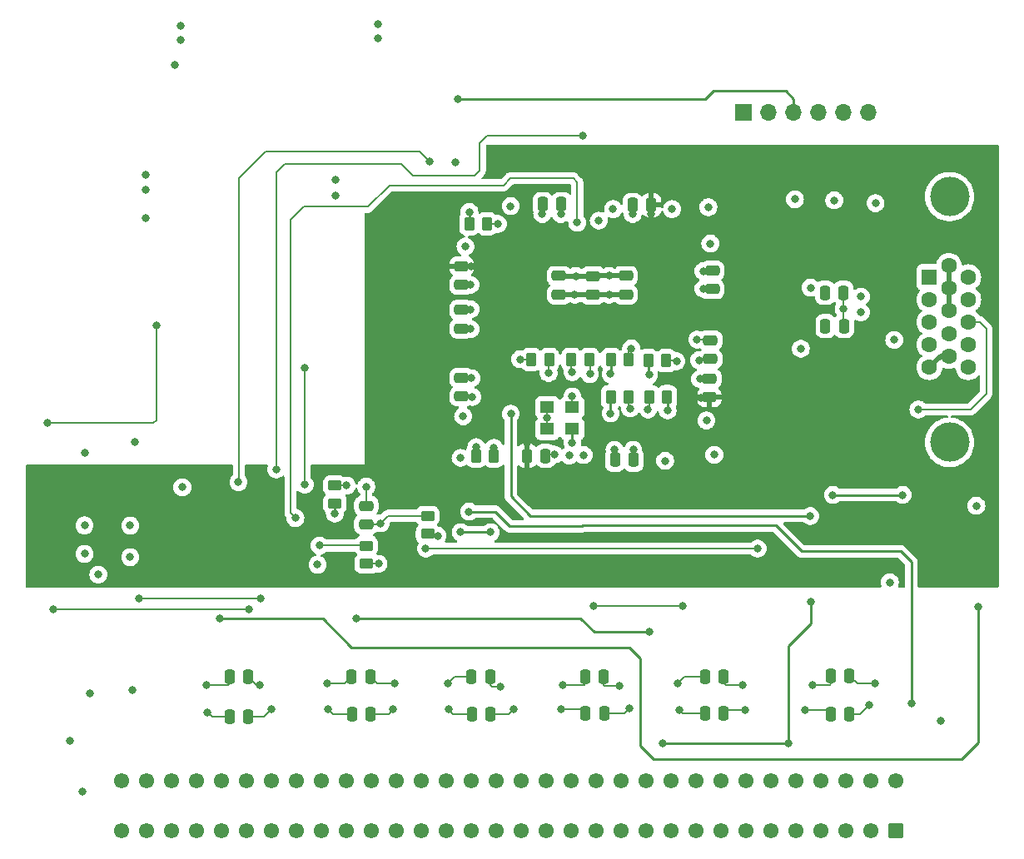
<source format=gbr>
%TF.GenerationSoftware,KiCad,Pcbnew,(6.0.7-rc1-83-g1005f75cdb)*%
%TF.CreationDate,2022-08-17T14:22:35+01:00*%
%TF.ProjectId,GfxFPGAS3,47667846-5047-4415-9333-2e6b69636164,rev?*%
%TF.SameCoordinates,Original*%
%TF.FileFunction,Copper,L4,Bot*%
%TF.FilePolarity,Positive*%
%FSLAX46Y46*%
G04 Gerber Fmt 4.6, Leading zero omitted, Abs format (unit mm)*
G04 Created by KiCad (PCBNEW (6.0.7-rc1-83-g1005f75cdb)) date 2022-08-17 14:22:35*
%MOMM*%
%LPD*%
G01*
G04 APERTURE LIST*
G04 Aperture macros list*
%AMRoundRect*
0 Rectangle with rounded corners*
0 $1 Rounding radius*
0 $2 $3 $4 $5 $6 $7 $8 $9 X,Y pos of 4 corners*
0 Add a 4 corners polygon primitive as box body*
4,1,4,$2,$3,$4,$5,$6,$7,$8,$9,$2,$3,0*
0 Add four circle primitives for the rounded corners*
1,1,$1+$1,$2,$3*
1,1,$1+$1,$4,$5*
1,1,$1+$1,$6,$7*
1,1,$1+$1,$8,$9*
0 Add four rect primitives between the rounded corners*
20,1,$1+$1,$2,$3,$4,$5,0*
20,1,$1+$1,$4,$5,$6,$7,0*
20,1,$1+$1,$6,$7,$8,$9,0*
20,1,$1+$1,$8,$9,$2,$3,0*%
G04 Aperture macros list end*
%TA.AperFunction,ComponentPad*%
%ADD10RoundRect,0.249999X0.525001X0.525001X-0.525001X0.525001X-0.525001X-0.525001X0.525001X-0.525001X0*%
%TD*%
%TA.AperFunction,ComponentPad*%
%ADD11C,1.550000*%
%TD*%
%TA.AperFunction,ComponentPad*%
%ADD12C,4.000000*%
%TD*%
%TA.AperFunction,ComponentPad*%
%ADD13R,1.600000X1.600000*%
%TD*%
%TA.AperFunction,ComponentPad*%
%ADD14C,1.600000*%
%TD*%
%TA.AperFunction,ComponentPad*%
%ADD15R,1.700000X1.700000*%
%TD*%
%TA.AperFunction,ComponentPad*%
%ADD16O,1.700000X1.700000*%
%TD*%
%TA.AperFunction,SMDPad,CuDef*%
%ADD17RoundRect,0.250000X-0.250000X-0.475000X0.250000X-0.475000X0.250000X0.475000X-0.250000X0.475000X0*%
%TD*%
%TA.AperFunction,SMDPad,CuDef*%
%ADD18RoundRect,0.250000X-0.475000X0.250000X-0.475000X-0.250000X0.475000X-0.250000X0.475000X0.250000X0*%
%TD*%
%TA.AperFunction,SMDPad,CuDef*%
%ADD19RoundRect,0.250000X0.475000X-0.250000X0.475000X0.250000X-0.475000X0.250000X-0.475000X-0.250000X0*%
%TD*%
%TA.AperFunction,SMDPad,CuDef*%
%ADD20RoundRect,0.250000X0.250000X0.475000X-0.250000X0.475000X-0.250000X-0.475000X0.250000X-0.475000X0*%
%TD*%
%TA.AperFunction,SMDPad,CuDef*%
%ADD21RoundRect,0.250000X0.450000X-0.262500X0.450000X0.262500X-0.450000X0.262500X-0.450000X-0.262500X0*%
%TD*%
%TA.AperFunction,SMDPad,CuDef*%
%ADD22RoundRect,0.250000X-0.450000X0.262500X-0.450000X-0.262500X0.450000X-0.262500X0.450000X0.262500X0*%
%TD*%
%TA.AperFunction,SMDPad,CuDef*%
%ADD23RoundRect,0.250000X0.262500X0.450000X-0.262500X0.450000X-0.262500X-0.450000X0.262500X-0.450000X0*%
%TD*%
%TA.AperFunction,SMDPad,CuDef*%
%ADD24R,1.400000X1.200000*%
%TD*%
%TA.AperFunction,ViaPad*%
%ADD25C,0.800000*%
%TD*%
%TA.AperFunction,Conductor*%
%ADD26C,0.210000*%
%TD*%
%TA.AperFunction,Conductor*%
%ADD27C,0.500000*%
%TD*%
%TA.AperFunction,Conductor*%
%ADD28C,0.350000*%
%TD*%
%TA.AperFunction,Conductor*%
%ADD29C,0.250000*%
%TD*%
G04 APERTURE END LIST*
D10*
%TO.P,J101,A1,+5V*%
%TO.N,+5V*%
X188976000Y-144780000D03*
D11*
%TO.P,J101,A2,GND*%
%TO.N,GND*%
X186436000Y-144780000D03*
%TO.P,J101,A3,D0*%
%TO.N,/CPU_D0*%
X183896000Y-144780000D03*
%TO.P,J101,A4,D2*%
%TO.N,/CPU_D2*%
X181356000Y-144780000D03*
%TO.P,J101,A5,D4*%
%TO.N,/CPU_D4*%
X178816000Y-144780000D03*
%TO.P,J101,A6,D6*%
%TO.N,/CPU_D6*%
X176276000Y-144780000D03*
%TO.P,J101,A7,D8*%
%TO.N,/CPU_D8*%
X173736000Y-144780000D03*
%TO.P,J101,A8,D10*%
%TO.N,/CPU_D10*%
X171196000Y-144780000D03*
%TO.P,J101,A9,D12*%
%TO.N,/CPU_D12*%
X168656000Y-144780000D03*
%TO.P,J101,A10,D14*%
%TO.N,/CPU_D14*%
X166116000Y-144780000D03*
%TO.P,J101,A11,GND*%
%TO.N,GND*%
X163576000Y-144780000D03*
%TO.P,J101,A12,A1*%
%TO.N,/CPU_A1*%
X161036000Y-144780000D03*
%TO.P,J101,A13,A3*%
%TO.N,/CPU_A3*%
X158496000Y-144780000D03*
%TO.P,J101,A14,A5*%
%TO.N,/CPU_A5*%
X155956000Y-144780000D03*
%TO.P,J101,A15,A7*%
%TO.N,/CPU_A7*%
X153416000Y-144780000D03*
%TO.P,J101,A16,A9*%
%TO.N,/CPU_A9*%
X150876000Y-144780000D03*
%TO.P,J101,A17,A11*%
%TO.N,/CPU_A11*%
X148336000Y-144780000D03*
%TO.P,J101,A18,A13*%
%TO.N,/CPU_A13*%
X145796000Y-144780000D03*
%TO.P,J101,A19,A15*%
%TO.N,/CPU_A15*%
X143256000Y-144780000D03*
%TO.P,J101,A20,A17*%
%TO.N,/CPU_A17*%
X140716000Y-144780000D03*
%TO.P,J101,A21,A19*%
%TO.N,/CPU_A19*%
X138176000Y-144780000D03*
%TO.P,J101,A22,~{AS}*%
%TO.N,/~{CPU_AS}*%
X135636000Y-144780000D03*
%TO.P,J101,A23,~{VPA}*%
%TO.N,unconnected-(J101-PadA23)*%
X133096000Y-144780000D03*
%TO.P,J101,A24,+5V*%
%TO.N,+5V*%
X130556000Y-144780000D03*
%TO.P,J101,A25,~{LDS}*%
%TO.N,/~{CPU_LDS}*%
X128016000Y-144780000D03*
%TO.P,J101,A26,R/~{W}*%
%TO.N,/CPU_R~{W}*%
X125476000Y-144780000D03*
%TO.P,J101,A27,~{ID}*%
%TO.N,/~{CPU_REGCS}*%
X122936000Y-144780000D03*
%TO.P,J101,A28,~{IRQ}*%
%TO.N,Net-(J101-PadA28)*%
X120396000Y-144780000D03*
%TO.P,J101,A29,~{BERR}*%
%TO.N,unconnected-(J101-PadA29)*%
X117856000Y-144780000D03*
%TO.P,J101,A30,-12V*%
%TO.N,unconnected-(J101-PadA30)*%
X115316000Y-144780000D03*
%TO.P,J101,A31,+12V*%
%TO.N,unconnected-(J101-PadA31)*%
X112776000Y-144780000D03*
%TO.P,J101,A32,GND*%
%TO.N,GND*%
X110236000Y-144780000D03*
%TO.P,J101,C1,+5V*%
%TO.N,+5V*%
X188976000Y-139700000D03*
%TO.P,J101,C2,5V_STANDBY*%
%TO.N,unconnected-(J101-PadC2)*%
X186436000Y-139700000D03*
%TO.P,J101,C3,D1*%
%TO.N,/CPU_D1*%
X183896000Y-139700000D03*
%TO.P,J101,C4,D3*%
%TO.N,/CPU_D3*%
X181356000Y-139700000D03*
%TO.P,J101,C5,D5*%
%TO.N,/CPU_D5*%
X178816000Y-139700000D03*
%TO.P,J101,C6,D7*%
%TO.N,/CPU_D7*%
X176276000Y-139700000D03*
%TO.P,J101,C7,D9*%
%TO.N,/CPU_D9*%
X173736000Y-139700000D03*
%TO.P,J101,C8,D11*%
%TO.N,/CPU_D11*%
X171196000Y-139700000D03*
%TO.P,J101,C9,D13*%
%TO.N,/CPU_D13*%
X168656000Y-139700000D03*
%TO.P,J101,C10,D15*%
%TO.N,/CPU_D15*%
X166116000Y-139700000D03*
%TO.P,J101,C11,GND*%
%TO.N,GND*%
X163576000Y-139700000D03*
%TO.P,J101,C12,A2*%
%TO.N,/CPU_A2*%
X161036000Y-139700000D03*
%TO.P,J101,C13,A4*%
%TO.N,/CPU_A4*%
X158496000Y-139700000D03*
%TO.P,J101,C14,A6*%
%TO.N,/CPU_A6*%
X155956000Y-139700000D03*
%TO.P,J101,C15,A8*%
%TO.N,/CPU_A8*%
X153416000Y-139700000D03*
%TO.P,J101,C16,A10*%
%TO.N,/CPU_A10*%
X150876000Y-139700000D03*
%TO.P,J101,C17,A12*%
%TO.N,/CPU_A12*%
X148336000Y-139700000D03*
%TO.P,J101,C18,A14*%
%TO.N,/CPU_A14*%
X145796000Y-139700000D03*
%TO.P,J101,C19,A16*%
%TO.N,/CPU_A16*%
X143256000Y-139700000D03*
%TO.P,J101,C20,A18*%
%TO.N,/CPU_A18*%
X140716000Y-139700000D03*
%TO.P,J101,C21,E*%
%TO.N,unconnected-(J101-PadC21)*%
X138176000Y-139700000D03*
%TO.P,J101,C22,~{VMA}*%
%TO.N,unconnected-(J101-PadC22)*%
X135636000Y-139700000D03*
%TO.P,J101,C23,SYS_CLK*%
%TO.N,/CPU_CLK*%
X133096000Y-139700000D03*
%TO.P,J101,C24,GND*%
%TO.N,GND*%
X130556000Y-139700000D03*
%TO.P,J101,C25,~{UDS}*%
%TO.N,/~{CPU_UDS}*%
X128016000Y-139700000D03*
%TO.P,J101,C26,~{RESET}*%
%TO.N,/~{CPU_RESET}*%
X125476000Y-139700000D03*
%TO.P,J101,C27,~{CS}*%
%TO.N,/~{CPU_DATACS}*%
X122936000Y-139700000D03*
%TO.P,J101,C28,~{ACK}*%
%TO.N,Net-(J101-PadC28)*%
X120396000Y-139700000D03*
%TO.P,J101,C29,~{PRD}*%
%TO.N,GND*%
X117856000Y-139700000D03*
%TO.P,J101,C30,+3.3V*%
%TO.N,+3V3*%
X115316000Y-139700000D03*
%TO.P,J101,C31,+12V*%
%TO.N,unconnected-(J101-PadC31)*%
X112776000Y-139700000D03*
%TO.P,J101,C32,GND*%
%TO.N,GND*%
X110236000Y-139700000D03*
%TD*%
D12*
%TO.P,J501,0*%
%TO.N,GND*%
X194470000Y-105260000D03*
X194470000Y-80260000D03*
D13*
%TO.P,J501,1*%
%TO.N,Net-(J501-Pad1)*%
X192420000Y-88445000D03*
D14*
%TO.P,J501,2*%
%TO.N,Net-(J501-Pad2)*%
X192420000Y-90735000D03*
%TO.P,J501,3*%
%TO.N,Net-(J501-Pad3)*%
X192420000Y-93025000D03*
%TO.P,J501,4*%
%TO.N,unconnected-(J501-Pad4)*%
X192420000Y-95315000D03*
%TO.P,J501,5*%
%TO.N,GND*%
X192420000Y-97605000D03*
%TO.P,J501,6*%
X194400000Y-87300000D03*
%TO.P,J501,7*%
X194400000Y-89590000D03*
%TO.P,J501,8*%
X194400000Y-91880000D03*
%TO.P,J501,9*%
%TO.N,unconnected-(J501-Pad9)*%
X194400000Y-94170000D03*
%TO.P,J501,10*%
%TO.N,GND*%
X194400000Y-96460000D03*
%TO.P,J501,11*%
%TO.N,unconnected-(J501-Pad11)*%
X196380000Y-88445000D03*
%TO.P,J501,12*%
%TO.N,unconnected-(J501-Pad12)*%
X196380000Y-90735000D03*
%TO.P,J501,13*%
%TO.N,Net-(J501-Pad13)*%
X196380000Y-93025000D03*
%TO.P,J501,14*%
%TO.N,Net-(J501-Pad14)*%
X196380000Y-95315000D03*
%TO.P,J501,15*%
%TO.N,unconnected-(J501-Pad15)*%
X196380000Y-97605000D03*
%TD*%
D15*
%TO.P,J1,1,Pin_1*%
%TO.N,+3V3*%
X173544000Y-71727000D03*
D16*
%TO.P,J1,2,Pin_2*%
%TO.N,Net-(J1-Pad2)*%
X176084000Y-71727000D03*
%TO.P,J1,3,Pin_3*%
%TO.N,Net-(J1-Pad3)*%
X178624000Y-71727000D03*
%TO.P,J1,4,Pin_4*%
%TO.N,Net-(J1-Pad4)*%
X181164000Y-71727000D03*
%TO.P,J1,5,Pin_5*%
%TO.N,Net-(J1-Pad5)*%
X183704000Y-71727000D03*
%TO.P,J1,6,Pin_6*%
%TO.N,GND*%
X186244000Y-71727000D03*
%TD*%
D17*
%TO.P,C201,1*%
%TO.N,+5V*%
X182400000Y-132900000D03*
%TO.P,C201,2*%
%TO.N,GND*%
X184300000Y-132900000D03*
%TD*%
%TO.P,C202,1*%
%TO.N,+5V*%
X169600000Y-132800000D03*
%TO.P,C202,2*%
%TO.N,GND*%
X171500000Y-132800000D03*
%TD*%
%TO.P,C203,1*%
%TO.N,+5V*%
X157450000Y-132800000D03*
%TO.P,C203,2*%
%TO.N,GND*%
X159350000Y-132800000D03*
%TD*%
%TO.P,C204,1*%
%TO.N,+5V*%
X145900000Y-132900000D03*
%TO.P,C204,2*%
%TO.N,GND*%
X147800000Y-132900000D03*
%TD*%
%TO.P,C205,1*%
%TO.N,+5V*%
X133700000Y-132900000D03*
%TO.P,C205,2*%
%TO.N,GND*%
X135600000Y-132900000D03*
%TD*%
%TO.P,C206,1*%
%TO.N,+5V*%
X121250000Y-133200000D03*
%TO.P,C206,2*%
%TO.N,GND*%
X123150000Y-133200000D03*
%TD*%
%TO.P,C207,1*%
%TO.N,+3V3*%
X182400000Y-129000000D03*
%TO.P,C207,2*%
%TO.N,GND*%
X184300000Y-129000000D03*
%TD*%
%TO.P,C208,1*%
%TO.N,+3V3*%
X169600000Y-129100000D03*
%TO.P,C208,2*%
%TO.N,GND*%
X171500000Y-129100000D03*
%TD*%
%TO.P,C209,1*%
%TO.N,+3V3*%
X157400000Y-129100000D03*
%TO.P,C209,2*%
%TO.N,GND*%
X159300000Y-129100000D03*
%TD*%
%TO.P,C210,1*%
%TO.N,+3V3*%
X145850000Y-129100000D03*
%TO.P,C210,2*%
%TO.N,GND*%
X147750000Y-129100000D03*
%TD*%
%TO.P,C211,1*%
%TO.N,+3V3*%
X133650000Y-129100000D03*
%TO.P,C211,2*%
%TO.N,GND*%
X135550000Y-129100000D03*
%TD*%
%TO.P,C212,1*%
%TO.N,+3V3*%
X121250000Y-129100000D03*
%TO.P,C212,2*%
%TO.N,GND*%
X123150000Y-129100000D03*
%TD*%
D18*
%TO.P,C301,1*%
%TO.N,+3V3*%
X161544000Y-88327000D03*
%TO.P,C301,2*%
%TO.N,GND*%
X161544000Y-90227000D03*
%TD*%
D19*
%TO.P,C302,1*%
%TO.N,+3V3*%
X170144000Y-96777000D03*
%TO.P,C302,2*%
%TO.N,GND*%
X170144000Y-94877000D03*
%TD*%
D18*
%TO.P,C303,1*%
%TO.N,+3V3*%
X154744000Y-88327000D03*
%TO.P,C303,2*%
%TO.N,GND*%
X154744000Y-90227000D03*
%TD*%
D19*
%TO.P,C304,1*%
%TO.N,+3V3*%
X144844000Y-100577000D03*
%TO.P,C304,2*%
%TO.N,GND*%
X144844000Y-98677000D03*
%TD*%
D18*
%TO.P,C305,1*%
%TO.N,+3V3*%
X158182000Y-88333500D03*
%TO.P,C305,2*%
%TO.N,GND*%
X158182000Y-90233500D03*
%TD*%
%TO.P,C306,1*%
%TO.N,+3V3*%
X170344000Y-87777000D03*
%TO.P,C306,2*%
%TO.N,GND*%
X170344000Y-89677000D03*
%TD*%
D20*
%TO.P,C401,1*%
%TO.N,+3V3*%
X162344000Y-107027000D03*
%TO.P,C401,2*%
%TO.N,GND*%
X160444000Y-107027000D03*
%TD*%
D18*
%TO.P,C402,1*%
%TO.N,+3V3*%
X144844000Y-91777000D03*
%TO.P,C402,2*%
%TO.N,GND*%
X144844000Y-93677000D03*
%TD*%
D19*
%TO.P,C403,1*%
%TO.N,+3V3*%
X135150000Y-113600000D03*
%TO.P,C403,2*%
%TO.N,GND*%
X135150000Y-111700000D03*
%TD*%
D17*
%TO.P,C404,1*%
%TO.N,+3V3*%
X153094000Y-81027000D03*
%TO.P,C404,2*%
%TO.N,GND*%
X154994000Y-81027000D03*
%TD*%
D20*
%TO.P,C503,1*%
%TO.N,+3V3*%
X183694000Y-90037000D03*
%TO.P,C503,2*%
%TO.N,GND*%
X181794000Y-90037000D03*
%TD*%
%TO.P,C504,1*%
%TO.N,+3V3*%
X183744000Y-93427000D03*
%TO.P,C504,2*%
%TO.N,GND*%
X181844000Y-93427000D03*
%TD*%
D21*
%TO.P,R301,1*%
%TO.N,+3V3*%
X135150000Y-117600000D03*
%TO.P,R301,2*%
%TO.N,Net-(R301-Pad2)*%
X135150000Y-115775000D03*
%TD*%
D22*
%TO.P,R302,1*%
%TO.N,+3V3*%
X131950000Y-109650000D03*
%TO.P,R302,2*%
%TO.N,/FPGA/~{FLASH_CS}*%
X131950000Y-111475000D03*
%TD*%
%TO.P,R303,1*%
%TO.N,+3V3*%
X141400000Y-112725000D03*
%TO.P,R303,2*%
%TO.N,Net-(R303-Pad2)*%
X141400000Y-114550000D03*
%TD*%
D20*
%TO.P,C307,1*%
%TO.N,+1V2*%
X164144000Y-81127000D03*
%TO.P,C307,2*%
%TO.N,GND*%
X162244000Y-81127000D03*
%TD*%
D19*
%TO.P,C308,1*%
%TO.N,+1V2*%
X170044000Y-100677000D03*
%TO.P,C308,2*%
%TO.N,GND*%
X170044000Y-98777000D03*
%TD*%
D18*
%TO.P,C309,1*%
%TO.N,+1V2*%
X144844000Y-87327000D03*
%TO.P,C309,2*%
%TO.N,GND*%
X144844000Y-89227000D03*
%TD*%
D17*
%TO.P,C310,1*%
%TO.N,+1V2*%
X151494000Y-106627000D03*
%TO.P,C310,2*%
%TO.N,GND*%
X153394000Y-106627000D03*
%TD*%
D23*
%TO.P,R6,1*%
%TO.N,+3V3*%
X147456500Y-83027000D03*
%TO.P,R6,2*%
%TO.N,/FPGA/FPGA_PROGB*%
X145631500Y-83027000D03*
%TD*%
%TO.P,R9,1*%
%TO.N,+3V3*%
X161856500Y-96827000D03*
%TO.P,R9,2*%
%TO.N,/FPGA/D6*%
X160031500Y-96827000D03*
%TD*%
%TO.P,R4,1*%
%TO.N,+3V3*%
X161844000Y-100627000D03*
%TO.P,R4,2*%
%TO.N,/FPGA/D15*%
X160019000Y-100627000D03*
%TD*%
D24*
%TO.P,Y1,1,EN*%
%TO.N,+3V3*%
X153560000Y-101700000D03*
%TO.P,Y1,2,GND*%
%TO.N,GND*%
X156100000Y-101700000D03*
%TO.P,Y1,3,O/P*%
%TO.N,/FPGA/CLK_25MHZ*%
X156100000Y-103900000D03*
%TO.P,Y1,4,VDD*%
%TO.N,+3V3*%
X153560000Y-103900000D03*
%TD*%
D23*
%TO.P,R11,1*%
%TO.N,/FPGA/D5*%
X165756500Y-100627000D03*
%TO.P,R11,2*%
%TO.N,GND*%
X163931500Y-100627000D03*
%TD*%
%TO.P,R5,1*%
%TO.N,+3V3*%
X148144000Y-106627000D03*
%TO.P,R5,2*%
%TO.N,/FPGA/FPGA_INITB*%
X146319000Y-106627000D03*
%TD*%
%TO.P,R10,1*%
%TO.N,+3V3*%
X165656500Y-96927000D03*
%TO.P,R10,2*%
%TO.N,/FPGA/D4*%
X163831500Y-96927000D03*
%TD*%
%TO.P,R1,1*%
%TO.N,/FPGA/A1*%
X157844000Y-96827000D03*
%TO.P,R1,2*%
%TO.N,GND*%
X156019000Y-96827000D03*
%TD*%
%TO.P,R3,1*%
%TO.N,/FPGA/A4*%
X153744000Y-96827000D03*
%TO.P,R3,2*%
%TO.N,GND*%
X151919000Y-96827000D03*
%TD*%
D25*
%TO.N,GND*%
X106500000Y-113700000D03*
X161900000Y-132300000D03*
X115644000Y-66827000D03*
X132044000Y-78527000D03*
X107050000Y-130750000D03*
X149844000Y-81227000D03*
X112744000Y-82427000D03*
X138000000Y-129800000D03*
X156100000Y-100600000D03*
X106500000Y-116600000D03*
X163800000Y-101900000D03*
X160400000Y-106000000D03*
X148800000Y-130100000D03*
X169444000Y-89627000D03*
X111340000Y-130440000D03*
X157250000Y-106550000D03*
X188844000Y-94827000D03*
X180344000Y-89527000D03*
X170544000Y-106527000D03*
X185444000Y-90427000D03*
X169944000Y-81327000D03*
X186300000Y-132000000D03*
X125500000Y-132400000D03*
X156100000Y-98100000D03*
X162244000Y-82027000D03*
X160900000Y-130000000D03*
X154300000Y-106500000D03*
X135150000Y-109750000D03*
X144744000Y-106827000D03*
X106544000Y-106327000D03*
X116444000Y-109827000D03*
X173700000Y-132500000D03*
X182744000Y-80627000D03*
X111644000Y-105227000D03*
X169100000Y-98800000D03*
X136344000Y-62727000D03*
X145844000Y-98727000D03*
X159850500Y-90233500D03*
X181844000Y-93427000D03*
X112744000Y-79527000D03*
X145744000Y-89227000D03*
X130200000Y-117700000D03*
X150100000Y-132400000D03*
X107900000Y-118700000D03*
X145744000Y-93727000D03*
X173400000Y-129900000D03*
X145244000Y-85327000D03*
X124300000Y-129900000D03*
X168800000Y-94800000D03*
X137900000Y-132400000D03*
X154944000Y-82027000D03*
X158800000Y-82700000D03*
X156350500Y-90233500D03*
X106300000Y-140800000D03*
X165544000Y-107127000D03*
X150800000Y-96800000D03*
X181844000Y-90027000D03*
X197200000Y-111700000D03*
X144194000Y-76777000D03*
X116244000Y-64327000D03*
X186900000Y-129800000D03*
%TO.N,+3V3*%
X155100000Y-129900000D03*
X159844000Y-88327000D03*
X136400000Y-117600000D03*
X188400000Y-119500000D03*
X143450000Y-129800000D03*
X155800000Y-106600000D03*
X148144000Y-105827000D03*
X153560000Y-102740000D03*
X179344000Y-95727000D03*
X132044000Y-80127000D03*
X116244000Y-62927000D03*
X183694000Y-91677000D03*
X162000000Y-101800000D03*
X111144000Y-113727000D03*
X136344000Y-64127000D03*
X131200000Y-129800000D03*
X169744000Y-103027000D03*
X185444000Y-92027000D03*
X148544000Y-83027000D03*
X156450500Y-88333500D03*
X145944000Y-100627000D03*
X170144000Y-85027000D03*
X136625000Y-113475000D03*
X145744000Y-91727000D03*
X111144000Y-116927000D03*
X153044000Y-82027000D03*
X145000000Y-102600000D03*
X162300000Y-106000000D03*
X133150000Y-109650000D03*
X166800000Y-129800000D03*
X186944000Y-80927000D03*
X193600000Y-133600000D03*
X162100000Y-95700000D03*
X112744000Y-78027000D03*
X160244000Y-81527000D03*
X166700000Y-97000000D03*
X180500000Y-129900000D03*
X118900000Y-129900000D03*
X166244000Y-81527000D03*
X178744000Y-80527000D03*
X169444000Y-87827000D03*
X169000000Y-96900000D03*
%TO.N,+5V*%
X167000000Y-132500000D03*
X131300000Y-132400000D03*
X143500000Y-132400000D03*
X119000000Y-132700000D03*
X179800000Y-132500000D03*
X104990000Y-135590000D03*
X155000000Y-132400000D03*
%TO.N,+1V2*%
X108844000Y-111827000D03*
X111444000Y-108827000D03*
X151500000Y-105300000D03*
X105944000Y-108827000D03*
X169200000Y-100700000D03*
X145844000Y-87327000D03*
X164144000Y-82027000D03*
%TO.N,Net-(J501-Pad13)*%
X191300000Y-101900000D03*
%TO.N,Net-(R301-Pad2)*%
X130400000Y-115750000D03*
%TO.N,/FPGA/~{FLASH_CS}*%
X131950000Y-112500000D03*
%TO.N,Net-(R303-Pad2)*%
X142400000Y-114750000D03*
%TO.N,/FPGA/~{CPU_DATAEN}*%
X145600000Y-112300000D03*
X190625000Y-131775000D03*
%TO.N,/FPGA/HOST_CLK*%
X156600000Y-82900000D03*
X127950000Y-112950000D03*
%TO.N,/FPGA/~{LDS}*%
X112000000Y-121100000D03*
X124400000Y-121100000D03*
%TO.N,/FPGA/~{UDS}*%
X128900000Y-109550000D03*
X128900000Y-97700000D03*
%TO.N,/FPGA/~{RESET}*%
X123200000Y-122200000D03*
X103300000Y-122200000D03*
X113800000Y-93400000D03*
X102700000Y-103300000D03*
%TO.N,/FPGA/~{REGCS}*%
X141600000Y-76700000D03*
X122150000Y-109300000D03*
%TO.N,/FPGA/~{DATACS}*%
X126000000Y-108000000D03*
X157200000Y-74100000D03*
%TO.N,/FPGA/A1*%
X157900000Y-98300000D03*
%TO.N,/FPGA/A4*%
X153700000Y-98200000D03*
%TO.N,/FPGA/A5*%
X167300000Y-121900000D03*
X158300000Y-121900000D03*
%TO.N,/FPGA/DATA_DIR*%
X180350000Y-121500000D03*
X149850000Y-102350000D03*
X178100000Y-135900000D03*
X180300000Y-112750000D03*
X165300000Y-135900000D03*
%TO.N,/FPGA/FPGA_PROGB*%
X145644000Y-81827000D03*
%TO.N,/FPGA/~{ACCESS_LED}*%
X197350000Y-122000000D03*
X120250000Y-123200000D03*
%TO.N,/FPGA/FPGA_INITB*%
X146344000Y-105727000D03*
%TO.N,/FPGA/CLK_25MHZ*%
X156100000Y-105300000D03*
%TO.N,/FPGA/FPGA_DONE*%
X189700000Y-110600000D03*
X182600000Y-110600000D03*
%TO.N,/FPGA/FLASH_DI*%
X144750000Y-114400000D03*
X147800000Y-114400000D03*
%TO.N,/FPGA/FLASH_CLK*%
X141200000Y-116050000D03*
X174950000Y-116050000D03*
%TO.N,Net-(J1-Pad3)*%
X144444000Y-70327000D03*
%TO.N,/FPGA/D6*%
X160000000Y-98300000D03*
%TO.N,/FPGA/D5*%
X165800000Y-102000000D03*
%TO.N,/FPGA/D4*%
X163900000Y-98400000D03*
%TO.N,/FPGA/D15*%
X160000000Y-102300000D03*
%TO.N,/FPGA/D14*%
X134100000Y-123150000D03*
X163950000Y-124550000D03*
%TD*%
D26*
%TO.N,GND*%
X154994000Y-81027000D02*
X154994000Y-81977000D01*
X185100000Y-129800000D02*
X186900000Y-129800000D01*
X185400000Y-132900000D02*
X184300000Y-132900000D01*
X163931500Y-100627000D02*
X163931500Y-101768500D01*
X145744000Y-93727000D02*
X144894000Y-93727000D01*
X145844000Y-98727000D02*
X144894000Y-98727000D01*
X161400000Y-132800000D02*
X159350000Y-132800000D01*
X186300000Y-132000000D02*
X185400000Y-132900000D01*
X135150000Y-111700000D02*
X135150000Y-109750000D01*
X173400000Y-129900000D02*
X171700000Y-129900000D01*
X161900000Y-132300000D02*
X161400000Y-132800000D01*
X147900000Y-130100000D02*
X147750000Y-129950000D01*
X170344000Y-89677000D02*
X169494000Y-89677000D01*
D27*
X161544000Y-90227000D02*
X159857000Y-90227000D01*
D26*
X171700000Y-129900000D02*
X171500000Y-129700000D01*
D27*
X194400000Y-87300000D02*
X194400000Y-91880000D01*
D26*
X153521000Y-106500000D02*
X153394000Y-106627000D01*
D27*
X192420000Y-97605000D02*
X193565000Y-96460000D01*
D26*
X168800000Y-94800000D02*
X170067000Y-94800000D01*
X150100000Y-132400000D02*
X149600000Y-132900000D01*
X184300000Y-129000000D02*
X185100000Y-129800000D01*
X156019000Y-98019000D02*
X156100000Y-98100000D01*
X156019000Y-96827000D02*
X156019000Y-98019000D01*
X169100000Y-98800000D02*
X170021000Y-98800000D01*
X159300000Y-129900000D02*
X159300000Y-129100000D01*
X123950000Y-129900000D02*
X123150000Y-129100000D01*
X162244000Y-82027000D02*
X162244000Y-81127000D01*
X150827000Y-96827000D02*
X150800000Y-96800000D01*
X173700000Y-132500000D02*
X171800000Y-132500000D01*
X160400000Y-106000000D02*
X160400000Y-106983000D01*
X124300000Y-129900000D02*
X123950000Y-129900000D01*
D27*
X154750500Y-90233500D02*
X156350500Y-90233500D01*
X158182000Y-90233500D02*
X156350500Y-90233500D01*
D26*
X144894000Y-98727000D02*
X144844000Y-98677000D01*
X154300000Y-106500000D02*
X153521000Y-106500000D01*
X151919000Y-96827000D02*
X150827000Y-96827000D01*
X169494000Y-89677000D02*
X169444000Y-89627000D01*
X136250000Y-129800000D02*
X135550000Y-129100000D01*
X125500000Y-132400000D02*
X124700000Y-133200000D01*
X159857000Y-90227000D02*
X159850500Y-90233500D01*
X138000000Y-129800000D02*
X136250000Y-129800000D01*
X149600000Y-132900000D02*
X147800000Y-132900000D01*
X145744000Y-89227000D02*
X144844000Y-89227000D01*
D27*
X193565000Y-96460000D02*
X194400000Y-96460000D01*
D26*
X163931500Y-101768500D02*
X163800000Y-101900000D01*
D27*
X154744000Y-90227000D02*
X154750500Y-90233500D01*
D26*
X160400000Y-106983000D02*
X160444000Y-107027000D01*
X170021000Y-98800000D02*
X170044000Y-98777000D01*
X124700000Y-133200000D02*
X123150000Y-133200000D01*
X156100000Y-101700000D02*
X156100000Y-100600000D01*
X147750000Y-129950000D02*
X147750000Y-129100000D01*
X144894000Y-93727000D02*
X144844000Y-93677000D01*
X159400000Y-130000000D02*
X159300000Y-129900000D01*
X171800000Y-132500000D02*
X171500000Y-132800000D01*
X148800000Y-130100000D02*
X147900000Y-130100000D01*
D27*
X158182000Y-90233500D02*
X159850500Y-90233500D01*
D26*
X170067000Y-94800000D02*
X170144000Y-94877000D01*
X160900000Y-130000000D02*
X159400000Y-130000000D01*
X154994000Y-81977000D02*
X154944000Y-82027000D01*
X171500000Y-129700000D02*
X171500000Y-129100000D01*
X137400000Y-132900000D02*
X135600000Y-132900000D01*
X137900000Y-132400000D02*
X137400000Y-132900000D01*
%TO.N,+3V3*%
X182400000Y-129800000D02*
X182400000Y-129000000D01*
X180500000Y-129900000D02*
X182300000Y-129900000D01*
X121100000Y-129900000D02*
X121250000Y-129750000D01*
X154750500Y-88333500D02*
X154744000Y-88327000D01*
X182300000Y-129900000D02*
X182400000Y-129800000D01*
X166627000Y-96927000D02*
X166700000Y-97000000D01*
X147456500Y-83027000D02*
X148544000Y-83027000D01*
D27*
X159744000Y-88327000D02*
X158188500Y-88327000D01*
D26*
X135150000Y-117600000D02*
X136400000Y-117600000D01*
X145744000Y-91727000D02*
X144894000Y-91727000D01*
X144894000Y-100627000D02*
X144844000Y-100577000D01*
X162300000Y-106000000D02*
X162300000Y-106983000D01*
X170294000Y-87827000D02*
X170344000Y-87777000D01*
X161844000Y-100627000D02*
X161844000Y-101644000D01*
X183694000Y-93377000D02*
X183694000Y-91677000D01*
X131200000Y-129800000D02*
X132950000Y-129800000D01*
X144894000Y-91727000D02*
X144844000Y-91777000D01*
X161856500Y-96827000D02*
X161856500Y-95943500D01*
X131950000Y-109650000D02*
X133150000Y-109650000D01*
X169444000Y-87827000D02*
X170294000Y-87827000D01*
D27*
X158182000Y-88333500D02*
X156450500Y-88333500D01*
D26*
X153560000Y-102740000D02*
X153560000Y-103900000D01*
X157400000Y-129800000D02*
X157400000Y-129100000D01*
X157300000Y-129900000D02*
X157400000Y-129800000D01*
X165656500Y-96927000D02*
X166627000Y-96927000D01*
X153044000Y-81077000D02*
X153094000Y-81027000D01*
X166800000Y-129800000D02*
X167500000Y-129100000D01*
X153044000Y-82027000D02*
X153044000Y-81077000D01*
X144150000Y-129100000D02*
X145850000Y-129100000D01*
X145944000Y-100627000D02*
X144894000Y-100627000D01*
X183694000Y-90037000D02*
X183694000Y-91677000D01*
X121250000Y-129750000D02*
X121250000Y-129100000D01*
X135150000Y-113600000D02*
X136500000Y-113600000D01*
D27*
X161544000Y-88327000D02*
X159744000Y-88327000D01*
D26*
X162300000Y-106983000D02*
X162344000Y-107027000D01*
X183744000Y-93427000D02*
X183694000Y-93377000D01*
X153560000Y-101700000D02*
X153560000Y-102740000D01*
X136500000Y-113600000D02*
X136625000Y-113475000D01*
X136625000Y-113475000D02*
X137375000Y-112725000D01*
X137375000Y-112725000D02*
X141400000Y-112725000D01*
X158188500Y-88327000D02*
X158182000Y-88333500D01*
X132950000Y-129800000D02*
X133650000Y-129100000D01*
X167500000Y-129100000D02*
X169600000Y-129100000D01*
D27*
X156450500Y-88333500D02*
X154750500Y-88333500D01*
D26*
X143450000Y-129800000D02*
X144150000Y-129100000D01*
X170021000Y-96900000D02*
X170144000Y-96777000D01*
X169000000Y-96900000D02*
X170021000Y-96900000D01*
X161844000Y-101644000D02*
X162000000Y-101800000D01*
X118900000Y-129900000D02*
X121100000Y-129900000D01*
X161856500Y-95943500D02*
X162100000Y-95700000D01*
X155100000Y-129900000D02*
X157300000Y-129900000D01*
X148144000Y-105827000D02*
X148144000Y-106627000D01*
%TO.N,+5V*%
X143500000Y-132400000D02*
X144000000Y-132900000D01*
X156500000Y-132400000D02*
X157400000Y-132400000D01*
X144000000Y-132900000D02*
X145900000Y-132900000D01*
X119500000Y-133200000D02*
X121250000Y-133200000D01*
X131300000Y-132400000D02*
X131800000Y-132900000D01*
X131800000Y-132900000D02*
X133700000Y-132900000D01*
X179800000Y-132500000D02*
X182000000Y-132500000D01*
D28*
X157400000Y-132400000D02*
X157450000Y-132450000D01*
D26*
X119000000Y-132700000D02*
X119500000Y-133200000D01*
X167300000Y-132800000D02*
X169600000Y-132800000D01*
X167000000Y-132500000D02*
X167300000Y-132800000D01*
D28*
X157450000Y-132450000D02*
X157450000Y-132800000D01*
D26*
X182000000Y-132500000D02*
X182400000Y-132900000D01*
X155000000Y-132400000D02*
X156500000Y-132400000D01*
%TO.N,+1V2*%
X151500000Y-106621000D02*
X151494000Y-106627000D01*
X164144000Y-81127000D02*
X164144000Y-82027000D01*
X145844000Y-87327000D02*
X144844000Y-87327000D01*
X151500000Y-105300000D02*
X151500000Y-106621000D01*
X170021000Y-100700000D02*
X170044000Y-100677000D01*
X151544000Y-106577000D02*
X151494000Y-106627000D01*
X169200000Y-100700000D02*
X170021000Y-100700000D01*
%TO.N,Net-(J501-Pad13)*%
X191300000Y-101900000D02*
X196600000Y-101900000D01*
X197525000Y-93025000D02*
X196380000Y-93025000D01*
X198200000Y-100300000D02*
X198200000Y-93700000D01*
X196600000Y-101900000D02*
X198200000Y-100300000D01*
X198200000Y-93700000D02*
X197525000Y-93025000D01*
%TO.N,Net-(R301-Pad2)*%
X135125000Y-115750000D02*
X135150000Y-115775000D01*
X130400000Y-115750000D02*
X135125000Y-115750000D01*
D29*
%TO.N,/FPGA/~{FLASH_CS}*%
X131950000Y-111475000D02*
X131950000Y-112500000D01*
D26*
%TO.N,Net-(R303-Pad2)*%
X142400000Y-114750000D02*
X141600000Y-114750000D01*
X141600000Y-114750000D02*
X141400000Y-114550000D01*
D29*
%TO.N,/FPGA/~{CPU_DATAEN}*%
X190625000Y-131775000D02*
X190600000Y-131750000D01*
X190600000Y-117450000D02*
X189500000Y-116350000D01*
X149750000Y-113800000D02*
X148250000Y-112300000D01*
X190600000Y-131750000D02*
X190600000Y-117450000D01*
X148250000Y-112300000D02*
X145600000Y-112300000D01*
X157050000Y-113800000D02*
X149750000Y-113800000D01*
X189500000Y-116350000D02*
X179450000Y-116350000D01*
X176800000Y-113700000D02*
X157150000Y-113700000D01*
X157150000Y-113700000D02*
X157050000Y-113800000D01*
X179450000Y-116350000D02*
X176800000Y-113700000D01*
D26*
%TO.N,/FPGA/HOST_CLK*%
X156600000Y-78800000D02*
X156600000Y-82900000D01*
X149100000Y-79100000D02*
X149800000Y-78400000D01*
X127950000Y-112950000D02*
X127450000Y-112450000D01*
X156200000Y-78400000D02*
X156600000Y-78800000D01*
X128800000Y-81300000D02*
X135300000Y-81300000D01*
X127450000Y-82650000D02*
X128800000Y-81300000D01*
X135300000Y-81300000D02*
X137500000Y-79100000D01*
X149800000Y-78400000D02*
X156200000Y-78400000D01*
X127450000Y-112450000D02*
X127450000Y-82650000D01*
X137500000Y-79100000D02*
X149100000Y-79100000D01*
%TO.N,/FPGA/~{LDS}*%
X124400000Y-121100000D02*
X112000000Y-121100000D01*
%TO.N,/FPGA/~{UDS}*%
X128900000Y-109550000D02*
X128900000Y-97700000D01*
%TO.N,/FPGA/~{RESET}*%
X123200000Y-122200000D02*
X103300000Y-122200000D01*
X113800000Y-93400000D02*
X113800000Y-103000000D01*
X113500000Y-103300000D02*
X113800000Y-103000000D01*
X102700000Y-103300000D02*
X113500000Y-103300000D01*
%TO.N,/FPGA/~{REGCS}*%
X140600000Y-75700000D02*
X141600000Y-76700000D01*
X122200000Y-78400000D02*
X124900000Y-75700000D01*
X122150000Y-109300000D02*
X122200000Y-109250000D01*
X124900000Y-75700000D02*
X140600000Y-75700000D01*
X122200000Y-109250000D02*
X122200000Y-78400000D01*
%TO.N,/FPGA/~{DATACS}*%
X146700000Y-74800000D02*
X147400000Y-74100000D01*
X146200000Y-78100000D02*
X146700000Y-77600000D01*
X126000000Y-77800000D02*
X126900000Y-76900000D01*
X139900000Y-78100000D02*
X146200000Y-78100000D01*
X126900000Y-76900000D02*
X138700000Y-76900000D01*
X147400000Y-74100000D02*
X157200000Y-74100000D01*
X126000000Y-108000000D02*
X126000000Y-77800000D01*
X146700000Y-77600000D02*
X146700000Y-74800000D01*
X138700000Y-76900000D02*
X139900000Y-78100000D01*
%TO.N,/FPGA/A1*%
X157900000Y-98300000D02*
X157900000Y-96883000D01*
X157900000Y-96883000D02*
X157844000Y-96827000D01*
%TO.N,/FPGA/A4*%
X153700000Y-96871000D02*
X153744000Y-96827000D01*
X153700000Y-98200000D02*
X153700000Y-96871000D01*
%TO.N,/FPGA/A5*%
X167300000Y-121900000D02*
X158300000Y-121900000D01*
D29*
%TO.N,/FPGA/DATA_DIR*%
X149850000Y-110750000D02*
X151850000Y-112750000D01*
X149850000Y-102350000D02*
X149850000Y-110750000D01*
X180350000Y-123700000D02*
X178100000Y-125950000D01*
X178100000Y-135900000D02*
X165300000Y-135900000D01*
X151850000Y-112750000D02*
X180300000Y-112750000D01*
X178100000Y-125950000D02*
X178100000Y-135900000D01*
X180350000Y-121500000D02*
X180350000Y-123700000D01*
%TO.N,/FPGA/FPGA_PROGB*%
X145644000Y-81827000D02*
X145644000Y-83014500D01*
X145644000Y-83014500D02*
X145631500Y-83027000D01*
%TO.N,/FPGA/~{ACCESS_LED}*%
X163050000Y-127200000D02*
X163050000Y-136150000D01*
X197350000Y-135800000D02*
X197350000Y-122000000D01*
X164350000Y-137450000D02*
X195700000Y-137450000D01*
X130750000Y-123200000D02*
X133650000Y-126100000D01*
X163050000Y-136150000D02*
X164350000Y-137450000D01*
X195700000Y-137450000D02*
X197350000Y-135800000D01*
X161950000Y-126100000D02*
X163050000Y-127200000D01*
X133650000Y-126100000D02*
X161950000Y-126100000D01*
X120250000Y-123200000D02*
X130750000Y-123200000D01*
%TO.N,/FPGA/FPGA_INITB*%
X146344000Y-105727000D02*
X146344000Y-106602000D01*
X146344000Y-106602000D02*
X146319000Y-106627000D01*
%TO.N,/FPGA/CLK_25MHZ*%
X156100000Y-105300000D02*
X156100000Y-103900000D01*
%TO.N,/FPGA/FPGA_DONE*%
X182600000Y-110600000D02*
X189700000Y-110600000D01*
%TO.N,/FPGA/FLASH_DI*%
X147800000Y-114400000D02*
X144750000Y-114400000D01*
D26*
%TO.N,/FPGA/FLASH_CLK*%
X141200000Y-116050000D02*
X174950000Y-116050000D01*
D29*
%TO.N,Net-(J1-Pad3)*%
X169644000Y-70327000D02*
X170444000Y-69527000D01*
X144444000Y-70327000D02*
X169644000Y-70327000D01*
X178624000Y-70307000D02*
X178624000Y-71727000D01*
X170444000Y-69527000D02*
X177844000Y-69527000D01*
X177844000Y-69527000D02*
X178624000Y-70307000D01*
%TO.N,/FPGA/D6*%
X160031500Y-96827000D02*
X160031500Y-98268500D01*
X160031500Y-98268500D02*
X160000000Y-98300000D01*
%TO.N,/FPGA/D5*%
X165800000Y-100670500D02*
X165756500Y-100627000D01*
X165800000Y-102000000D02*
X165800000Y-100670500D01*
%TO.N,/FPGA/D4*%
X163831500Y-98331500D02*
X163900000Y-98400000D01*
X163831500Y-96927000D02*
X163831500Y-98331500D01*
%TO.N,/FPGA/D15*%
X160000000Y-100646000D02*
X160019000Y-100627000D01*
X160000000Y-102300000D02*
X160000000Y-100646000D01*
%TO.N,/FPGA/D14*%
X154600000Y-123150000D02*
X156950000Y-123150000D01*
X156950000Y-123150000D02*
X158350000Y-124550000D01*
X158350000Y-124550000D02*
X163950000Y-124550000D01*
X134100000Y-123150000D02*
X154600000Y-123150000D01*
%TD*%
%TA.AperFunction,Conductor*%
%TO.N,+1V2*%
G36*
X157077476Y-75002754D02*
G01*
X157098047Y-75007127D01*
X157098060Y-75007128D01*
X157104513Y-75008500D01*
X157295487Y-75008500D01*
X157301940Y-75007128D01*
X157301953Y-75007127D01*
X157322524Y-75002754D01*
X157348721Y-75000000D01*
X199365500Y-75000000D01*
X199433621Y-75020002D01*
X199480114Y-75073658D01*
X199491500Y-75126000D01*
X199491500Y-119874000D01*
X199471498Y-119942121D01*
X199417842Y-119988614D01*
X199365500Y-120000000D01*
X191359500Y-120000000D01*
X191291379Y-119979998D01*
X191244886Y-119926342D01*
X191233500Y-119874000D01*
X191233500Y-117528767D01*
X191234027Y-117517584D01*
X191235702Y-117510091D01*
X191233562Y-117442000D01*
X191233500Y-117438043D01*
X191233500Y-117410144D01*
X191232996Y-117406153D01*
X191232063Y-117394311D01*
X191230923Y-117358036D01*
X191230674Y-117350111D01*
X191228462Y-117342497D01*
X191228461Y-117342492D01*
X191225023Y-117330659D01*
X191221012Y-117311295D01*
X191219467Y-117299064D01*
X191218474Y-117291203D01*
X191215557Y-117283836D01*
X191215556Y-117283831D01*
X191202198Y-117250092D01*
X191198354Y-117238865D01*
X191188230Y-117204022D01*
X191186018Y-117196407D01*
X191181697Y-117189100D01*
X191175707Y-117178972D01*
X191167012Y-117161224D01*
X191159552Y-117142383D01*
X191133564Y-117106613D01*
X191127048Y-117096693D01*
X191108580Y-117065465D01*
X191108578Y-117065462D01*
X191104542Y-117058638D01*
X191090221Y-117044317D01*
X191077380Y-117029283D01*
X191065472Y-117012893D01*
X191031395Y-116984702D01*
X191022616Y-116976712D01*
X190003652Y-115957747D01*
X189996112Y-115949461D01*
X189992000Y-115942982D01*
X189942348Y-115896356D01*
X189939507Y-115893602D01*
X189919770Y-115873865D01*
X189916573Y-115871385D01*
X189907551Y-115863680D01*
X189903709Y-115860072D01*
X189875321Y-115833414D01*
X189868375Y-115829595D01*
X189868372Y-115829593D01*
X189857566Y-115823652D01*
X189841047Y-115812801D01*
X189835994Y-115808882D01*
X189825041Y-115800386D01*
X189817772Y-115797241D01*
X189817768Y-115797238D01*
X189784463Y-115782826D01*
X189773813Y-115777609D01*
X189735060Y-115756305D01*
X189715437Y-115751267D01*
X189696734Y-115744863D01*
X189685420Y-115739967D01*
X189685419Y-115739967D01*
X189678145Y-115736819D01*
X189670322Y-115735580D01*
X189670312Y-115735577D01*
X189634476Y-115729901D01*
X189622856Y-115727495D01*
X189587711Y-115718472D01*
X189587710Y-115718472D01*
X189580030Y-115716500D01*
X189559776Y-115716500D01*
X189540065Y-115714949D01*
X189527886Y-115713020D01*
X189520057Y-115711780D01*
X189512165Y-115712526D01*
X189476039Y-115715941D01*
X189464181Y-115716500D01*
X179764594Y-115716500D01*
X179696473Y-115696498D01*
X179675499Y-115679595D01*
X177594500Y-113598595D01*
X177560474Y-113536283D01*
X177565539Y-113465467D01*
X177608086Y-113408632D01*
X177674606Y-113383821D01*
X177683595Y-113383500D01*
X179591800Y-113383500D01*
X179659921Y-113403502D01*
X179679147Y-113419843D01*
X179679420Y-113419540D01*
X179684332Y-113423963D01*
X179688747Y-113428866D01*
X179843248Y-113541118D01*
X179849276Y-113543802D01*
X179849278Y-113543803D01*
X180004166Y-113612763D01*
X180017712Y-113618794D01*
X180083365Y-113632749D01*
X180198056Y-113657128D01*
X180198061Y-113657128D01*
X180204513Y-113658500D01*
X180395487Y-113658500D01*
X180401939Y-113657128D01*
X180401944Y-113657128D01*
X180516635Y-113632749D01*
X180582288Y-113618794D01*
X180595834Y-113612763D01*
X180750722Y-113543803D01*
X180750724Y-113543802D01*
X180756752Y-113541118D01*
X180911253Y-113428866D01*
X180952101Y-113383500D01*
X181034621Y-113291852D01*
X181034622Y-113291851D01*
X181039040Y-113286944D01*
X181134527Y-113121556D01*
X181193542Y-112939928D01*
X181194250Y-112933197D01*
X181212814Y-112756565D01*
X181213504Y-112750000D01*
X181206555Y-112683882D01*
X181194232Y-112566635D01*
X181194232Y-112566633D01*
X181193542Y-112560072D01*
X181134527Y-112378444D01*
X181039040Y-112213056D01*
X180997848Y-112167307D01*
X180915675Y-112076045D01*
X180915674Y-112076044D01*
X180911253Y-112071134D01*
X180756752Y-111958882D01*
X180750724Y-111956198D01*
X180750722Y-111956197D01*
X180588319Y-111883891D01*
X180588318Y-111883891D01*
X180582288Y-111881206D01*
X180479483Y-111859354D01*
X180401944Y-111842872D01*
X180401939Y-111842872D01*
X180395487Y-111841500D01*
X180204513Y-111841500D01*
X180198061Y-111842872D01*
X180198056Y-111842872D01*
X180120517Y-111859354D01*
X180017712Y-111881206D01*
X180011682Y-111883891D01*
X180011681Y-111883891D01*
X179849278Y-111956197D01*
X179849276Y-111956198D01*
X179843248Y-111958882D01*
X179837907Y-111962762D01*
X179837906Y-111962763D01*
X179781702Y-112003598D01*
X179688747Y-112071134D01*
X179684332Y-112076037D01*
X179679420Y-112080460D01*
X179678295Y-112079211D01*
X179624986Y-112112051D01*
X179591800Y-112116500D01*
X152164594Y-112116500D01*
X152096473Y-112096498D01*
X152075499Y-112079595D01*
X151695904Y-111700000D01*
X196286496Y-111700000D01*
X196287186Y-111706565D01*
X196303245Y-111859354D01*
X196306458Y-111889928D01*
X196365473Y-112071556D01*
X196368776Y-112077278D01*
X196368777Y-112077279D01*
X196395539Y-112123632D01*
X196460960Y-112236944D01*
X196465378Y-112241851D01*
X196465379Y-112241852D01*
X196550875Y-112336805D01*
X196588747Y-112378866D01*
X196743248Y-112491118D01*
X196749276Y-112493802D01*
X196749278Y-112493803D01*
X196911681Y-112566109D01*
X196917712Y-112568794D01*
X196992233Y-112584634D01*
X197098056Y-112607128D01*
X197098061Y-112607128D01*
X197104513Y-112608500D01*
X197295487Y-112608500D01*
X197301939Y-112607128D01*
X197301944Y-112607128D01*
X197407767Y-112584634D01*
X197482288Y-112568794D01*
X197488319Y-112566109D01*
X197650722Y-112493803D01*
X197650724Y-112493802D01*
X197656752Y-112491118D01*
X197811253Y-112378866D01*
X197849125Y-112336805D01*
X197934621Y-112241852D01*
X197934622Y-112241851D01*
X197939040Y-112236944D01*
X198004461Y-112123632D01*
X198031223Y-112077279D01*
X198031224Y-112077278D01*
X198034527Y-112071556D01*
X198093542Y-111889928D01*
X198096756Y-111859354D01*
X198112814Y-111706565D01*
X198113504Y-111700000D01*
X198093542Y-111510072D01*
X198034527Y-111328444D01*
X197939040Y-111163056D01*
X197932402Y-111155683D01*
X197815675Y-111026045D01*
X197815674Y-111026044D01*
X197811253Y-111021134D01*
X197656752Y-110908882D01*
X197650724Y-110906198D01*
X197650722Y-110906197D01*
X197488319Y-110833891D01*
X197488318Y-110833891D01*
X197482288Y-110831206D01*
X197362288Y-110805699D01*
X197301944Y-110792872D01*
X197301939Y-110792872D01*
X197295487Y-110791500D01*
X197104513Y-110791500D01*
X197098061Y-110792872D01*
X197098056Y-110792872D01*
X197037712Y-110805699D01*
X196917712Y-110831206D01*
X196911682Y-110833891D01*
X196911681Y-110833891D01*
X196749278Y-110906197D01*
X196749276Y-110906198D01*
X196743248Y-110908882D01*
X196588747Y-111021134D01*
X196584326Y-111026044D01*
X196584325Y-111026045D01*
X196467599Y-111155683D01*
X196460960Y-111163056D01*
X196365473Y-111328444D01*
X196306458Y-111510072D01*
X196286496Y-111700000D01*
X151695904Y-111700000D01*
X150595905Y-110600000D01*
X181686496Y-110600000D01*
X181687186Y-110606565D01*
X181703150Y-110758450D01*
X181706458Y-110789928D01*
X181765473Y-110971556D01*
X181768776Y-110977278D01*
X181768777Y-110977279D01*
X181779576Y-110995983D01*
X181860960Y-111136944D01*
X181865378Y-111141851D01*
X181865379Y-111141852D01*
X181906127Y-111187107D01*
X181988747Y-111278866D01*
X182143248Y-111391118D01*
X182149276Y-111393802D01*
X182149278Y-111393803D01*
X182239318Y-111433891D01*
X182317712Y-111468794D01*
X182411113Y-111488647D01*
X182498056Y-111507128D01*
X182498061Y-111507128D01*
X182504513Y-111508500D01*
X182695487Y-111508500D01*
X182701939Y-111507128D01*
X182701944Y-111507128D01*
X182788887Y-111488647D01*
X182882288Y-111468794D01*
X182960682Y-111433891D01*
X183050722Y-111393803D01*
X183050724Y-111393802D01*
X183056752Y-111391118D01*
X183134365Y-111334729D01*
X183199650Y-111287296D01*
X183211253Y-111278866D01*
X183215668Y-111273963D01*
X183220580Y-111269540D01*
X183221705Y-111270789D01*
X183275014Y-111237949D01*
X183308200Y-111233500D01*
X188991800Y-111233500D01*
X189059921Y-111253502D01*
X189079147Y-111269843D01*
X189079420Y-111269540D01*
X189084332Y-111273963D01*
X189088747Y-111278866D01*
X189100350Y-111287296D01*
X189165636Y-111334729D01*
X189243248Y-111391118D01*
X189249276Y-111393802D01*
X189249278Y-111393803D01*
X189339318Y-111433891D01*
X189417712Y-111468794D01*
X189511113Y-111488647D01*
X189598056Y-111507128D01*
X189598061Y-111507128D01*
X189604513Y-111508500D01*
X189795487Y-111508500D01*
X189801939Y-111507128D01*
X189801944Y-111507128D01*
X189888887Y-111488647D01*
X189982288Y-111468794D01*
X190060682Y-111433891D01*
X190150722Y-111393803D01*
X190150724Y-111393802D01*
X190156752Y-111391118D01*
X190311253Y-111278866D01*
X190393873Y-111187107D01*
X190434621Y-111141852D01*
X190434622Y-111141851D01*
X190439040Y-111136944D01*
X190520424Y-110995983D01*
X190531223Y-110977279D01*
X190531224Y-110977278D01*
X190534527Y-110971556D01*
X190593542Y-110789928D01*
X190596851Y-110758450D01*
X190612814Y-110606565D01*
X190613504Y-110600000D01*
X190604687Y-110516109D01*
X190594232Y-110416635D01*
X190594232Y-110416633D01*
X190593542Y-110410072D01*
X190534527Y-110228444D01*
X190524872Y-110211720D01*
X190455665Y-110091852D01*
X190439040Y-110063056D01*
X190311253Y-109921134D01*
X190156752Y-109808882D01*
X190150724Y-109806198D01*
X190150722Y-109806197D01*
X189988319Y-109733891D01*
X189988318Y-109733891D01*
X189982288Y-109731206D01*
X189888887Y-109711353D01*
X189801944Y-109692872D01*
X189801939Y-109692872D01*
X189795487Y-109691500D01*
X189604513Y-109691500D01*
X189598061Y-109692872D01*
X189598056Y-109692872D01*
X189511113Y-109711353D01*
X189417712Y-109731206D01*
X189411682Y-109733891D01*
X189411681Y-109733891D01*
X189249278Y-109806197D01*
X189249276Y-109806198D01*
X189243248Y-109808882D01*
X189237907Y-109812762D01*
X189237906Y-109812763D01*
X189218311Y-109827000D01*
X189088747Y-109921134D01*
X189084332Y-109926037D01*
X189079420Y-109930460D01*
X189078295Y-109929211D01*
X189024986Y-109962051D01*
X188991800Y-109966500D01*
X183308200Y-109966500D01*
X183240079Y-109946498D01*
X183220853Y-109930157D01*
X183220580Y-109930460D01*
X183215668Y-109926037D01*
X183211253Y-109921134D01*
X183081689Y-109827000D01*
X183062094Y-109812763D01*
X183062093Y-109812762D01*
X183056752Y-109808882D01*
X183050724Y-109806198D01*
X183050722Y-109806197D01*
X182888319Y-109733891D01*
X182888318Y-109733891D01*
X182882288Y-109731206D01*
X182788887Y-109711353D01*
X182701944Y-109692872D01*
X182701939Y-109692872D01*
X182695487Y-109691500D01*
X182504513Y-109691500D01*
X182498061Y-109692872D01*
X182498056Y-109692872D01*
X182411113Y-109711353D01*
X182317712Y-109731206D01*
X182311682Y-109733891D01*
X182311681Y-109733891D01*
X182149278Y-109806197D01*
X182149276Y-109806198D01*
X182143248Y-109808882D01*
X181988747Y-109921134D01*
X181860960Y-110063056D01*
X181844335Y-110091852D01*
X181775129Y-110211720D01*
X181765473Y-110228444D01*
X181706458Y-110410072D01*
X181705768Y-110416633D01*
X181705768Y-110416635D01*
X181695313Y-110516109D01*
X181686496Y-110600000D01*
X150595905Y-110600000D01*
X150520405Y-110524500D01*
X150486379Y-110462188D01*
X150483500Y-110435405D01*
X150483500Y-107717718D01*
X150503502Y-107649597D01*
X150557158Y-107603104D01*
X150627432Y-107593000D01*
X150692012Y-107622494D01*
X150698518Y-107628545D01*
X150765829Y-107695739D01*
X150777240Y-107704751D01*
X150915243Y-107789816D01*
X150928424Y-107795963D01*
X151082710Y-107847138D01*
X151096086Y-107850005D01*
X151190438Y-107859672D01*
X151196854Y-107860000D01*
X151221885Y-107860000D01*
X151237124Y-107855525D01*
X151238329Y-107854135D01*
X151240000Y-107846452D01*
X151240000Y-107841884D01*
X151748000Y-107841884D01*
X151752475Y-107857123D01*
X151753865Y-107858328D01*
X151761548Y-107859999D01*
X151791095Y-107859999D01*
X151797614Y-107859662D01*
X151893206Y-107849743D01*
X151906600Y-107846851D01*
X152060784Y-107795412D01*
X152073962Y-107789239D01*
X152211807Y-107703937D01*
X152223208Y-107694901D01*
X152337738Y-107580172D01*
X152344794Y-107571238D01*
X152402712Y-107530177D01*
X152473635Y-107526947D01*
X152535046Y-107562574D01*
X152541846Y-107570407D01*
X152545522Y-107576348D01*
X152550704Y-107581521D01*
X152595261Y-107626000D01*
X152670697Y-107701305D01*
X152676927Y-107705145D01*
X152676928Y-107705146D01*
X152814288Y-107789816D01*
X152821262Y-107794115D01*
X152869371Y-107810072D01*
X152982611Y-107847632D01*
X152982613Y-107847632D01*
X152989139Y-107849797D01*
X152995975Y-107850497D01*
X152995978Y-107850498D01*
X153039031Y-107854909D01*
X153093600Y-107860500D01*
X153694400Y-107860500D01*
X153697646Y-107860163D01*
X153697650Y-107860163D01*
X153793308Y-107850238D01*
X153793312Y-107850237D01*
X153800166Y-107849526D01*
X153806702Y-107847345D01*
X153806704Y-107847345D01*
X153946242Y-107800791D01*
X153967946Y-107793550D01*
X154118348Y-107700478D01*
X154243305Y-107575303D01*
X154252852Y-107559815D01*
X154257423Y-107552400D01*
X159435500Y-107552400D01*
X159435837Y-107555646D01*
X159435837Y-107555650D01*
X159445673Y-107650443D01*
X159446474Y-107658166D01*
X159448655Y-107664702D01*
X159448655Y-107664704D01*
X159470086Y-107728940D01*
X159502450Y-107825946D01*
X159595522Y-107976348D01*
X159720697Y-108101305D01*
X159726927Y-108105145D01*
X159726928Y-108105146D01*
X159864090Y-108189694D01*
X159871262Y-108194115D01*
X159951005Y-108220564D01*
X160032611Y-108247632D01*
X160032613Y-108247632D01*
X160039139Y-108249797D01*
X160045975Y-108250497D01*
X160045978Y-108250498D01*
X160089031Y-108254909D01*
X160143600Y-108260500D01*
X160744400Y-108260500D01*
X160747646Y-108260163D01*
X160747650Y-108260163D01*
X160843308Y-108250238D01*
X160843312Y-108250237D01*
X160850166Y-108249526D01*
X160856702Y-108247345D01*
X160856704Y-108247345D01*
X160988806Y-108203272D01*
X161017946Y-108193550D01*
X161168348Y-108100478D01*
X161293305Y-107975303D01*
X161295906Y-107971084D01*
X161353030Y-107930583D01*
X161423953Y-107927351D01*
X161485365Y-107962976D01*
X161491922Y-107970530D01*
X161495522Y-107976348D01*
X161620697Y-108101305D01*
X161626927Y-108105145D01*
X161626928Y-108105146D01*
X161764090Y-108189694D01*
X161771262Y-108194115D01*
X161851005Y-108220564D01*
X161932611Y-108247632D01*
X161932613Y-108247632D01*
X161939139Y-108249797D01*
X161945975Y-108250497D01*
X161945978Y-108250498D01*
X161989031Y-108254909D01*
X162043600Y-108260500D01*
X162644400Y-108260500D01*
X162647646Y-108260163D01*
X162647650Y-108260163D01*
X162743308Y-108250238D01*
X162743312Y-108250237D01*
X162750166Y-108249526D01*
X162756702Y-108247345D01*
X162756704Y-108247345D01*
X162888806Y-108203272D01*
X162917946Y-108193550D01*
X163068348Y-108100478D01*
X163193305Y-107975303D01*
X163222863Y-107927351D01*
X163282275Y-107830968D01*
X163282276Y-107830966D01*
X163286115Y-107824738D01*
X163341797Y-107656861D01*
X163342542Y-107649597D01*
X163349516Y-107581521D01*
X163352500Y-107552400D01*
X163352500Y-107127000D01*
X164630496Y-107127000D01*
X164631186Y-107133565D01*
X164646458Y-107278866D01*
X164650458Y-107316928D01*
X164709473Y-107498556D01*
X164712776Y-107504278D01*
X164712777Y-107504279D01*
X164727729Y-107530177D01*
X164804960Y-107663944D01*
X164809378Y-107668851D01*
X164809379Y-107668852D01*
X164918709Y-107790275D01*
X164932747Y-107805866D01*
X165087248Y-107918118D01*
X165093276Y-107920802D01*
X165093278Y-107920803D01*
X165229654Y-107981521D01*
X165261712Y-107995794D01*
X165355112Y-108015647D01*
X165442056Y-108034128D01*
X165442061Y-108034128D01*
X165448513Y-108035500D01*
X165639487Y-108035500D01*
X165645939Y-108034128D01*
X165645944Y-108034128D01*
X165732888Y-108015647D01*
X165826288Y-107995794D01*
X165858346Y-107981521D01*
X165994722Y-107920803D01*
X165994724Y-107920802D01*
X166000752Y-107918118D01*
X166155253Y-107805866D01*
X166169291Y-107790275D01*
X166278621Y-107668852D01*
X166278622Y-107668851D01*
X166283040Y-107663944D01*
X166360271Y-107530177D01*
X166375223Y-107504279D01*
X166375224Y-107504278D01*
X166378527Y-107498556D01*
X166437542Y-107316928D01*
X166441543Y-107278866D01*
X166456814Y-107133565D01*
X166457504Y-107127000D01*
X166452693Y-107081226D01*
X166438232Y-106943635D01*
X166438232Y-106943633D01*
X166437542Y-106937072D01*
X166378527Y-106755444D01*
X166373194Y-106746206D01*
X166286341Y-106595774D01*
X166283040Y-106590056D01*
X166246974Y-106550000D01*
X166226265Y-106527000D01*
X169630496Y-106527000D01*
X169631186Y-106533565D01*
X169636608Y-106585148D01*
X169650458Y-106716928D01*
X169709473Y-106898556D01*
X169804960Y-107063944D01*
X169809378Y-107068851D01*
X169809379Y-107068852D01*
X169923290Y-107195363D01*
X169932747Y-107205866D01*
X170087248Y-107318118D01*
X170093276Y-107320802D01*
X170093278Y-107320803D01*
X170251209Y-107391118D01*
X170261712Y-107395794D01*
X170355113Y-107415647D01*
X170442056Y-107434128D01*
X170442061Y-107434128D01*
X170448513Y-107435500D01*
X170639487Y-107435500D01*
X170645939Y-107434128D01*
X170645944Y-107434128D01*
X170732888Y-107415647D01*
X170826288Y-107395794D01*
X170836791Y-107391118D01*
X170994722Y-107320803D01*
X170994724Y-107320802D01*
X171000752Y-107318118D01*
X171155253Y-107205866D01*
X171164710Y-107195363D01*
X171278621Y-107068852D01*
X171278622Y-107068851D01*
X171283040Y-107063944D01*
X171378527Y-106898556D01*
X171437542Y-106716928D01*
X171451393Y-106585148D01*
X171456814Y-106533565D01*
X171457504Y-106527000D01*
X171451956Y-106474216D01*
X171438232Y-106343635D01*
X171438232Y-106343633D01*
X171437542Y-106337072D01*
X171378527Y-106155444D01*
X171283040Y-105990056D01*
X171221074Y-105921235D01*
X171159675Y-105853045D01*
X171159674Y-105853044D01*
X171155253Y-105848134D01*
X171000752Y-105735882D01*
X170994724Y-105733198D01*
X170994722Y-105733197D01*
X170832319Y-105660891D01*
X170832318Y-105660891D01*
X170826288Y-105658206D01*
X170711896Y-105633891D01*
X170645944Y-105619872D01*
X170645939Y-105619872D01*
X170639487Y-105618500D01*
X170448513Y-105618500D01*
X170442061Y-105619872D01*
X170442056Y-105619872D01*
X170376104Y-105633891D01*
X170261712Y-105658206D01*
X170255682Y-105660891D01*
X170255681Y-105660891D01*
X170093278Y-105733197D01*
X170093276Y-105733198D01*
X170087248Y-105735882D01*
X169932747Y-105848134D01*
X169928326Y-105853044D01*
X169928325Y-105853045D01*
X169866927Y-105921235D01*
X169804960Y-105990056D01*
X169709473Y-106155444D01*
X169650458Y-106337072D01*
X169649768Y-106343633D01*
X169649768Y-106343635D01*
X169636044Y-106474216D01*
X169630496Y-106527000D01*
X166226265Y-106527000D01*
X166159675Y-106453045D01*
X166159674Y-106453044D01*
X166155253Y-106448134D01*
X166000752Y-106335882D01*
X165994724Y-106333198D01*
X165994722Y-106333197D01*
X165832319Y-106260891D01*
X165832318Y-106260891D01*
X165826288Y-106258206D01*
X165717725Y-106235130D01*
X165645944Y-106219872D01*
X165645939Y-106219872D01*
X165639487Y-106218500D01*
X165448513Y-106218500D01*
X165442061Y-106219872D01*
X165442056Y-106219872D01*
X165370275Y-106235130D01*
X165261712Y-106258206D01*
X165255682Y-106260891D01*
X165255681Y-106260891D01*
X165093278Y-106333197D01*
X165093276Y-106333198D01*
X165087248Y-106335882D01*
X164932747Y-106448134D01*
X164928326Y-106453044D01*
X164928325Y-106453045D01*
X164841027Y-106550000D01*
X164804960Y-106590056D01*
X164801659Y-106595774D01*
X164714807Y-106746206D01*
X164709473Y-106755444D01*
X164650458Y-106937072D01*
X164649768Y-106943633D01*
X164649768Y-106943635D01*
X164635307Y-107081226D01*
X164630496Y-107127000D01*
X163352500Y-107127000D01*
X163352500Y-106501600D01*
X163349659Y-106474216D01*
X163342238Y-106402692D01*
X163342237Y-106402688D01*
X163341526Y-106395834D01*
X163331785Y-106366635D01*
X163287868Y-106235002D01*
X163285550Y-106228054D01*
X163258740Y-106184729D01*
X163226144Y-106132055D01*
X163207306Y-106063603D01*
X163207978Y-106052583D01*
X163212814Y-106006567D01*
X163212814Y-106006564D01*
X163213504Y-106000000D01*
X163208821Y-105955444D01*
X163194232Y-105816635D01*
X163194232Y-105816633D01*
X163193542Y-105810072D01*
X163134527Y-105628444D01*
X163113990Y-105592872D01*
X163094491Y-105559099D01*
X163039040Y-105463056D01*
X163034607Y-105458132D01*
X162915675Y-105326045D01*
X162915674Y-105326044D01*
X162911253Y-105321134D01*
X162756752Y-105208882D01*
X162750724Y-105206198D01*
X162750722Y-105206197D01*
X162588319Y-105133891D01*
X162588318Y-105133891D01*
X162582288Y-105131206D01*
X162482861Y-105110072D01*
X162401944Y-105092872D01*
X162401939Y-105092872D01*
X162395487Y-105091500D01*
X162204513Y-105091500D01*
X162198061Y-105092872D01*
X162198056Y-105092872D01*
X162117139Y-105110072D01*
X162017712Y-105131206D01*
X162011682Y-105133891D01*
X162011681Y-105133891D01*
X161849278Y-105206197D01*
X161849276Y-105206198D01*
X161843248Y-105208882D01*
X161688747Y-105321134D01*
X161684326Y-105326044D01*
X161684325Y-105326045D01*
X161565394Y-105458132D01*
X161560960Y-105463056D01*
X161542588Y-105494877D01*
X161486011Y-105592872D01*
X161465473Y-105628444D01*
X161464374Y-105631826D01*
X161419126Y-105685060D01*
X161351198Y-105705709D01*
X161282891Y-105686356D01*
X161235617Y-105631800D01*
X161234527Y-105628444D01*
X161213990Y-105592872D01*
X161157412Y-105494877D01*
X161139040Y-105463056D01*
X161134607Y-105458132D01*
X161015675Y-105326045D01*
X161015674Y-105326044D01*
X161011253Y-105321134D01*
X160856752Y-105208882D01*
X160850724Y-105206198D01*
X160850722Y-105206197D01*
X160688319Y-105133891D01*
X160688318Y-105133891D01*
X160682288Y-105131206D01*
X160582861Y-105110072D01*
X160501944Y-105092872D01*
X160501939Y-105092872D01*
X160495487Y-105091500D01*
X160304513Y-105091500D01*
X160298061Y-105092872D01*
X160298056Y-105092872D01*
X160217139Y-105110072D01*
X160117712Y-105131206D01*
X160111682Y-105133891D01*
X160111681Y-105133891D01*
X159949278Y-105206197D01*
X159949276Y-105206198D01*
X159943248Y-105208882D01*
X159788747Y-105321134D01*
X159784326Y-105326044D01*
X159784325Y-105326045D01*
X159665394Y-105458132D01*
X159660960Y-105463056D01*
X159605509Y-105559099D01*
X159586011Y-105592872D01*
X159565473Y-105628444D01*
X159506458Y-105810072D01*
X159505768Y-105816633D01*
X159505768Y-105816635D01*
X159491179Y-105955444D01*
X159486496Y-106000000D01*
X159505656Y-106182295D01*
X159499939Y-106235129D01*
X159446203Y-106397139D01*
X159435500Y-106501600D01*
X159435500Y-107552400D01*
X154257423Y-107552400D01*
X154310665Y-107466026D01*
X154363438Y-107418532D01*
X154395679Y-107409403D01*
X154395487Y-107408500D01*
X154582288Y-107368794D01*
X154588319Y-107366109D01*
X154750722Y-107293803D01*
X154750724Y-107293802D01*
X154756752Y-107291118D01*
X154773616Y-107278866D01*
X154842434Y-107228866D01*
X154911253Y-107178866D01*
X154915675Y-107173954D01*
X154920577Y-107169541D01*
X154922619Y-107171809D01*
X154971829Y-107141514D01*
X155042812Y-107142889D01*
X155098615Y-107178765D01*
X155188747Y-107278866D01*
X155274429Y-107341118D01*
X155327749Y-107379857D01*
X155343248Y-107391118D01*
X155349276Y-107393802D01*
X155349278Y-107393803D01*
X155494591Y-107458500D01*
X155517712Y-107468794D01*
X155611113Y-107488647D01*
X155698056Y-107507128D01*
X155698061Y-107507128D01*
X155704513Y-107508500D01*
X155895487Y-107508500D01*
X155901939Y-107507128D01*
X155901944Y-107507128D01*
X155988887Y-107488647D01*
X156082288Y-107468794D01*
X156105409Y-107458500D01*
X156250722Y-107393803D01*
X156250724Y-107393802D01*
X156256752Y-107391118D01*
X156272252Y-107379857D01*
X156325571Y-107341118D01*
X156411253Y-107278866D01*
X156454127Y-107231250D01*
X156514569Y-107194012D01*
X156585552Y-107195363D01*
X156632070Y-107221925D01*
X156634328Y-107223958D01*
X156638747Y-107228866D01*
X156644089Y-107232747D01*
X156644091Y-107232749D01*
X156759953Y-107316928D01*
X156793248Y-107341118D01*
X156799276Y-107343802D01*
X156799278Y-107343803D01*
X156919134Y-107397166D01*
X156967712Y-107418794D01*
X157061113Y-107438647D01*
X157148056Y-107457128D01*
X157148061Y-107457128D01*
X157154513Y-107458500D01*
X157345487Y-107458500D01*
X157351939Y-107457128D01*
X157351944Y-107457128D01*
X157438888Y-107438647D01*
X157532288Y-107418794D01*
X157580866Y-107397166D01*
X157700722Y-107343803D01*
X157700724Y-107343802D01*
X157706752Y-107341118D01*
X157861253Y-107228866D01*
X157912627Y-107171809D01*
X157984621Y-107091852D01*
X157984622Y-107091851D01*
X157989040Y-107086944D01*
X158075569Y-106937072D01*
X158081223Y-106927279D01*
X158081224Y-106927278D01*
X158084527Y-106921556D01*
X158143542Y-106739928D01*
X158145960Y-106716928D01*
X158162814Y-106556565D01*
X158163504Y-106550000D01*
X158154810Y-106467283D01*
X158144232Y-106366635D01*
X158144232Y-106366633D01*
X158143542Y-106360072D01*
X158084527Y-106178444D01*
X158067028Y-106148134D01*
X158003915Y-106038820D01*
X157989040Y-106013056D01*
X157977285Y-106000000D01*
X157865675Y-105876045D01*
X157865674Y-105876044D01*
X157861253Y-105871134D01*
X157706752Y-105758882D01*
X157700724Y-105756198D01*
X157700722Y-105756197D01*
X157538319Y-105683891D01*
X157538318Y-105683891D01*
X157532288Y-105681206D01*
X157429756Y-105659412D01*
X157351944Y-105642872D01*
X157351939Y-105642872D01*
X157345487Y-105641500D01*
X157154513Y-105641500D01*
X157148061Y-105642872D01*
X157148056Y-105642872D01*
X157141227Y-105644324D01*
X157070436Y-105638922D01*
X157013803Y-105596105D01*
X156989310Y-105529467D01*
X156991742Y-105495469D01*
X156993542Y-105489928D01*
X157013504Y-105300000D01*
X157008884Y-105256042D01*
X156994233Y-105116642D01*
X156994232Y-105116638D01*
X156993542Y-105110072D01*
X156991500Y-105103789D01*
X156991499Y-105103782D01*
X156989453Y-105097485D01*
X156987426Y-105026517D01*
X157024089Y-104965720D01*
X157043483Y-104951823D01*
X157046705Y-104950615D01*
X157163261Y-104863261D01*
X157250615Y-104746705D01*
X157301745Y-104610316D01*
X157308500Y-104548134D01*
X157308500Y-103251866D01*
X157301745Y-103189684D01*
X157250615Y-103053295D01*
X157163261Y-102936739D01*
X157115340Y-102900824D01*
X157072827Y-102843967D01*
X157067801Y-102773149D01*
X157101861Y-102710855D01*
X157115330Y-102699183D01*
X157163261Y-102663261D01*
X157250615Y-102546705D01*
X157301745Y-102410316D01*
X157308500Y-102348134D01*
X157308500Y-101051866D01*
X157301745Y-100989684D01*
X157250615Y-100853295D01*
X157163261Y-100736739D01*
X157060296Y-100659571D01*
X157017782Y-100602713D01*
X157010552Y-100571916D01*
X157005899Y-100527639D01*
X156994725Y-100421329D01*
X156994232Y-100416635D01*
X156994232Y-100416633D01*
X156993542Y-100410072D01*
X156934527Y-100228444D01*
X156839040Y-100063056D01*
X156796321Y-100015611D01*
X156715675Y-99926045D01*
X156715674Y-99926044D01*
X156711253Y-99921134D01*
X156590216Y-99833195D01*
X156562094Y-99812763D01*
X156562093Y-99812762D01*
X156556752Y-99808882D01*
X156550724Y-99806198D01*
X156550722Y-99806197D01*
X156388319Y-99733891D01*
X156388318Y-99733891D01*
X156382288Y-99731206D01*
X156288887Y-99711353D01*
X156201944Y-99692872D01*
X156201939Y-99692872D01*
X156195487Y-99691500D01*
X156004513Y-99691500D01*
X155998061Y-99692872D01*
X155998056Y-99692872D01*
X155911113Y-99711353D01*
X155817712Y-99731206D01*
X155811682Y-99733891D01*
X155811681Y-99733891D01*
X155649278Y-99806197D01*
X155649276Y-99806198D01*
X155643248Y-99808882D01*
X155637907Y-99812762D01*
X155637906Y-99812763D01*
X155609784Y-99833195D01*
X155488747Y-99921134D01*
X155484326Y-99926044D01*
X155484325Y-99926045D01*
X155403680Y-100015611D01*
X155360960Y-100063056D01*
X155265473Y-100228444D01*
X155206458Y-100410072D01*
X155205768Y-100416633D01*
X155205768Y-100416635D01*
X155205275Y-100421329D01*
X155194102Y-100527639D01*
X155189448Y-100571916D01*
X155162435Y-100637573D01*
X155139705Y-100659570D01*
X155036739Y-100736739D01*
X154949385Y-100853295D01*
X154946233Y-100861703D01*
X154941923Y-100869575D01*
X154939543Y-100868272D01*
X154905336Y-100913804D01*
X154838773Y-100938501D01*
X154769425Y-100923291D01*
X154719309Y-100873003D01*
X154716067Y-100865903D01*
X154713766Y-100861701D01*
X154710615Y-100853295D01*
X154623261Y-100736739D01*
X154506705Y-100649385D01*
X154370316Y-100598255D01*
X154308134Y-100591500D01*
X152811866Y-100591500D01*
X152749684Y-100598255D01*
X152613295Y-100649385D01*
X152496739Y-100736739D01*
X152409385Y-100853295D01*
X152358255Y-100989684D01*
X152351500Y-101051866D01*
X152351500Y-102348134D01*
X152358255Y-102410316D01*
X152409385Y-102546705D01*
X152496739Y-102663261D01*
X152544660Y-102699176D01*
X152587173Y-102756033D01*
X152592199Y-102826851D01*
X152558139Y-102889145D01*
X152544670Y-102900817D01*
X152496739Y-102936739D01*
X152409385Y-103053295D01*
X152358255Y-103189684D01*
X152351500Y-103251866D01*
X152351500Y-104548134D01*
X152358255Y-104610316D01*
X152409385Y-104746705D01*
X152496739Y-104863261D01*
X152613295Y-104950615D01*
X152749684Y-105001745D01*
X152811866Y-105008500D01*
X154308134Y-105008500D01*
X154370316Y-105001745D01*
X154506705Y-104950615D01*
X154623261Y-104863261D01*
X154710615Y-104746705D01*
X154713767Y-104738297D01*
X154718077Y-104730425D01*
X154720457Y-104731728D01*
X154754664Y-104686196D01*
X154821227Y-104661499D01*
X154890575Y-104676709D01*
X154940691Y-104726997D01*
X154943933Y-104734097D01*
X154946233Y-104738297D01*
X154949385Y-104746705D01*
X155036739Y-104863261D01*
X155153295Y-104950615D01*
X155154107Y-104950919D01*
X155201370Y-104998291D01*
X155216383Y-105067682D01*
X155210547Y-105097485D01*
X155208501Y-105103782D01*
X155208500Y-105103789D01*
X155206458Y-105110072D01*
X155205768Y-105116638D01*
X155205767Y-105116642D01*
X155191116Y-105256042D01*
X155186496Y-105300000D01*
X155187186Y-105306565D01*
X155205768Y-105483360D01*
X155206458Y-105489928D01*
X155265473Y-105671556D01*
X155287588Y-105709859D01*
X155304325Y-105778853D01*
X155281105Y-105845945D01*
X155252531Y-105874792D01*
X155238382Y-105885072D01*
X155209762Y-105905866D01*
X155188747Y-105921134D01*
X155184326Y-105926044D01*
X155179423Y-105930459D01*
X155177381Y-105928191D01*
X155128171Y-105958486D01*
X155057188Y-105957111D01*
X155001384Y-105921235D01*
X154998922Y-105918500D01*
X154932068Y-105844251D01*
X154915675Y-105826045D01*
X154915674Y-105826044D01*
X154911253Y-105821134D01*
X154756752Y-105708882D01*
X154750724Y-105706198D01*
X154750722Y-105706197D01*
X154588319Y-105633891D01*
X154588318Y-105633891D01*
X154582288Y-105631206D01*
X154488887Y-105611353D01*
X154401944Y-105592872D01*
X154401939Y-105592872D01*
X154395487Y-105591500D01*
X154208302Y-105591500D01*
X154140181Y-105571498D01*
X154128485Y-105562080D01*
X154128229Y-105562404D01*
X154122483Y-105557866D01*
X154117303Y-105552695D01*
X154111072Y-105548854D01*
X153972968Y-105463725D01*
X153972966Y-105463724D01*
X153966738Y-105459885D01*
X153886995Y-105433436D01*
X153805389Y-105406368D01*
X153805387Y-105406368D01*
X153798861Y-105404203D01*
X153792025Y-105403503D01*
X153792022Y-105403502D01*
X153746655Y-105398854D01*
X153694400Y-105393500D01*
X153093600Y-105393500D01*
X153090354Y-105393837D01*
X153090350Y-105393837D01*
X152994692Y-105403762D01*
X152994688Y-105403763D01*
X152987834Y-105404474D01*
X152981298Y-105406655D01*
X152981296Y-105406655D01*
X152945793Y-105418500D01*
X152820054Y-105460450D01*
X152669652Y-105553522D01*
X152544695Y-105678697D01*
X152541898Y-105683235D01*
X152484647Y-105723824D01*
X152413724Y-105727054D01*
X152352313Y-105691428D01*
X152344938Y-105682932D01*
X152336902Y-105672793D01*
X152222171Y-105558261D01*
X152210760Y-105549249D01*
X152072757Y-105464184D01*
X152059576Y-105458037D01*
X151905290Y-105406862D01*
X151891914Y-105403995D01*
X151797562Y-105394328D01*
X151791145Y-105394000D01*
X151766115Y-105394000D01*
X151750876Y-105398475D01*
X151749671Y-105399865D01*
X151748000Y-105407548D01*
X151748000Y-107841884D01*
X151240000Y-107841884D01*
X151240000Y-105412116D01*
X151235525Y-105396877D01*
X151234135Y-105395672D01*
X151226452Y-105394001D01*
X151196905Y-105394001D01*
X151190386Y-105394338D01*
X151094794Y-105404257D01*
X151081400Y-105407149D01*
X150927216Y-105458588D01*
X150914038Y-105464761D01*
X150776193Y-105550063D01*
X150764792Y-105559099D01*
X150698673Y-105625333D01*
X150636390Y-105659412D01*
X150565570Y-105654409D01*
X150508697Y-105611912D01*
X150483829Y-105545413D01*
X150483500Y-105536315D01*
X150483500Y-103052524D01*
X150503502Y-102984403D01*
X150515858Y-102968221D01*
X150589040Y-102886944D01*
X150684527Y-102721556D01*
X150743542Y-102539928D01*
X150746608Y-102510763D01*
X150762814Y-102356565D01*
X150763504Y-102350000D01*
X150743542Y-102160072D01*
X150684527Y-101978444D01*
X150589040Y-101813056D01*
X150583196Y-101806565D01*
X150465675Y-101676045D01*
X150465674Y-101676044D01*
X150461253Y-101671134D01*
X150342937Y-101585172D01*
X150312094Y-101562763D01*
X150312093Y-101562762D01*
X150306752Y-101558882D01*
X150300724Y-101556198D01*
X150300722Y-101556197D01*
X150138319Y-101483891D01*
X150138318Y-101483891D01*
X150132288Y-101481206D01*
X150038887Y-101461353D01*
X149951944Y-101442872D01*
X149951939Y-101442872D01*
X149945487Y-101441500D01*
X149754513Y-101441500D01*
X149748061Y-101442872D01*
X149748056Y-101442872D01*
X149661112Y-101461353D01*
X149567712Y-101481206D01*
X149561682Y-101483891D01*
X149561681Y-101483891D01*
X149399278Y-101556197D01*
X149399276Y-101556198D01*
X149393248Y-101558882D01*
X149387907Y-101562762D01*
X149387906Y-101562763D01*
X149357063Y-101585172D01*
X149238747Y-101671134D01*
X149234326Y-101676044D01*
X149234325Y-101676045D01*
X149116805Y-101806565D01*
X149110960Y-101813056D01*
X149015473Y-101978444D01*
X148956458Y-102160072D01*
X148936496Y-102350000D01*
X148937186Y-102356565D01*
X148953393Y-102510763D01*
X148956458Y-102539928D01*
X149015473Y-102721556D01*
X149110960Y-102886944D01*
X149184137Y-102968215D01*
X149214853Y-103032221D01*
X149216500Y-103052524D01*
X149216500Y-105398854D01*
X149196498Y-105466975D01*
X149142842Y-105513468D01*
X149072568Y-105523572D01*
X149007988Y-105494078D01*
X148979105Y-105455110D01*
X148978527Y-105455444D01*
X148975620Y-105450409D01*
X148957198Y-105418500D01*
X148926823Y-105365890D01*
X148883040Y-105290056D01*
X148855978Y-105260000D01*
X148759675Y-105153045D01*
X148759674Y-105153044D01*
X148755253Y-105148134D01*
X148624375Y-105053045D01*
X148606094Y-105039763D01*
X148606093Y-105039762D01*
X148600752Y-105035882D01*
X148594724Y-105033198D01*
X148594722Y-105033197D01*
X148432319Y-104960891D01*
X148432318Y-104960891D01*
X148426288Y-104958206D01*
X148332887Y-104938353D01*
X148245944Y-104919872D01*
X148245939Y-104919872D01*
X148239487Y-104918500D01*
X148048513Y-104918500D01*
X148042061Y-104919872D01*
X148042056Y-104919872D01*
X147955113Y-104938353D01*
X147861712Y-104958206D01*
X147855682Y-104960891D01*
X147855681Y-104960891D01*
X147693278Y-105033197D01*
X147693276Y-105033198D01*
X147687248Y-105035882D01*
X147681907Y-105039762D01*
X147681906Y-105039763D01*
X147663625Y-105053045D01*
X147532747Y-105148134D01*
X147528326Y-105153044D01*
X147528325Y-105153045D01*
X147432023Y-105260000D01*
X147404960Y-105290056D01*
X147381987Y-105329847D01*
X147330605Y-105378840D01*
X147260892Y-105392277D01*
X147194981Y-105365890D01*
X147163749Y-105329847D01*
X147086342Y-105195774D01*
X147086339Y-105195769D01*
X147083040Y-105190056D01*
X146955253Y-105048134D01*
X146829590Y-104956834D01*
X146806094Y-104939763D01*
X146806093Y-104939762D01*
X146800752Y-104935882D01*
X146794724Y-104933198D01*
X146794722Y-104933197D01*
X146632319Y-104860891D01*
X146632318Y-104860891D01*
X146626288Y-104858206D01*
X146532888Y-104838353D01*
X146445944Y-104819872D01*
X146445939Y-104819872D01*
X146439487Y-104818500D01*
X146248513Y-104818500D01*
X146242061Y-104819872D01*
X146242056Y-104819872D01*
X146155112Y-104838353D01*
X146061712Y-104858206D01*
X146055682Y-104860891D01*
X146055681Y-104860891D01*
X145893278Y-104933197D01*
X145893276Y-104933198D01*
X145887248Y-104935882D01*
X145881907Y-104939762D01*
X145881906Y-104939763D01*
X145858410Y-104956834D01*
X145732747Y-105048134D01*
X145604960Y-105190056D01*
X145547225Y-105290056D01*
X145526447Y-105326045D01*
X145509473Y-105355444D01*
X145450458Y-105537072D01*
X145449768Y-105543633D01*
X145449768Y-105543635D01*
X145440855Y-105628444D01*
X145431993Y-105712763D01*
X145430959Y-105722597D01*
X145412908Y-105775544D01*
X145369512Y-105845945D01*
X145364385Y-105854262D01*
X145347269Y-105905866D01*
X145334626Y-105943983D01*
X145294196Y-106002343D01*
X145228631Y-106029580D01*
X145163784Y-106019423D01*
X145162327Y-106018774D01*
X145086801Y-105985148D01*
X145032319Y-105960891D01*
X145032318Y-105960891D01*
X145026288Y-105958206D01*
X144932887Y-105938353D01*
X144845944Y-105919872D01*
X144845939Y-105919872D01*
X144839487Y-105918500D01*
X144648513Y-105918500D01*
X144642061Y-105919872D01*
X144642056Y-105919872D01*
X144555113Y-105938353D01*
X144461712Y-105958206D01*
X144455682Y-105960891D01*
X144455681Y-105960891D01*
X144293278Y-106033197D01*
X144293276Y-106033198D01*
X144287248Y-106035882D01*
X144132747Y-106148134D01*
X144128326Y-106153044D01*
X144128325Y-106153045D01*
X144054416Y-106235130D01*
X144004960Y-106290056D01*
X143909473Y-106455444D01*
X143850458Y-106637072D01*
X143849768Y-106643633D01*
X143849768Y-106643635D01*
X143839595Y-106740427D01*
X143830496Y-106827000D01*
X143831186Y-106833565D01*
X143839774Y-106915271D01*
X143850458Y-107016928D01*
X143909473Y-107198556D01*
X143912776Y-107204278D01*
X143912777Y-107204279D01*
X143928350Y-107231252D01*
X144004960Y-107363944D01*
X144009378Y-107368851D01*
X144009379Y-107368852D01*
X144120506Y-107492271D01*
X144132747Y-107505866D01*
X144287248Y-107618118D01*
X144293276Y-107620802D01*
X144293278Y-107620803D01*
X144455681Y-107693109D01*
X144461712Y-107695794D01*
X144555112Y-107715647D01*
X144642056Y-107734128D01*
X144642061Y-107734128D01*
X144648513Y-107735500D01*
X144839487Y-107735500D01*
X144845939Y-107734128D01*
X144845944Y-107734128D01*
X144932888Y-107715647D01*
X145026288Y-107695794D01*
X145032319Y-107693109D01*
X145194722Y-107620803D01*
X145194724Y-107620802D01*
X145200752Y-107618118D01*
X145235324Y-107593000D01*
X145301378Y-107545009D01*
X145368246Y-107521150D01*
X145437397Y-107537231D01*
X145464457Y-107557772D01*
X145555834Y-107648990D01*
X145583197Y-107676305D01*
X145589427Y-107680145D01*
X145589428Y-107680146D01*
X145726590Y-107764694D01*
X145733762Y-107769115D01*
X145794434Y-107789239D01*
X145895111Y-107822632D01*
X145895113Y-107822632D01*
X145901639Y-107824797D01*
X145908475Y-107825497D01*
X145908478Y-107825498D01*
X145951531Y-107829909D01*
X146006100Y-107835500D01*
X146631900Y-107835500D01*
X146635146Y-107835163D01*
X146635150Y-107835163D01*
X146730808Y-107825238D01*
X146730812Y-107825237D01*
X146737666Y-107824526D01*
X146744202Y-107822345D01*
X146744204Y-107822345D01*
X146876306Y-107778272D01*
X146905446Y-107768550D01*
X147055848Y-107675478D01*
X147142284Y-107588891D01*
X147204566Y-107554812D01*
X147275386Y-107559815D01*
X147320475Y-107588736D01*
X147380834Y-107648990D01*
X147408197Y-107676305D01*
X147414427Y-107680145D01*
X147414428Y-107680146D01*
X147551590Y-107764694D01*
X147558762Y-107769115D01*
X147619434Y-107789239D01*
X147720111Y-107822632D01*
X147720113Y-107822632D01*
X147726639Y-107824797D01*
X147733475Y-107825497D01*
X147733478Y-107825498D01*
X147776531Y-107829909D01*
X147831100Y-107835500D01*
X148456900Y-107835500D01*
X148460146Y-107835163D01*
X148460150Y-107835163D01*
X148555808Y-107825238D01*
X148555812Y-107825237D01*
X148562666Y-107824526D01*
X148569202Y-107822345D01*
X148569204Y-107822345D01*
X148701306Y-107778272D01*
X148730446Y-107768550D01*
X148880848Y-107675478D01*
X148967439Y-107588736D01*
X149001327Y-107554789D01*
X149063610Y-107520710D01*
X149134430Y-107525713D01*
X149191302Y-107568210D01*
X149216171Y-107634709D01*
X149216500Y-107643807D01*
X149216500Y-110671233D01*
X149215973Y-110682416D01*
X149214298Y-110689909D01*
X149214547Y-110697835D01*
X149214547Y-110697836D01*
X149216438Y-110757986D01*
X149216500Y-110761945D01*
X149216500Y-110789856D01*
X149216997Y-110793790D01*
X149216997Y-110793791D01*
X149217005Y-110793856D01*
X149217938Y-110805693D01*
X149219327Y-110849889D01*
X149224978Y-110869339D01*
X149228987Y-110888700D01*
X149231526Y-110908797D01*
X149234445Y-110916168D01*
X149234445Y-110916170D01*
X149247804Y-110949912D01*
X149251649Y-110961142D01*
X149256168Y-110976697D01*
X149263982Y-111003593D01*
X149268015Y-111010412D01*
X149268017Y-111010417D01*
X149274293Y-111021028D01*
X149282988Y-111038776D01*
X149290448Y-111057617D01*
X149295110Y-111064033D01*
X149295110Y-111064034D01*
X149316436Y-111093387D01*
X149322952Y-111103307D01*
X149341228Y-111134209D01*
X149345458Y-111141362D01*
X149359779Y-111155683D01*
X149372619Y-111170716D01*
X149384528Y-111187107D01*
X149390634Y-111192158D01*
X149418605Y-111215298D01*
X149427384Y-111223288D01*
X151155500Y-112951405D01*
X151189526Y-113013717D01*
X151184461Y-113084533D01*
X151141914Y-113141368D01*
X151075394Y-113166179D01*
X151066405Y-113166500D01*
X150064595Y-113166500D01*
X149996474Y-113146498D01*
X149975500Y-113129595D01*
X148753652Y-111907747D01*
X148746112Y-111899461D01*
X148742000Y-111892982D01*
X148711161Y-111864022D01*
X148692349Y-111846357D01*
X148689507Y-111843602D01*
X148669770Y-111823865D01*
X148666573Y-111821385D01*
X148657551Y-111813680D01*
X148633559Y-111791150D01*
X148625321Y-111783414D01*
X148618375Y-111779595D01*
X148618372Y-111779593D01*
X148607566Y-111773652D01*
X148591047Y-111762801D01*
X148585048Y-111758148D01*
X148575041Y-111750386D01*
X148567772Y-111747241D01*
X148567768Y-111747238D01*
X148534463Y-111732826D01*
X148523813Y-111727609D01*
X148485060Y-111706305D01*
X148477361Y-111704328D01*
X148465438Y-111701267D01*
X148446734Y-111694863D01*
X148435420Y-111689967D01*
X148435419Y-111689967D01*
X148428145Y-111686819D01*
X148420322Y-111685580D01*
X148420312Y-111685577D01*
X148384476Y-111679901D01*
X148372856Y-111677495D01*
X148337711Y-111668472D01*
X148337710Y-111668472D01*
X148330030Y-111666500D01*
X148309776Y-111666500D01*
X148290065Y-111664949D01*
X148277886Y-111663020D01*
X148270057Y-111661780D01*
X148262165Y-111662526D01*
X148226039Y-111665941D01*
X148214181Y-111666500D01*
X146308200Y-111666500D01*
X146240079Y-111646498D01*
X146220853Y-111630157D01*
X146220580Y-111630460D01*
X146215668Y-111626037D01*
X146211253Y-111621134D01*
X146056752Y-111508882D01*
X146050724Y-111506198D01*
X146050722Y-111506197D01*
X145888319Y-111433891D01*
X145888318Y-111433891D01*
X145882288Y-111431206D01*
X145788887Y-111411353D01*
X145701944Y-111392872D01*
X145701939Y-111392872D01*
X145695487Y-111391500D01*
X145504513Y-111391500D01*
X145498061Y-111392872D01*
X145498056Y-111392872D01*
X145411112Y-111411353D01*
X145317712Y-111431206D01*
X145311682Y-111433891D01*
X145311681Y-111433891D01*
X145149278Y-111506197D01*
X145149276Y-111506198D01*
X145143248Y-111508882D01*
X144988747Y-111621134D01*
X144984326Y-111626044D01*
X144984325Y-111626045D01*
X144875203Y-111747238D01*
X144860960Y-111763056D01*
X144846073Y-111788841D01*
X144786306Y-111892361D01*
X144765473Y-111928444D01*
X144706458Y-112110072D01*
X144705768Y-112116633D01*
X144705768Y-112116635D01*
X144692592Y-112241996D01*
X144686496Y-112300000D01*
X144687186Y-112306565D01*
X144699456Y-112423303D01*
X144706458Y-112489928D01*
X144765473Y-112671556D01*
X144768776Y-112677278D01*
X144768777Y-112677279D01*
X144788938Y-112712198D01*
X144860960Y-112836944D01*
X144865378Y-112841851D01*
X144865379Y-112841852D01*
X144964021Y-112951405D01*
X144988747Y-112978866D01*
X145078741Y-113044251D01*
X145134185Y-113084533D01*
X145143248Y-113091118D01*
X145149276Y-113093802D01*
X145149278Y-113093803D01*
X145304824Y-113163056D01*
X145317712Y-113168794D01*
X145410943Y-113188611D01*
X145498056Y-113207128D01*
X145498061Y-113207128D01*
X145504513Y-113208500D01*
X145695487Y-113208500D01*
X145701939Y-113207128D01*
X145701944Y-113207128D01*
X145789057Y-113188611D01*
X145882288Y-113168794D01*
X145895176Y-113163056D01*
X146050722Y-113093803D01*
X146050724Y-113093802D01*
X146056752Y-113091118D01*
X146065816Y-113084533D01*
X146189671Y-112994546D01*
X146211253Y-112978866D01*
X146215668Y-112973963D01*
X146220580Y-112969540D01*
X146221705Y-112970789D01*
X146275014Y-112937949D01*
X146308200Y-112933500D01*
X147935406Y-112933500D01*
X148003527Y-112953502D01*
X148024501Y-112970405D01*
X149246343Y-114192247D01*
X149253887Y-114200537D01*
X149258000Y-114207018D01*
X149263777Y-114212443D01*
X149307667Y-114253658D01*
X149310509Y-114256413D01*
X149330230Y-114276134D01*
X149333425Y-114278612D01*
X149342447Y-114286318D01*
X149374679Y-114316586D01*
X149381628Y-114320406D01*
X149392432Y-114326346D01*
X149408956Y-114337199D01*
X149424959Y-114349613D01*
X149465543Y-114367176D01*
X149476173Y-114372383D01*
X149514940Y-114393695D01*
X149522617Y-114395666D01*
X149522622Y-114395668D01*
X149534558Y-114398732D01*
X149553266Y-114405137D01*
X149571855Y-114413181D01*
X149579680Y-114414420D01*
X149579682Y-114414421D01*
X149615519Y-114420097D01*
X149627140Y-114422504D01*
X149658959Y-114430673D01*
X149669970Y-114433500D01*
X149690231Y-114433500D01*
X149709940Y-114435051D01*
X149729943Y-114438219D01*
X149737835Y-114437473D01*
X149743062Y-114436979D01*
X149773954Y-114434059D01*
X149785811Y-114433500D01*
X156971233Y-114433500D01*
X156982416Y-114434027D01*
X156989909Y-114435702D01*
X156997835Y-114435453D01*
X156997836Y-114435453D01*
X157057986Y-114433562D01*
X157061945Y-114433500D01*
X157089856Y-114433500D01*
X157093791Y-114433003D01*
X157093856Y-114432995D01*
X157105693Y-114432062D01*
X157137951Y-114431048D01*
X157141970Y-114430922D01*
X157149889Y-114430673D01*
X157169343Y-114425021D01*
X157188700Y-114421013D01*
X157200930Y-114419468D01*
X157200931Y-114419468D01*
X157208797Y-114418474D01*
X157216168Y-114415555D01*
X157216170Y-114415555D01*
X157249912Y-114402196D01*
X157261142Y-114398351D01*
X157295983Y-114388229D01*
X157295984Y-114388229D01*
X157303593Y-114386018D01*
X157310412Y-114381985D01*
X157310417Y-114381983D01*
X157321028Y-114375707D01*
X157338776Y-114367012D01*
X157357617Y-114359552D01*
X157364029Y-114354893D01*
X157370982Y-114351071D01*
X157372224Y-114353330D01*
X157427216Y-114333706D01*
X157434415Y-114333500D01*
X176485406Y-114333500D01*
X176553527Y-114353502D01*
X176574501Y-114370405D01*
X177764167Y-115560072D01*
X178946348Y-116742253D01*
X178953888Y-116750539D01*
X178958000Y-116757018D01*
X178963777Y-116762443D01*
X179007651Y-116803643D01*
X179010493Y-116806398D01*
X179030230Y-116826135D01*
X179033427Y-116828615D01*
X179042447Y-116836318D01*
X179074679Y-116866586D01*
X179081625Y-116870405D01*
X179081628Y-116870407D01*
X179092434Y-116876348D01*
X179108953Y-116887199D01*
X179124959Y-116899614D01*
X179132228Y-116902759D01*
X179132232Y-116902762D01*
X179165537Y-116917174D01*
X179176187Y-116922391D01*
X179214940Y-116943695D01*
X179222615Y-116945666D01*
X179222616Y-116945666D01*
X179234562Y-116948733D01*
X179253266Y-116955137D01*
X179261038Y-116958500D01*
X179271855Y-116963181D01*
X179279678Y-116964420D01*
X179279688Y-116964423D01*
X179315524Y-116970099D01*
X179327144Y-116972505D01*
X179362289Y-116981528D01*
X179369970Y-116983500D01*
X179390224Y-116983500D01*
X179409934Y-116985051D01*
X179429943Y-116988220D01*
X179437835Y-116987474D01*
X179473961Y-116984059D01*
X179485819Y-116983500D01*
X189185405Y-116983500D01*
X189253526Y-117003502D01*
X189274501Y-117020405D01*
X189929596Y-117675501D01*
X189963621Y-117737813D01*
X189966500Y-117764596D01*
X189966500Y-119874000D01*
X189946498Y-119942121D01*
X189892842Y-119988614D01*
X189840500Y-120000000D01*
X189366217Y-120000000D01*
X189298096Y-119979998D01*
X189251603Y-119926342D01*
X189241499Y-119856068D01*
X189246384Y-119835064D01*
X189291502Y-119696206D01*
X189293542Y-119689928D01*
X189313504Y-119500000D01*
X189301181Y-119382749D01*
X189294232Y-119316635D01*
X189294232Y-119316633D01*
X189293542Y-119310072D01*
X189234527Y-119128444D01*
X189139040Y-118963056D01*
X189011253Y-118821134D01*
X188856752Y-118708882D01*
X188850724Y-118706198D01*
X188850722Y-118706197D01*
X188688319Y-118633891D01*
X188688318Y-118633891D01*
X188682288Y-118631206D01*
X188585994Y-118610738D01*
X188501944Y-118592872D01*
X188501939Y-118592872D01*
X188495487Y-118591500D01*
X188304513Y-118591500D01*
X188298061Y-118592872D01*
X188298056Y-118592872D01*
X188214006Y-118610738D01*
X188117712Y-118631206D01*
X188111682Y-118633891D01*
X188111681Y-118633891D01*
X187949278Y-118706197D01*
X187949276Y-118706198D01*
X187943248Y-118708882D01*
X187788747Y-118821134D01*
X187660960Y-118963056D01*
X187565473Y-119128444D01*
X187506458Y-119310072D01*
X187505768Y-119316633D01*
X187505768Y-119316635D01*
X187498819Y-119382749D01*
X187486496Y-119500000D01*
X187506458Y-119689928D01*
X187508498Y-119696206D01*
X187553616Y-119835064D01*
X187555644Y-119906031D01*
X187518981Y-119966829D01*
X187455269Y-119998155D01*
X187433783Y-120000000D01*
X100634500Y-120000000D01*
X100566379Y-119979998D01*
X100519886Y-119926342D01*
X100508500Y-119874000D01*
X100508500Y-118700000D01*
X106986496Y-118700000D01*
X106987186Y-118706565D01*
X106999228Y-118821134D01*
X107006458Y-118889928D01*
X107065473Y-119071556D01*
X107160960Y-119236944D01*
X107288747Y-119378866D01*
X107443248Y-119491118D01*
X107449276Y-119493802D01*
X107449278Y-119493803D01*
X107611681Y-119566109D01*
X107617712Y-119568794D01*
X107711113Y-119588647D01*
X107798056Y-119607128D01*
X107798061Y-119607128D01*
X107804513Y-119608500D01*
X107995487Y-119608500D01*
X108001939Y-119607128D01*
X108001944Y-119607128D01*
X108088887Y-119588647D01*
X108182288Y-119568794D01*
X108188319Y-119566109D01*
X108350722Y-119493803D01*
X108350724Y-119493802D01*
X108356752Y-119491118D01*
X108511253Y-119378866D01*
X108639040Y-119236944D01*
X108734527Y-119071556D01*
X108793542Y-118889928D01*
X108800773Y-118821134D01*
X108812814Y-118706565D01*
X108813504Y-118700000D01*
X108805166Y-118620672D01*
X108794232Y-118516635D01*
X108794232Y-118516633D01*
X108793542Y-118510072D01*
X108734527Y-118328444D01*
X108639040Y-118163056D01*
X108511253Y-118021134D01*
X108366756Y-117916150D01*
X108362094Y-117912763D01*
X108362093Y-117912762D01*
X108356752Y-117908882D01*
X108350724Y-117906198D01*
X108350722Y-117906197D01*
X108188319Y-117833891D01*
X108188318Y-117833891D01*
X108182288Y-117831206D01*
X108088888Y-117811353D01*
X108001944Y-117792872D01*
X108001939Y-117792872D01*
X107995487Y-117791500D01*
X107804513Y-117791500D01*
X107798061Y-117792872D01*
X107798056Y-117792872D01*
X107711112Y-117811353D01*
X107617712Y-117831206D01*
X107611682Y-117833891D01*
X107611681Y-117833891D01*
X107449278Y-117906197D01*
X107449276Y-117906198D01*
X107443248Y-117908882D01*
X107437907Y-117912762D01*
X107437906Y-117912763D01*
X107433244Y-117916150D01*
X107288747Y-118021134D01*
X107160960Y-118163056D01*
X107065473Y-118328444D01*
X107006458Y-118510072D01*
X107005768Y-118516633D01*
X107005768Y-118516635D01*
X106994834Y-118620672D01*
X106986496Y-118700000D01*
X100508500Y-118700000D01*
X100508500Y-116600000D01*
X105586496Y-116600000D01*
X105587186Y-116606565D01*
X105602104Y-116748498D01*
X105606458Y-116789928D01*
X105665473Y-116971556D01*
X105668776Y-116977278D01*
X105668777Y-116977279D01*
X105693676Y-117020405D01*
X105760960Y-117136944D01*
X105765378Y-117141851D01*
X105765379Y-117141852D01*
X105862839Y-117250092D01*
X105888747Y-117278866D01*
X106043248Y-117391118D01*
X106049276Y-117393802D01*
X106049278Y-117393803D01*
X106211681Y-117466109D01*
X106217712Y-117468794D01*
X106311113Y-117488647D01*
X106398056Y-117507128D01*
X106398061Y-117507128D01*
X106404513Y-117508500D01*
X106595487Y-117508500D01*
X106601939Y-117507128D01*
X106601944Y-117507128D01*
X106688887Y-117488647D01*
X106782288Y-117468794D01*
X106788319Y-117466109D01*
X106950722Y-117393803D01*
X106950724Y-117393802D01*
X106956752Y-117391118D01*
X107111253Y-117278866D01*
X107137161Y-117250092D01*
X107234621Y-117141852D01*
X107234622Y-117141851D01*
X107239040Y-117136944D01*
X107306324Y-117020405D01*
X107331223Y-116977279D01*
X107331224Y-116977278D01*
X107334527Y-116971556D01*
X107349004Y-116927000D01*
X110230496Y-116927000D01*
X110231186Y-116933565D01*
X110244332Y-117058638D01*
X110250458Y-117116928D01*
X110309473Y-117298556D01*
X110312776Y-117304278D01*
X110312777Y-117304279D01*
X110339238Y-117350111D01*
X110404960Y-117463944D01*
X110532747Y-117605866D01*
X110628591Y-117675501D01*
X110679385Y-117712405D01*
X110687248Y-117718118D01*
X110693276Y-117720802D01*
X110693278Y-117720803D01*
X110852067Y-117791500D01*
X110861712Y-117795794D01*
X110955113Y-117815647D01*
X111042056Y-117834128D01*
X111042061Y-117834128D01*
X111048513Y-117835500D01*
X111239487Y-117835500D01*
X111245939Y-117834128D01*
X111245944Y-117834128D01*
X111332887Y-117815647D01*
X111426288Y-117795794D01*
X111435933Y-117791500D01*
X111594722Y-117720803D01*
X111594724Y-117720802D01*
X111600752Y-117718118D01*
X111608616Y-117712405D01*
X111625690Y-117700000D01*
X129286496Y-117700000D01*
X129287186Y-117706565D01*
X129296608Y-117796206D01*
X129306458Y-117889928D01*
X129365473Y-118071556D01*
X129460960Y-118236944D01*
X129588747Y-118378866D01*
X129743248Y-118491118D01*
X129749276Y-118493802D01*
X129749278Y-118493803D01*
X129891040Y-118556919D01*
X129917712Y-118568794D01*
X130011113Y-118588647D01*
X130098056Y-118607128D01*
X130098061Y-118607128D01*
X130104513Y-118608500D01*
X130295487Y-118608500D01*
X130301939Y-118607128D01*
X130301944Y-118607128D01*
X130388887Y-118588647D01*
X130482288Y-118568794D01*
X130508960Y-118556919D01*
X130650722Y-118493803D01*
X130650724Y-118493802D01*
X130656752Y-118491118D01*
X130811253Y-118378866D01*
X130939040Y-118236944D01*
X131034527Y-118071556D01*
X131093542Y-117889928D01*
X131103393Y-117796206D01*
X131112814Y-117706565D01*
X131113504Y-117700000D01*
X131095507Y-117528767D01*
X131094232Y-117516635D01*
X131094232Y-117516633D01*
X131093542Y-117510072D01*
X131034527Y-117328444D01*
X131017565Y-117299064D01*
X130982808Y-117238865D01*
X130939040Y-117163056D01*
X130818591Y-117029283D01*
X130815675Y-117026045D01*
X130815674Y-117026044D01*
X130811253Y-117021134D01*
X130680375Y-116926045D01*
X130662094Y-116912763D01*
X130662093Y-116912762D01*
X130656752Y-116908882D01*
X130650724Y-116906198D01*
X130650722Y-116906197D01*
X130578260Y-116873935D01*
X130524164Y-116827955D01*
X130503515Y-116760027D01*
X130522867Y-116691719D01*
X130576078Y-116644718D01*
X130603312Y-116635581D01*
X130608737Y-116634428D01*
X130682288Y-116618794D01*
X130709755Y-116606565D01*
X130850722Y-116543803D01*
X130850724Y-116543802D01*
X130856752Y-116541118D01*
X131011253Y-116428866D01*
X131016358Y-116423197D01*
X131032572Y-116405189D01*
X131093018Y-116367950D01*
X131126208Y-116363500D01*
X133939519Y-116363500D01*
X134007640Y-116383502D01*
X134046662Y-116423196D01*
X134101522Y-116511848D01*
X134183252Y-116593435D01*
X134188109Y-116598284D01*
X134222188Y-116660566D01*
X134217185Y-116731386D01*
X134188264Y-116776475D01*
X134132581Y-116832255D01*
X134100695Y-116864197D01*
X134096855Y-116870427D01*
X134096854Y-116870428D01*
X134012151Y-117007842D01*
X134007885Y-117014762D01*
X134005581Y-117021709D01*
X133959310Y-117161213D01*
X133952203Y-117182639D01*
X133951503Y-117189475D01*
X133951502Y-117189478D01*
X133950792Y-117196407D01*
X133941500Y-117287100D01*
X133941500Y-117912900D01*
X133941837Y-117916146D01*
X133941837Y-117916150D01*
X133948180Y-117977279D01*
X133952474Y-118018666D01*
X133954655Y-118025202D01*
X133954655Y-118025204D01*
X133972029Y-118077279D01*
X134008450Y-118186446D01*
X134101522Y-118336848D01*
X134226697Y-118461805D01*
X134232927Y-118465645D01*
X134232928Y-118465646D01*
X134370090Y-118550194D01*
X134377262Y-118554615D01*
X134411916Y-118566109D01*
X134538611Y-118608132D01*
X134538613Y-118608132D01*
X134545139Y-118610297D01*
X134551975Y-118610997D01*
X134551978Y-118610998D01*
X134595031Y-118615409D01*
X134649600Y-118621000D01*
X135650400Y-118621000D01*
X135653646Y-118620663D01*
X135653650Y-118620663D01*
X135749308Y-118610738D01*
X135749312Y-118610737D01*
X135756166Y-118610026D01*
X135762702Y-118607845D01*
X135762704Y-118607845D01*
X135894806Y-118563772D01*
X135923946Y-118554050D01*
X135984408Y-118516635D01*
X136033015Y-118486556D01*
X136101467Y-118467718D01*
X136125515Y-118470453D01*
X136298056Y-118507128D01*
X136298061Y-118507128D01*
X136304513Y-118508500D01*
X136495487Y-118508500D01*
X136501939Y-118507128D01*
X136501944Y-118507128D01*
X136598725Y-118486556D01*
X136682288Y-118468794D01*
X136709600Y-118456634D01*
X136850722Y-118393803D01*
X136850724Y-118393802D01*
X136856752Y-118391118D01*
X136873616Y-118378866D01*
X136950892Y-118322721D01*
X137011253Y-118278866D01*
X137139040Y-118136944D01*
X137208145Y-118017251D01*
X137231223Y-117977279D01*
X137231224Y-117977278D01*
X137234527Y-117971556D01*
X137293542Y-117789928D01*
X137296205Y-117764596D01*
X137312814Y-117606565D01*
X137313504Y-117600000D01*
X137303743Y-117507128D01*
X137294232Y-117416635D01*
X137294232Y-117416633D01*
X137293542Y-117410072D01*
X137234527Y-117228444D01*
X137204313Y-117176111D01*
X137195711Y-117161213D01*
X137139040Y-117063056D01*
X137122168Y-117044317D01*
X137015675Y-116926045D01*
X137015674Y-116926044D01*
X137011253Y-116921134D01*
X136885590Y-116829834D01*
X136862094Y-116812763D01*
X136862093Y-116812762D01*
X136856752Y-116808882D01*
X136850724Y-116806198D01*
X136850722Y-116806197D01*
X136688319Y-116733891D01*
X136688318Y-116733891D01*
X136682288Y-116731206D01*
X136588888Y-116711353D01*
X136501944Y-116692872D01*
X136501939Y-116692872D01*
X136495487Y-116691500D01*
X136313604Y-116691500D01*
X136245483Y-116671498D01*
X136198990Y-116617842D01*
X136188886Y-116547568D01*
X136206344Y-116499384D01*
X136288275Y-116366468D01*
X136288276Y-116366466D01*
X136292115Y-116360238D01*
X136347797Y-116192361D01*
X136358500Y-116087900D01*
X136358500Y-115462100D01*
X136355844Y-115436500D01*
X136348238Y-115363192D01*
X136348237Y-115363188D01*
X136347526Y-115356334D01*
X136326070Y-115292021D01*
X136294429Y-115197184D01*
X136291550Y-115188554D01*
X136198478Y-115038152D01*
X136073303Y-114913195D01*
X136067072Y-114909354D01*
X135928968Y-114824225D01*
X135928966Y-114824224D01*
X135922738Y-114820385D01*
X135876287Y-114804978D01*
X135817927Y-114764548D01*
X135790690Y-114698983D01*
X135803223Y-114629102D01*
X135851548Y-114577090D01*
X135876077Y-114565862D01*
X135941993Y-114543870D01*
X135941995Y-114543869D01*
X135948946Y-114541550D01*
X136099348Y-114448478D01*
X136116269Y-114431528D01*
X136185340Y-114362336D01*
X136247622Y-114328257D01*
X136318443Y-114333260D01*
X136325761Y-114336247D01*
X136336676Y-114341107D01*
X136336679Y-114341108D01*
X136342712Y-114343794D01*
X136384340Y-114352642D01*
X136523056Y-114382128D01*
X136523061Y-114382128D01*
X136529513Y-114383500D01*
X136720487Y-114383500D01*
X136726939Y-114382128D01*
X136726944Y-114382128D01*
X136820055Y-114362336D01*
X136907288Y-114343794D01*
X136924239Y-114336247D01*
X137075722Y-114268803D01*
X137075724Y-114268802D01*
X137081752Y-114266118D01*
X137092615Y-114258226D01*
X137158892Y-114210072D01*
X137236253Y-114153866D01*
X137310745Y-114071134D01*
X137359621Y-114016852D01*
X137359622Y-114016851D01*
X137364040Y-114011944D01*
X137440314Y-113879834D01*
X137456223Y-113852279D01*
X137456224Y-113852278D01*
X137459527Y-113846556D01*
X137518542Y-113664928D01*
X137522849Y-113623955D01*
X137538504Y-113475000D01*
X137539827Y-113475139D01*
X137557816Y-113413875D01*
X137574719Y-113392901D01*
X137592215Y-113375405D01*
X137654527Y-113341379D01*
X137681310Y-113338500D01*
X140204990Y-113338500D01*
X140273111Y-113358502D01*
X140312133Y-113398196D01*
X140351522Y-113461848D01*
X140356704Y-113467021D01*
X140438109Y-113548284D01*
X140472188Y-113610566D01*
X140467185Y-113681386D01*
X140438264Y-113726475D01*
X140427521Y-113737237D01*
X140350695Y-113814197D01*
X140346855Y-113820427D01*
X140346854Y-113820428D01*
X140263165Y-113956197D01*
X140257885Y-113964762D01*
X140240608Y-114016852D01*
X140211610Y-114104279D01*
X140202203Y-114132639D01*
X140201503Y-114139475D01*
X140201502Y-114139478D01*
X140197971Y-114173946D01*
X140191500Y-114237100D01*
X140191500Y-114862900D01*
X140191837Y-114866146D01*
X140191837Y-114866150D01*
X140201459Y-114958882D01*
X140202474Y-114968666D01*
X140204655Y-114975202D01*
X140204655Y-114975204D01*
X140224104Y-115033500D01*
X140258450Y-115136446D01*
X140351522Y-115286848D01*
X140356704Y-115292021D01*
X140435311Y-115370492D01*
X140469390Y-115432775D01*
X140464387Y-115503595D01*
X140455412Y-115522665D01*
X140365473Y-115678444D01*
X140306458Y-115860072D01*
X140305768Y-115866633D01*
X140305768Y-115866635D01*
X140302934Y-115893602D01*
X140286496Y-116050000D01*
X140287186Y-116056565D01*
X140301459Y-116192361D01*
X140306458Y-116239928D01*
X140365473Y-116421556D01*
X140460960Y-116586944D01*
X140465378Y-116591851D01*
X140465379Y-116591852D01*
X140555300Y-116691719D01*
X140588747Y-116728866D01*
X140634962Y-116762443D01*
X140726030Y-116828608D01*
X140743248Y-116841118D01*
X140749276Y-116843802D01*
X140749278Y-116843803D01*
X140895449Y-116908882D01*
X140917712Y-116918794D01*
X140987204Y-116933565D01*
X141098056Y-116957128D01*
X141098061Y-116957128D01*
X141104513Y-116958500D01*
X141295487Y-116958500D01*
X141301939Y-116957128D01*
X141301944Y-116957128D01*
X141412796Y-116933565D01*
X141482288Y-116918794D01*
X141504551Y-116908882D01*
X141650722Y-116843803D01*
X141650724Y-116843802D01*
X141656752Y-116841118D01*
X141673971Y-116828608D01*
X141804337Y-116733891D01*
X141811253Y-116728866D01*
X141832572Y-116705189D01*
X141893018Y-116667950D01*
X141926208Y-116663500D01*
X174223792Y-116663500D01*
X174291913Y-116683502D01*
X174317428Y-116705189D01*
X174338747Y-116728866D01*
X174345663Y-116733891D01*
X174476030Y-116828608D01*
X174493248Y-116841118D01*
X174499276Y-116843802D01*
X174499278Y-116843803D01*
X174645449Y-116908882D01*
X174667712Y-116918794D01*
X174737204Y-116933565D01*
X174848056Y-116957128D01*
X174848061Y-116957128D01*
X174854513Y-116958500D01*
X175045487Y-116958500D01*
X175051939Y-116957128D01*
X175051944Y-116957128D01*
X175162796Y-116933565D01*
X175232288Y-116918794D01*
X175254551Y-116908882D01*
X175400722Y-116843803D01*
X175400724Y-116843802D01*
X175406752Y-116841118D01*
X175423971Y-116828608D01*
X175515038Y-116762443D01*
X175561253Y-116728866D01*
X175594700Y-116691719D01*
X175684621Y-116591852D01*
X175684622Y-116591851D01*
X175689040Y-116586944D01*
X175784527Y-116421556D01*
X175843542Y-116239928D01*
X175848542Y-116192361D01*
X175862814Y-116056565D01*
X175863504Y-116050000D01*
X175847066Y-115893602D01*
X175844232Y-115866635D01*
X175844232Y-115866633D01*
X175843542Y-115860072D01*
X175784527Y-115678444D01*
X175689040Y-115513056D01*
X175561253Y-115371134D01*
X175406752Y-115258882D01*
X175400724Y-115256198D01*
X175400722Y-115256197D01*
X175238319Y-115183891D01*
X175238318Y-115183891D01*
X175232288Y-115181206D01*
X175138888Y-115161353D01*
X175051944Y-115142872D01*
X175051939Y-115142872D01*
X175045487Y-115141500D01*
X174854513Y-115141500D01*
X174848061Y-115142872D01*
X174848056Y-115142872D01*
X174761112Y-115161353D01*
X174667712Y-115181206D01*
X174661682Y-115183891D01*
X174661681Y-115183891D01*
X174499278Y-115256197D01*
X174499276Y-115256198D01*
X174493248Y-115258882D01*
X174338747Y-115371134D01*
X174334334Y-115376036D01*
X174334332Y-115376037D01*
X174317428Y-115394811D01*
X174256982Y-115432050D01*
X174223792Y-115436500D01*
X148298399Y-115436500D01*
X148230278Y-115416498D01*
X148183785Y-115362842D01*
X148173681Y-115292568D01*
X148203175Y-115227988D01*
X148247151Y-115195393D01*
X148250719Y-115193805D01*
X148250726Y-115193801D01*
X148256752Y-115191118D01*
X148411253Y-115078866D01*
X148504591Y-114975204D01*
X148534621Y-114941852D01*
X148534622Y-114941851D01*
X148539040Y-114936944D01*
X148603783Y-114824806D01*
X148631223Y-114777279D01*
X148631224Y-114777278D01*
X148634527Y-114771556D01*
X148693542Y-114589928D01*
X148694892Y-114577090D01*
X148712814Y-114406565D01*
X148713504Y-114400000D01*
X148710420Y-114370659D01*
X148694232Y-114216635D01*
X148694232Y-114216633D01*
X148693542Y-114210072D01*
X148634527Y-114028444D01*
X148627835Y-114016852D01*
X148562477Y-113903650D01*
X148539040Y-113863056D01*
X148533703Y-113857128D01*
X148415675Y-113726045D01*
X148415674Y-113726044D01*
X148411253Y-113721134D01*
X148256752Y-113608882D01*
X148250724Y-113606198D01*
X148250722Y-113606197D01*
X148088319Y-113533891D01*
X148088318Y-113533891D01*
X148082288Y-113531206D01*
X147982861Y-113510072D01*
X147901944Y-113492872D01*
X147901939Y-113492872D01*
X147895487Y-113491500D01*
X147704513Y-113491500D01*
X147698061Y-113492872D01*
X147698056Y-113492872D01*
X147617139Y-113510072D01*
X147517712Y-113531206D01*
X147511682Y-113533891D01*
X147511681Y-113533891D01*
X147349278Y-113606197D01*
X147349276Y-113606198D01*
X147343248Y-113608882D01*
X147337907Y-113612762D01*
X147337906Y-113612763D01*
X147257467Y-113671206D01*
X147188747Y-113721134D01*
X147184332Y-113726037D01*
X147179420Y-113730460D01*
X147178295Y-113729211D01*
X147124986Y-113762051D01*
X147091800Y-113766500D01*
X145458200Y-113766500D01*
X145390079Y-113746498D01*
X145370853Y-113730157D01*
X145370580Y-113730460D01*
X145365668Y-113726037D01*
X145361253Y-113721134D01*
X145292533Y-113671206D01*
X145212094Y-113612763D01*
X145212093Y-113612762D01*
X145206752Y-113608882D01*
X145200724Y-113606198D01*
X145200722Y-113606197D01*
X145038319Y-113533891D01*
X145038318Y-113533891D01*
X145032288Y-113531206D01*
X144932861Y-113510072D01*
X144851944Y-113492872D01*
X144851939Y-113492872D01*
X144845487Y-113491500D01*
X144654513Y-113491500D01*
X144648061Y-113492872D01*
X144648056Y-113492872D01*
X144567139Y-113510072D01*
X144467712Y-113531206D01*
X144461682Y-113533891D01*
X144461681Y-113533891D01*
X144299278Y-113606197D01*
X144299276Y-113606198D01*
X144293248Y-113608882D01*
X144138747Y-113721134D01*
X144134326Y-113726044D01*
X144134325Y-113726045D01*
X144016298Y-113857128D01*
X144010960Y-113863056D01*
X143987523Y-113903650D01*
X143922166Y-114016852D01*
X143915473Y-114028444D01*
X143856458Y-114210072D01*
X143855768Y-114216633D01*
X143855768Y-114216635D01*
X143839580Y-114370659D01*
X143836496Y-114400000D01*
X143837186Y-114406565D01*
X143855109Y-114577090D01*
X143856458Y-114589928D01*
X143915473Y-114771556D01*
X143918776Y-114777278D01*
X143918777Y-114777279D01*
X143946217Y-114824806D01*
X144010960Y-114936944D01*
X144015378Y-114941851D01*
X144015379Y-114941852D01*
X144045409Y-114975204D01*
X144138747Y-115078866D01*
X144293248Y-115191118D01*
X144299274Y-115193801D01*
X144299281Y-115193805D01*
X144302849Y-115195393D01*
X144304579Y-115196863D01*
X144305001Y-115197107D01*
X144304956Y-115197184D01*
X144356945Y-115241372D01*
X144377595Y-115309300D01*
X144358243Y-115377608D01*
X144305033Y-115424610D01*
X144251601Y-115436500D01*
X143270932Y-115436500D01*
X143202811Y-115416498D01*
X143156318Y-115362842D01*
X143146214Y-115292568D01*
X143161813Y-115247500D01*
X143231223Y-115127279D01*
X143231224Y-115127278D01*
X143234527Y-115121556D01*
X143293542Y-114939928D01*
X143296756Y-114909354D01*
X143312814Y-114756565D01*
X143313504Y-114750000D01*
X143298488Y-114607128D01*
X143294232Y-114566635D01*
X143294232Y-114566633D01*
X143293542Y-114560072D01*
X143234527Y-114378444D01*
X143229381Y-114369530D01*
X143176886Y-114278607D01*
X143139040Y-114213056D01*
X143133604Y-114207018D01*
X143015675Y-114076045D01*
X143015674Y-114076044D01*
X143011253Y-114071134D01*
X142856752Y-113958882D01*
X142850724Y-113956198D01*
X142850722Y-113956197D01*
X142688319Y-113883891D01*
X142688318Y-113883891D01*
X142682288Y-113881206D01*
X142546198Y-113852279D01*
X142508289Y-113844221D01*
X142445468Y-113810147D01*
X142376318Y-113741118D01*
X142361891Y-113726716D01*
X142327812Y-113664434D01*
X142332815Y-113593614D01*
X142361736Y-113548525D01*
X142444134Y-113465983D01*
X142449305Y-113460803D01*
X142484626Y-113403502D01*
X142538275Y-113316468D01*
X142538276Y-113316466D01*
X142542115Y-113310238D01*
X142580081Y-113195774D01*
X142595632Y-113148889D01*
X142595632Y-113148887D01*
X142597797Y-113142361D01*
X142599343Y-113127279D01*
X142608172Y-113041098D01*
X142608500Y-113037900D01*
X142608500Y-112412100D01*
X142607217Y-112399733D01*
X142598238Y-112313192D01*
X142598237Y-112313188D01*
X142597526Y-112306334D01*
X142586721Y-112273946D01*
X142543868Y-112145502D01*
X142541550Y-112138554D01*
X142448478Y-111988152D01*
X142430961Y-111970665D01*
X142350083Y-111889928D01*
X142323303Y-111863195D01*
X142295987Y-111846357D01*
X142178968Y-111774225D01*
X142178966Y-111774224D01*
X142172738Y-111770385D01*
X142092995Y-111743936D01*
X142011389Y-111716868D01*
X142011387Y-111716868D01*
X142004861Y-111714703D01*
X141998025Y-111714003D01*
X141998022Y-111714002D01*
X141954969Y-111709591D01*
X141900400Y-111704000D01*
X140899600Y-111704000D01*
X140896354Y-111704337D01*
X140896350Y-111704337D01*
X140800692Y-111714262D01*
X140800688Y-111714263D01*
X140793834Y-111714974D01*
X140787298Y-111717155D01*
X140787296Y-111717155D01*
X140673136Y-111755242D01*
X140626054Y-111770950D01*
X140475652Y-111864022D01*
X140350695Y-111989197D01*
X140346855Y-111995427D01*
X140346854Y-111995428D01*
X140312219Y-112051616D01*
X140259446Y-112099110D01*
X140204959Y-112111500D01*
X137451129Y-112111500D01*
X137440488Y-112110998D01*
X137433194Y-112109368D01*
X137425268Y-112109617D01*
X137425267Y-112109617D01*
X137367327Y-112111438D01*
X137363369Y-112111500D01*
X137336402Y-112111500D01*
X137332464Y-112111997D01*
X137331723Y-112112044D01*
X137320884Y-112112897D01*
X137278264Y-112114237D01*
X137270649Y-112116450D01*
X137270646Y-112116450D01*
X137259731Y-112119621D01*
X137240366Y-112123632D01*
X137229075Y-112125058D01*
X137229073Y-112125059D01*
X137221216Y-112126051D01*
X137213852Y-112128967D01*
X137213847Y-112128968D01*
X137181575Y-112141746D01*
X137170342Y-112145592D01*
X137137028Y-112155270D01*
X137137024Y-112155272D01*
X137129413Y-112157483D01*
X137112799Y-112167309D01*
X137095045Y-112176006D01*
X137077095Y-112183113D01*
X137042638Y-112208148D01*
X137042606Y-112208171D01*
X137032694Y-112214682D01*
X136995993Y-112236387D01*
X136982349Y-112250031D01*
X136967315Y-112262872D01*
X136961636Y-112266998D01*
X136951692Y-112274223D01*
X136946639Y-112280331D01*
X136924513Y-112307077D01*
X136916523Y-112315857D01*
X136702785Y-112529595D01*
X136640473Y-112563621D01*
X136613690Y-112566500D01*
X136529513Y-112566500D01*
X136523061Y-112567872D01*
X136523056Y-112567872D01*
X136444200Y-112584634D01*
X136364612Y-112601551D01*
X136293824Y-112596149D01*
X136237191Y-112553332D01*
X136212697Y-112486695D01*
X136231157Y-112412188D01*
X136313275Y-112278968D01*
X136313276Y-112278966D01*
X136317115Y-112272738D01*
X136359317Y-112145502D01*
X136370632Y-112111389D01*
X136370632Y-112111387D01*
X136372797Y-112104861D01*
X136375750Y-112076045D01*
X136383172Y-112003598D01*
X136383500Y-112000400D01*
X136383500Y-111399600D01*
X136382217Y-111387237D01*
X136373238Y-111300692D01*
X136373237Y-111300688D01*
X136372526Y-111293834D01*
X136368827Y-111282745D01*
X136318868Y-111133002D01*
X136316550Y-111126054D01*
X136223478Y-110975652D01*
X136098303Y-110850695D01*
X136092072Y-110846854D01*
X135953968Y-110761725D01*
X135953966Y-110761724D01*
X135947738Y-110757885D01*
X135849832Y-110725411D01*
X135791473Y-110684982D01*
X135764236Y-110619418D01*
X135763500Y-110605819D01*
X135763500Y-110474737D01*
X135783502Y-110406616D01*
X135795864Y-110390426D01*
X135804694Y-110380620D01*
X135889040Y-110286944D01*
X135949499Y-110182226D01*
X135981223Y-110127279D01*
X135981224Y-110127278D01*
X135984527Y-110121556D01*
X136043542Y-109939928D01*
X136044669Y-109929211D01*
X136062814Y-109756565D01*
X136063504Y-109750000D01*
X136061529Y-109731206D01*
X136044232Y-109566635D01*
X136044232Y-109566633D01*
X136043542Y-109560072D01*
X135984527Y-109378444D01*
X135889040Y-109213056D01*
X135863343Y-109184516D01*
X135765675Y-109076045D01*
X135765674Y-109076044D01*
X135761253Y-109071134D01*
X135630375Y-108976045D01*
X135612094Y-108962763D01*
X135612093Y-108962762D01*
X135606752Y-108958882D01*
X135600724Y-108956198D01*
X135600722Y-108956197D01*
X135438319Y-108883891D01*
X135438318Y-108883891D01*
X135432288Y-108881206D01*
X135338887Y-108861353D01*
X135251944Y-108842872D01*
X135251939Y-108842872D01*
X135245487Y-108841500D01*
X135054513Y-108841500D01*
X135048061Y-108842872D01*
X135048056Y-108842872D01*
X134961113Y-108861353D01*
X134867712Y-108881206D01*
X134861682Y-108883891D01*
X134861681Y-108883891D01*
X134699278Y-108956197D01*
X134699276Y-108956198D01*
X134693248Y-108958882D01*
X134687907Y-108962762D01*
X134687906Y-108962763D01*
X134669625Y-108976045D01*
X134538747Y-109071134D01*
X134534326Y-109076044D01*
X134534325Y-109076045D01*
X134436658Y-109184516D01*
X134410960Y-109213056D01*
X134315473Y-109378444D01*
X134289618Y-109458019D01*
X134285479Y-109470756D01*
X134245405Y-109529361D01*
X134180009Y-109556998D01*
X134110052Y-109544891D01*
X134057746Y-109496885D01*
X134043662Y-109461216D01*
X134043542Y-109460072D01*
X133984527Y-109278444D01*
X133954313Y-109226111D01*
X133946775Y-109213056D01*
X133889040Y-109113056D01*
X133880701Y-109103794D01*
X133765675Y-108976045D01*
X133765674Y-108976044D01*
X133761253Y-108971134D01*
X133606752Y-108858882D01*
X133600724Y-108856198D01*
X133600722Y-108856197D01*
X133438319Y-108783891D01*
X133438318Y-108783891D01*
X133432288Y-108781206D01*
X133338888Y-108761353D01*
X133251944Y-108742872D01*
X133251939Y-108742872D01*
X133245487Y-108741500D01*
X133054513Y-108741500D01*
X133048061Y-108742872D01*
X133048056Y-108742872D01*
X132912796Y-108771623D01*
X132842005Y-108766221D01*
X132820483Y-108755636D01*
X132728968Y-108699225D01*
X132728966Y-108699224D01*
X132722738Y-108695385D01*
X132562254Y-108642155D01*
X132561389Y-108641868D01*
X132561387Y-108641868D01*
X132554861Y-108639703D01*
X132548025Y-108639003D01*
X132548022Y-108639002D01*
X132504969Y-108634591D01*
X132450400Y-108629000D01*
X131449600Y-108629000D01*
X131446354Y-108629337D01*
X131446350Y-108629337D01*
X131350692Y-108639262D01*
X131350688Y-108639263D01*
X131343834Y-108639974D01*
X131337298Y-108642155D01*
X131337296Y-108642155D01*
X131215622Y-108682749D01*
X131176054Y-108695950D01*
X131025652Y-108789022D01*
X130900695Y-108914197D01*
X130896855Y-108920427D01*
X130896854Y-108920428D01*
X130823295Y-109039763D01*
X130807885Y-109064762D01*
X130791867Y-109113056D01*
X130768165Y-109184516D01*
X130752203Y-109232639D01*
X130741500Y-109337100D01*
X130741500Y-109962900D01*
X130741837Y-109966146D01*
X130741837Y-109966150D01*
X130751383Y-110058148D01*
X130752474Y-110068666D01*
X130754655Y-110075202D01*
X130754655Y-110075204D01*
X130772029Y-110127279D01*
X130808450Y-110236446D01*
X130901522Y-110386848D01*
X130976994Y-110462188D01*
X130988109Y-110473284D01*
X131022188Y-110535566D01*
X131017185Y-110606386D01*
X130988264Y-110651475D01*
X130937354Y-110702474D01*
X130900695Y-110739197D01*
X130896855Y-110745427D01*
X130896854Y-110745428D01*
X130814605Y-110878861D01*
X130807885Y-110889762D01*
X130752203Y-111057639D01*
X130741500Y-111162100D01*
X130741500Y-111787900D01*
X130741837Y-111791146D01*
X130741837Y-111791150D01*
X130751460Y-111883891D01*
X130752474Y-111893666D01*
X130754655Y-111900202D01*
X130754655Y-111900204D01*
X130783997Y-111988152D01*
X130808450Y-112061446D01*
X130901522Y-112211848D01*
X130906704Y-112217021D01*
X131008508Y-112318648D01*
X131042587Y-112380931D01*
X131044800Y-112420990D01*
X131036496Y-112500000D01*
X131037186Y-112506565D01*
X131055410Y-112679953D01*
X131056458Y-112689928D01*
X131115473Y-112871556D01*
X131118776Y-112877278D01*
X131118777Y-112877279D01*
X131134360Y-112904270D01*
X131210960Y-113036944D01*
X131215378Y-113041851D01*
X131215379Y-113041852D01*
X131329660Y-113168774D01*
X131338747Y-113178866D01*
X131493248Y-113291118D01*
X131499276Y-113293802D01*
X131499278Y-113293803D01*
X131661681Y-113366109D01*
X131667712Y-113368794D01*
X131761113Y-113388647D01*
X131848056Y-113407128D01*
X131848061Y-113407128D01*
X131854513Y-113408500D01*
X132045487Y-113408500D01*
X132051939Y-113407128D01*
X132051944Y-113407128D01*
X132138887Y-113388647D01*
X132232288Y-113368794D01*
X132238319Y-113366109D01*
X132400722Y-113293803D01*
X132400724Y-113293802D01*
X132406752Y-113291118D01*
X132561253Y-113178866D01*
X132570340Y-113168774D01*
X132684621Y-113041852D01*
X132684622Y-113041851D01*
X132689040Y-113036944D01*
X132765640Y-112904270D01*
X132781223Y-112877279D01*
X132781224Y-112877278D01*
X132784527Y-112871556D01*
X132843542Y-112689928D01*
X132844591Y-112679953D01*
X132862814Y-112506565D01*
X132863504Y-112500000D01*
X132855215Y-112421132D01*
X132867987Y-112351294D01*
X132891352Y-112318944D01*
X132891648Y-112318648D01*
X132999305Y-112210803D01*
X133013501Y-112187773D01*
X133088275Y-112066468D01*
X133088276Y-112066466D01*
X133092115Y-112060238D01*
X133147797Y-111892361D01*
X133151096Y-111860168D01*
X133155442Y-111817745D01*
X133158500Y-111787900D01*
X133158500Y-111162100D01*
X133157834Y-111155683D01*
X133148238Y-111063192D01*
X133148237Y-111063188D01*
X133147526Y-111056334D01*
X133138595Y-111029563D01*
X133093868Y-110895502D01*
X133091550Y-110888554D01*
X133013202Y-110761945D01*
X133006307Y-110750803D01*
X132987469Y-110682351D01*
X133008630Y-110614581D01*
X133063071Y-110569010D01*
X133113451Y-110558500D01*
X133245487Y-110558500D01*
X133251939Y-110557128D01*
X133251944Y-110557128D01*
X133353382Y-110535566D01*
X133432288Y-110518794D01*
X133461325Y-110505866D01*
X133600722Y-110443803D01*
X133600724Y-110443802D01*
X133606752Y-110441118D01*
X133614616Y-110435405D01*
X133712972Y-110363944D01*
X133761253Y-110328866D01*
X133878585Y-110198556D01*
X133884621Y-110191852D01*
X133884622Y-110191851D01*
X133889040Y-110186944D01*
X133960567Y-110063056D01*
X133981223Y-110027279D01*
X133981224Y-110027278D01*
X133984527Y-110021556D01*
X134014521Y-109929243D01*
X134054595Y-109870639D01*
X134119991Y-109843002D01*
X134189948Y-109855109D01*
X134242254Y-109903115D01*
X134256338Y-109938784D01*
X134256458Y-109939928D01*
X134315473Y-110121556D01*
X134318776Y-110127278D01*
X134318777Y-110127279D01*
X134350501Y-110182226D01*
X134410960Y-110286944D01*
X134495307Y-110380620D01*
X134504136Y-110390426D01*
X134534853Y-110454434D01*
X134536500Y-110474737D01*
X134536500Y-110605789D01*
X134516498Y-110673910D01*
X134462842Y-110720403D01*
X134450377Y-110725312D01*
X134358007Y-110756130D01*
X134358005Y-110756131D01*
X134351054Y-110758450D01*
X134200652Y-110851522D01*
X134075695Y-110976697D01*
X134071855Y-110982927D01*
X134071854Y-110982928D01*
X134030359Y-111050246D01*
X133982885Y-111127262D01*
X133963035Y-111187107D01*
X133931313Y-111282749D01*
X133927203Y-111295139D01*
X133926503Y-111301975D01*
X133926502Y-111301978D01*
X133923147Y-111334729D01*
X133916500Y-111399600D01*
X133916500Y-112000400D01*
X133916837Y-112003646D01*
X133916837Y-112003650D01*
X133926742Y-112099110D01*
X133927474Y-112106166D01*
X133929655Y-112112702D01*
X133929655Y-112112704D01*
X133945941Y-112161518D01*
X133983450Y-112273946D01*
X134076522Y-112424348D01*
X134201697Y-112549305D01*
X134205916Y-112551906D01*
X134246417Y-112609030D01*
X134249649Y-112679953D01*
X134214024Y-112741365D01*
X134206470Y-112747922D01*
X134200652Y-112751522D01*
X134075695Y-112876697D01*
X134071855Y-112882927D01*
X134071854Y-112882928D01*
X134017696Y-112970789D01*
X133982885Y-113027262D01*
X133980581Y-113034209D01*
X133931313Y-113182749D01*
X133927203Y-113195139D01*
X133926503Y-113201975D01*
X133926502Y-113201978D01*
X133925834Y-113208500D01*
X133916500Y-113299600D01*
X133916500Y-113900400D01*
X133916837Y-113903646D01*
X133916837Y-113903650D01*
X133923899Y-113971709D01*
X133927474Y-114006166D01*
X133929655Y-114012702D01*
X133929655Y-114012704D01*
X133951199Y-114077279D01*
X133983450Y-114173946D01*
X134076522Y-114324348D01*
X134081704Y-114329521D01*
X134119254Y-114367006D01*
X134201697Y-114449305D01*
X134207927Y-114453145D01*
X134207928Y-114453146D01*
X134345090Y-114537694D01*
X134352262Y-114542115D01*
X134423787Y-114565839D01*
X134482146Y-114606268D01*
X134509383Y-114671832D01*
X134496850Y-114741714D01*
X134448526Y-114793726D01*
X134423997Y-114804954D01*
X134384903Y-114817998D01*
X134376054Y-114820950D01*
X134225652Y-114914022D01*
X134100695Y-115039197D01*
X134096853Y-115045429D01*
X134096852Y-115045431D01*
X134077628Y-115076617D01*
X134024855Y-115124110D01*
X133970369Y-115136500D01*
X131126208Y-115136500D01*
X131058087Y-115116498D01*
X131032572Y-115094811D01*
X131015668Y-115076037D01*
X131015666Y-115076036D01*
X131011253Y-115071134D01*
X130960166Y-115034017D01*
X130862094Y-114962763D01*
X130862093Y-114962762D01*
X130856752Y-114958882D01*
X130850724Y-114956198D01*
X130850722Y-114956197D01*
X130688319Y-114883891D01*
X130688318Y-114883891D01*
X130682288Y-114881206D01*
X130580800Y-114859634D01*
X130501944Y-114842872D01*
X130501939Y-114842872D01*
X130495487Y-114841500D01*
X130304513Y-114841500D01*
X130298061Y-114842872D01*
X130298056Y-114842872D01*
X130219200Y-114859634D01*
X130117712Y-114881206D01*
X130111682Y-114883891D01*
X130111681Y-114883891D01*
X129949278Y-114956197D01*
X129949276Y-114956198D01*
X129943248Y-114958882D01*
X129937907Y-114962762D01*
X129937906Y-114962763D01*
X129920783Y-114975204D01*
X129788747Y-115071134D01*
X129784326Y-115076044D01*
X129784325Y-115076045D01*
X129675321Y-115197107D01*
X129660960Y-115213056D01*
X129565473Y-115378444D01*
X129506458Y-115560072D01*
X129505768Y-115566633D01*
X129505768Y-115566635D01*
X129488608Y-115729901D01*
X129486496Y-115750000D01*
X129487186Y-115756565D01*
X129504483Y-115921134D01*
X129506458Y-115939928D01*
X129565473Y-116121556D01*
X129660960Y-116286944D01*
X129665378Y-116291851D01*
X129665379Y-116291852D01*
X129784325Y-116423955D01*
X129788747Y-116428866D01*
X129943248Y-116541118D01*
X129949276Y-116543802D01*
X129949278Y-116543803D01*
X130021740Y-116576065D01*
X130075836Y-116622045D01*
X130096485Y-116689973D01*
X130077133Y-116758281D01*
X130023922Y-116805282D01*
X129996688Y-116814419D01*
X129917712Y-116831206D01*
X129911682Y-116833891D01*
X129911681Y-116833891D01*
X129749278Y-116906197D01*
X129749276Y-116906198D01*
X129743248Y-116908882D01*
X129737907Y-116912762D01*
X129737906Y-116912763D01*
X129719625Y-116926045D01*
X129588747Y-117021134D01*
X129584326Y-117026044D01*
X129584325Y-117026045D01*
X129581410Y-117029283D01*
X129460960Y-117163056D01*
X129417192Y-117238865D01*
X129382436Y-117299064D01*
X129365473Y-117328444D01*
X129306458Y-117510072D01*
X129305768Y-117516633D01*
X129305768Y-117516635D01*
X129304493Y-117528767D01*
X129286496Y-117700000D01*
X111625690Y-117700000D01*
X111659409Y-117675501D01*
X111755253Y-117605866D01*
X111883040Y-117463944D01*
X111948762Y-117350111D01*
X111975223Y-117304279D01*
X111975224Y-117304278D01*
X111978527Y-117298556D01*
X112037542Y-117116928D01*
X112043669Y-117058638D01*
X112056814Y-116933565D01*
X112057504Y-116927000D01*
X112046608Y-116823331D01*
X112038232Y-116743635D01*
X112038232Y-116743633D01*
X112037542Y-116737072D01*
X111978527Y-116555444D01*
X111956344Y-116517021D01*
X111907689Y-116432749D01*
X111883040Y-116390056D01*
X111755253Y-116248134D01*
X111600752Y-116135882D01*
X111594724Y-116133198D01*
X111594722Y-116133197D01*
X111432319Y-116060891D01*
X111432318Y-116060891D01*
X111426288Y-116058206D01*
X111332888Y-116038353D01*
X111245944Y-116019872D01*
X111245939Y-116019872D01*
X111239487Y-116018500D01*
X111048513Y-116018500D01*
X111042061Y-116019872D01*
X111042056Y-116019872D01*
X110955112Y-116038353D01*
X110861712Y-116058206D01*
X110855682Y-116060891D01*
X110855681Y-116060891D01*
X110693278Y-116133197D01*
X110693276Y-116133198D01*
X110687248Y-116135882D01*
X110532747Y-116248134D01*
X110404960Y-116390056D01*
X110380311Y-116432749D01*
X110331657Y-116517021D01*
X110309473Y-116555444D01*
X110250458Y-116737072D01*
X110249768Y-116743633D01*
X110249768Y-116743635D01*
X110241392Y-116823331D01*
X110230496Y-116927000D01*
X107349004Y-116927000D01*
X107393542Y-116789928D01*
X107397897Y-116748498D01*
X107412814Y-116606565D01*
X107413504Y-116600000D01*
X107402929Y-116499384D01*
X107394232Y-116416635D01*
X107394232Y-116416633D01*
X107393542Y-116410072D01*
X107334527Y-116228444D01*
X107313695Y-116192361D01*
X107255230Y-116091098D01*
X107239040Y-116063056D01*
X107233196Y-116056565D01*
X107115675Y-115926045D01*
X107115674Y-115926044D01*
X107111253Y-115921134D01*
X106956752Y-115808882D01*
X106950724Y-115806198D01*
X106950722Y-115806197D01*
X106788319Y-115733891D01*
X106788318Y-115733891D01*
X106782288Y-115731206D01*
X106688888Y-115711353D01*
X106601944Y-115692872D01*
X106601939Y-115692872D01*
X106595487Y-115691500D01*
X106404513Y-115691500D01*
X106398061Y-115692872D01*
X106398056Y-115692872D01*
X106311112Y-115711353D01*
X106217712Y-115731206D01*
X106211682Y-115733891D01*
X106211681Y-115733891D01*
X106049278Y-115806197D01*
X106049276Y-115806198D01*
X106043248Y-115808882D01*
X105888747Y-115921134D01*
X105884326Y-115926044D01*
X105884325Y-115926045D01*
X105766805Y-116056565D01*
X105760960Y-116063056D01*
X105744770Y-116091098D01*
X105686306Y-116192361D01*
X105665473Y-116228444D01*
X105606458Y-116410072D01*
X105605768Y-116416633D01*
X105605768Y-116416635D01*
X105597071Y-116499384D01*
X105586496Y-116600000D01*
X100508500Y-116600000D01*
X100508500Y-113700000D01*
X105586496Y-113700000D01*
X105587186Y-113706565D01*
X105604235Y-113868774D01*
X105606458Y-113889928D01*
X105665473Y-114071556D01*
X105760960Y-114236944D01*
X105765378Y-114241851D01*
X105765379Y-114241852D01*
X105873863Y-114362336D01*
X105888747Y-114378866D01*
X106043248Y-114491118D01*
X106049276Y-114493802D01*
X106049278Y-114493803D01*
X106211681Y-114566109D01*
X106217712Y-114568794D01*
X106286263Y-114583365D01*
X106398056Y-114607128D01*
X106398061Y-114607128D01*
X106404513Y-114608500D01*
X106595487Y-114608500D01*
X106601939Y-114607128D01*
X106601944Y-114607128D01*
X106713737Y-114583365D01*
X106782288Y-114568794D01*
X106788319Y-114566109D01*
X106950722Y-114493803D01*
X106950724Y-114493802D01*
X106956752Y-114491118D01*
X107111253Y-114378866D01*
X107126137Y-114362336D01*
X107234621Y-114241852D01*
X107234622Y-114241851D01*
X107239040Y-114236944D01*
X107334527Y-114071556D01*
X107393542Y-113889928D01*
X107395766Y-113868774D01*
X107410666Y-113727000D01*
X110230496Y-113727000D01*
X110231186Y-113733565D01*
X110248378Y-113897134D01*
X110250458Y-113916928D01*
X110309473Y-114098556D01*
X110404960Y-114263944D01*
X110409378Y-114268851D01*
X110409379Y-114268852D01*
X110527465Y-114400000D01*
X110532747Y-114405866D01*
X110687248Y-114518118D01*
X110693276Y-114520802D01*
X110693278Y-114520803D01*
X110855681Y-114593109D01*
X110861712Y-114595794D01*
X110955113Y-114615647D01*
X111042056Y-114634128D01*
X111042061Y-114634128D01*
X111048513Y-114635500D01*
X111239487Y-114635500D01*
X111245939Y-114634128D01*
X111245944Y-114634128D01*
X111332887Y-114615647D01*
X111426288Y-114595794D01*
X111432319Y-114593109D01*
X111594722Y-114520803D01*
X111594724Y-114520802D01*
X111600752Y-114518118D01*
X111755253Y-114405866D01*
X111760535Y-114400000D01*
X111878621Y-114268852D01*
X111878622Y-114268851D01*
X111883040Y-114263944D01*
X111978527Y-114098556D01*
X112037542Y-113916928D01*
X112039623Y-113897134D01*
X112056814Y-113733565D01*
X112057504Y-113727000D01*
X112053512Y-113689022D01*
X112038232Y-113543635D01*
X112038232Y-113543633D01*
X112037542Y-113537072D01*
X111978527Y-113355444D01*
X111968745Y-113338500D01*
X111935677Y-113281226D01*
X111883040Y-113190056D01*
X111872965Y-113178866D01*
X111759675Y-113053045D01*
X111759674Y-113053044D01*
X111755253Y-113048134D01*
X111625004Y-112953502D01*
X111606094Y-112939763D01*
X111606093Y-112939762D01*
X111600752Y-112935882D01*
X111594724Y-112933198D01*
X111594722Y-112933197D01*
X111432319Y-112860891D01*
X111432318Y-112860891D01*
X111426288Y-112858206D01*
X111326259Y-112836944D01*
X111245944Y-112819872D01*
X111245939Y-112819872D01*
X111239487Y-112818500D01*
X111048513Y-112818500D01*
X111042061Y-112819872D01*
X111042056Y-112819872D01*
X110961741Y-112836944D01*
X110861712Y-112858206D01*
X110855682Y-112860891D01*
X110855681Y-112860891D01*
X110693278Y-112933197D01*
X110693276Y-112933198D01*
X110687248Y-112935882D01*
X110681907Y-112939762D01*
X110681906Y-112939763D01*
X110662996Y-112953502D01*
X110532747Y-113048134D01*
X110528326Y-113053044D01*
X110528325Y-113053045D01*
X110415036Y-113178866D01*
X110404960Y-113190056D01*
X110352323Y-113281226D01*
X110319256Y-113338500D01*
X110309473Y-113355444D01*
X110250458Y-113537072D01*
X110249768Y-113543633D01*
X110249768Y-113543635D01*
X110234488Y-113689022D01*
X110230496Y-113727000D01*
X107410666Y-113727000D01*
X107412814Y-113706565D01*
X107413504Y-113700000D01*
X107406028Y-113628866D01*
X107394232Y-113516635D01*
X107394232Y-113516633D01*
X107393542Y-113510072D01*
X107334527Y-113328444D01*
X107239040Y-113163056D01*
X107233604Y-113157018D01*
X107115675Y-113026045D01*
X107115674Y-113026044D01*
X107111253Y-113021134D01*
X106956752Y-112908882D01*
X106950724Y-112906198D01*
X106950722Y-112906197D01*
X106788319Y-112833891D01*
X106788318Y-112833891D01*
X106782288Y-112831206D01*
X106688888Y-112811353D01*
X106601944Y-112792872D01*
X106601939Y-112792872D01*
X106595487Y-112791500D01*
X106404513Y-112791500D01*
X106398061Y-112792872D01*
X106398056Y-112792872D01*
X106311113Y-112811353D01*
X106217712Y-112831206D01*
X106211682Y-112833891D01*
X106211681Y-112833891D01*
X106049278Y-112906197D01*
X106049276Y-112906198D01*
X106043248Y-112908882D01*
X105888747Y-113021134D01*
X105884326Y-113026044D01*
X105884325Y-113026045D01*
X105766397Y-113157018D01*
X105760960Y-113163056D01*
X105665473Y-113328444D01*
X105606458Y-113510072D01*
X105605768Y-113516633D01*
X105605768Y-113516635D01*
X105593972Y-113628866D01*
X105586496Y-113700000D01*
X100508500Y-113700000D01*
X100508500Y-109827000D01*
X115530496Y-109827000D01*
X115531186Y-109833565D01*
X115546458Y-109978866D01*
X115550458Y-110016928D01*
X115609473Y-110198556D01*
X115612776Y-110204278D01*
X115612777Y-110204279D01*
X115631349Y-110236446D01*
X115704960Y-110363944D01*
X115709378Y-110368851D01*
X115709379Y-110368852D01*
X115793419Y-110462188D01*
X115832747Y-110505866D01*
X115903303Y-110557128D01*
X115970279Y-110605789D01*
X115987248Y-110618118D01*
X115993276Y-110620802D01*
X115993278Y-110620803D01*
X116148494Y-110689909D01*
X116161712Y-110695794D01*
X116255113Y-110715647D01*
X116342056Y-110734128D01*
X116342061Y-110734128D01*
X116348513Y-110735500D01*
X116539487Y-110735500D01*
X116545939Y-110734128D01*
X116545944Y-110734128D01*
X116632887Y-110715647D01*
X116726288Y-110695794D01*
X116739506Y-110689909D01*
X116894722Y-110620803D01*
X116894724Y-110620802D01*
X116900752Y-110618118D01*
X116917722Y-110605789D01*
X116984697Y-110557128D01*
X117055253Y-110505866D01*
X117094581Y-110462188D01*
X117178621Y-110368852D01*
X117178622Y-110368851D01*
X117183040Y-110363944D01*
X117256651Y-110236446D01*
X117275223Y-110204279D01*
X117275224Y-110204278D01*
X117278527Y-110198556D01*
X117337542Y-110016928D01*
X117341543Y-109978866D01*
X117356814Y-109833565D01*
X117357504Y-109827000D01*
X117348721Y-109743435D01*
X117338232Y-109643635D01*
X117338232Y-109643633D01*
X117337542Y-109637072D01*
X117278527Y-109455444D01*
X117183040Y-109290056D01*
X117137500Y-109239478D01*
X117059675Y-109153045D01*
X117059674Y-109153044D01*
X117055253Y-109148134D01*
X116900752Y-109035882D01*
X116894724Y-109033198D01*
X116894722Y-109033197D01*
X116732319Y-108960891D01*
X116732318Y-108960891D01*
X116726288Y-108958206D01*
X116615838Y-108934729D01*
X116545944Y-108919872D01*
X116545939Y-108919872D01*
X116539487Y-108918500D01*
X116348513Y-108918500D01*
X116342061Y-108919872D01*
X116342056Y-108919872D01*
X116272162Y-108934729D01*
X116161712Y-108958206D01*
X116155682Y-108960891D01*
X116155681Y-108960891D01*
X115993278Y-109033197D01*
X115993276Y-109033198D01*
X115987248Y-109035882D01*
X115832747Y-109148134D01*
X115828326Y-109153044D01*
X115828325Y-109153045D01*
X115750501Y-109239478D01*
X115704960Y-109290056D01*
X115609473Y-109455444D01*
X115550458Y-109637072D01*
X115549768Y-109643633D01*
X115549768Y-109643635D01*
X115539279Y-109743435D01*
X115530496Y-109827000D01*
X100508500Y-109827000D01*
X100508500Y-107626000D01*
X100528502Y-107557879D01*
X100582158Y-107511386D01*
X100634500Y-107500000D01*
X121460500Y-107500000D01*
X121528621Y-107520002D01*
X121575114Y-107573658D01*
X121586500Y-107626000D01*
X121586500Y-108522967D01*
X121566498Y-108591088D01*
X121544813Y-108616601D01*
X121544090Y-108617252D01*
X121538747Y-108621134D01*
X121534326Y-108626044D01*
X121473470Y-108693632D01*
X121410960Y-108763056D01*
X121393208Y-108793803D01*
X121323699Y-108914197D01*
X121315473Y-108928444D01*
X121256458Y-109110072D01*
X121255768Y-109116633D01*
X121255768Y-109116635D01*
X121251941Y-109153045D01*
X121236496Y-109300000D01*
X121237186Y-109306565D01*
X121252834Y-109455444D01*
X121256458Y-109489928D01*
X121315473Y-109671556D01*
X121410960Y-109836944D01*
X121415378Y-109841851D01*
X121415379Y-109841852D01*
X121534325Y-109973955D01*
X121538747Y-109978866D01*
X121588858Y-110015274D01*
X121662346Y-110068666D01*
X121693248Y-110091118D01*
X121699276Y-110093802D01*
X121699278Y-110093803D01*
X121761613Y-110121556D01*
X121867712Y-110168794D01*
X121953101Y-110186944D01*
X122048056Y-110207128D01*
X122048061Y-110207128D01*
X122054513Y-110208500D01*
X122245487Y-110208500D01*
X122251939Y-110207128D01*
X122251944Y-110207128D01*
X122346899Y-110186944D01*
X122432288Y-110168794D01*
X122538387Y-110121556D01*
X122600722Y-110093803D01*
X122600724Y-110093802D01*
X122606752Y-110091118D01*
X122637655Y-110068666D01*
X122711142Y-110015274D01*
X122761253Y-109978866D01*
X122765675Y-109973955D01*
X122884621Y-109841852D01*
X122884622Y-109841851D01*
X122889040Y-109836944D01*
X122984527Y-109671556D01*
X123043542Y-109489928D01*
X123047167Y-109455444D01*
X123062814Y-109306565D01*
X123063504Y-109300000D01*
X123048059Y-109153045D01*
X123044232Y-109116635D01*
X123044232Y-109116633D01*
X123043542Y-109110072D01*
X122984527Y-108928444D01*
X122976302Y-108914197D01*
X122906792Y-108793803D01*
X122889040Y-108763056D01*
X122845864Y-108715104D01*
X122815146Y-108651097D01*
X122813500Y-108630794D01*
X122813500Y-107626000D01*
X122833502Y-107557879D01*
X122887158Y-107511386D01*
X122939500Y-107500000D01*
X125033783Y-107500000D01*
X125101904Y-107520002D01*
X125148397Y-107573658D01*
X125158501Y-107643932D01*
X125153616Y-107664935D01*
X125106458Y-107810072D01*
X125105768Y-107816633D01*
X125105768Y-107816635D01*
X125101210Y-107860000D01*
X125086496Y-108000000D01*
X125087186Y-108006565D01*
X125097462Y-108104332D01*
X125106458Y-108189928D01*
X125165473Y-108371556D01*
X125260960Y-108536944D01*
X125265378Y-108541851D01*
X125265379Y-108541852D01*
X125355434Y-108641868D01*
X125388747Y-108678866D01*
X125474955Y-108741500D01*
X125535059Y-108785168D01*
X125543248Y-108791118D01*
X125549276Y-108793802D01*
X125549278Y-108793803D01*
X125695449Y-108858882D01*
X125717712Y-108868794D01*
X125811113Y-108888647D01*
X125898056Y-108907128D01*
X125898061Y-108907128D01*
X125904513Y-108908500D01*
X126095487Y-108908500D01*
X126101939Y-108907128D01*
X126101944Y-108907128D01*
X126188887Y-108888647D01*
X126282288Y-108868794D01*
X126304551Y-108858882D01*
X126450722Y-108793803D01*
X126450724Y-108793802D01*
X126456752Y-108791118D01*
X126464942Y-108785168D01*
X126525045Y-108741500D01*
X126611253Y-108678866D01*
X126616864Y-108672634D01*
X126617744Y-108672092D01*
X126620577Y-108669541D01*
X126621044Y-108670059D01*
X126677306Y-108635395D01*
X126748290Y-108636745D01*
X126807276Y-108676257D01*
X126835536Y-108741387D01*
X126836500Y-108756944D01*
X126836500Y-112373871D01*
X126835998Y-112384512D01*
X126834368Y-112391806D01*
X126834617Y-112399732D01*
X126834617Y-112399733D01*
X126836438Y-112457673D01*
X126836500Y-112461631D01*
X126836500Y-112488598D01*
X126836997Y-112492536D01*
X126837044Y-112493277D01*
X126837897Y-112504116D01*
X126839237Y-112546736D01*
X126841450Y-112554351D01*
X126841450Y-112554354D01*
X126844621Y-112565269D01*
X126848632Y-112584634D01*
X126851051Y-112603784D01*
X126853967Y-112611148D01*
X126853968Y-112611153D01*
X126866746Y-112643425D01*
X126870592Y-112654658D01*
X126880270Y-112687972D01*
X126880272Y-112687976D01*
X126882483Y-112695587D01*
X126886518Y-112702409D01*
X126886518Y-112702410D01*
X126892307Y-112712198D01*
X126901006Y-112729955D01*
X126908113Y-112747905D01*
X126912773Y-112754319D01*
X126933171Y-112782394D01*
X126939682Y-112792306D01*
X126961387Y-112829007D01*
X126975031Y-112842651D01*
X126987872Y-112857685D01*
X126993384Y-112865271D01*
X126999223Y-112873308D01*
X127003511Y-112876855D01*
X127035087Y-112939267D01*
X127036075Y-112950044D01*
X127036496Y-112950000D01*
X127055129Y-113127279D01*
X127056458Y-113139928D01*
X127115473Y-113321556D01*
X127118776Y-113327278D01*
X127118777Y-113327279D01*
X127126918Y-113341379D01*
X127210960Y-113486944D01*
X127215378Y-113491851D01*
X127215379Y-113491852D01*
X127329678Y-113618794D01*
X127338747Y-113628866D01*
X127377646Y-113657128D01*
X127478579Y-113730460D01*
X127493248Y-113741118D01*
X127499276Y-113743802D01*
X127499278Y-113743803D01*
X127657387Y-113814197D01*
X127667712Y-113818794D01*
X127761113Y-113838647D01*
X127848056Y-113857128D01*
X127848061Y-113857128D01*
X127854513Y-113858500D01*
X128045487Y-113858500D01*
X128051939Y-113857128D01*
X128051944Y-113857128D01*
X128138887Y-113838647D01*
X128232288Y-113818794D01*
X128242613Y-113814197D01*
X128400722Y-113743803D01*
X128400724Y-113743802D01*
X128406752Y-113741118D01*
X128421422Y-113730460D01*
X128522354Y-113657128D01*
X128561253Y-113628866D01*
X128570322Y-113618794D01*
X128684621Y-113491852D01*
X128684622Y-113491851D01*
X128689040Y-113486944D01*
X128773082Y-113341379D01*
X128781223Y-113327279D01*
X128781224Y-113327278D01*
X128784527Y-113321556D01*
X128843542Y-113139928D01*
X128844872Y-113127279D01*
X128862814Y-112956565D01*
X128863504Y-112950000D01*
X128855718Y-112875917D01*
X128844232Y-112766635D01*
X128844232Y-112766633D01*
X128843542Y-112760072D01*
X128784527Y-112578444D01*
X128777406Y-112566109D01*
X128732654Y-112488598D01*
X128689040Y-112413056D01*
X128669907Y-112391806D01*
X128565675Y-112276045D01*
X128565674Y-112276044D01*
X128561253Y-112271134D01*
X128430324Y-112176008D01*
X128412094Y-112162763D01*
X128412093Y-112162762D01*
X128406752Y-112158882D01*
X128400724Y-112156198D01*
X128400722Y-112156197D01*
X128238319Y-112083891D01*
X128238318Y-112083891D01*
X128232288Y-112081206D01*
X128163302Y-112066543D01*
X128100830Y-112032815D01*
X128066508Y-111970665D01*
X128063500Y-111943296D01*
X128063500Y-110306944D01*
X128083502Y-110238823D01*
X128137158Y-110192330D01*
X128207432Y-110182226D01*
X128272012Y-110211720D01*
X128283126Y-110222623D01*
X128288747Y-110228866D01*
X128387843Y-110300864D01*
X128426385Y-110328866D01*
X128443248Y-110341118D01*
X128449276Y-110343802D01*
X128449278Y-110343803D01*
X128598122Y-110410072D01*
X128617712Y-110418794D01*
X128704479Y-110437237D01*
X128798056Y-110457128D01*
X128798061Y-110457128D01*
X128804513Y-110458500D01*
X128995487Y-110458500D01*
X129001939Y-110457128D01*
X129001944Y-110457128D01*
X129095521Y-110437237D01*
X129182288Y-110418794D01*
X129201878Y-110410072D01*
X129350722Y-110343803D01*
X129350724Y-110343802D01*
X129356752Y-110341118D01*
X129373616Y-110328866D01*
X129412157Y-110300864D01*
X129511253Y-110228866D01*
X129639040Y-110086944D01*
X129730088Y-109929244D01*
X129731223Y-109927279D01*
X129731224Y-109927278D01*
X129734527Y-109921556D01*
X129793542Y-109739928D01*
X129804353Y-109637072D01*
X129812814Y-109556565D01*
X129813504Y-109550000D01*
X129811335Y-109529361D01*
X129794232Y-109366635D01*
X129794232Y-109366633D01*
X129793542Y-109360072D01*
X129734527Y-109178444D01*
X129717028Y-109148134D01*
X129642343Y-109018777D01*
X129639040Y-109013056D01*
X129545864Y-108909574D01*
X129515147Y-108845566D01*
X129513500Y-108825263D01*
X129513500Y-107626000D01*
X129533502Y-107557879D01*
X129587158Y-107511386D01*
X129639500Y-107500000D01*
X135000000Y-107500000D01*
X135000000Y-100877400D01*
X143610500Y-100877400D01*
X143610837Y-100880646D01*
X143610837Y-100880650D01*
X143620533Y-100974095D01*
X143621474Y-100983166D01*
X143623655Y-100989702D01*
X143623655Y-100989704D01*
X143663416Y-101108882D01*
X143677450Y-101150946D01*
X143770522Y-101301348D01*
X143895697Y-101426305D01*
X143901927Y-101430145D01*
X143901928Y-101430146D01*
X144026631Y-101507014D01*
X144046262Y-101519115D01*
X144075875Y-101528937D01*
X144207611Y-101572632D01*
X144207613Y-101572632D01*
X144214139Y-101574797D01*
X144220975Y-101575497D01*
X144220978Y-101575498D01*
X144264031Y-101579909D01*
X144318600Y-101585500D01*
X144462919Y-101585500D01*
X144531040Y-101605502D01*
X144577533Y-101659158D01*
X144587637Y-101729432D01*
X144558143Y-101794012D01*
X144536980Y-101813436D01*
X144388747Y-101921134D01*
X144384326Y-101926044D01*
X144384325Y-101926045D01*
X144368257Y-101943891D01*
X144260960Y-102063056D01*
X144165473Y-102228444D01*
X144106458Y-102410072D01*
X144105768Y-102416633D01*
X144105768Y-102416635D01*
X144092203Y-102545704D01*
X144086496Y-102600000D01*
X144087186Y-102606565D01*
X144103955Y-102766109D01*
X144106458Y-102789928D01*
X144165473Y-102971556D01*
X144168776Y-102977278D01*
X144168777Y-102977279D01*
X144172890Y-102984403D01*
X144260960Y-103136944D01*
X144265378Y-103141851D01*
X144265379Y-103141852D01*
X144342622Y-103227639D01*
X144388747Y-103278866D01*
X144543248Y-103391118D01*
X144549276Y-103393802D01*
X144549278Y-103393803D01*
X144711681Y-103466109D01*
X144717712Y-103468794D01*
X144811113Y-103488647D01*
X144898056Y-103507128D01*
X144898061Y-103507128D01*
X144904513Y-103508500D01*
X145095487Y-103508500D01*
X145101939Y-103507128D01*
X145101944Y-103507128D01*
X145188887Y-103488647D01*
X145282288Y-103468794D01*
X145288319Y-103466109D01*
X145450722Y-103393803D01*
X145450724Y-103393802D01*
X145456752Y-103391118D01*
X145611253Y-103278866D01*
X145657378Y-103227639D01*
X145734621Y-103141852D01*
X145734622Y-103141851D01*
X145739040Y-103136944D01*
X145827110Y-102984403D01*
X145831223Y-102977279D01*
X145831224Y-102977278D01*
X145834527Y-102971556D01*
X145893542Y-102789928D01*
X145896046Y-102766109D01*
X145912814Y-102606565D01*
X145913504Y-102600000D01*
X145907797Y-102545704D01*
X145894232Y-102416635D01*
X145894232Y-102416633D01*
X145893542Y-102410072D01*
X145834527Y-102228444D01*
X145739040Y-102063056D01*
X145631744Y-101943891D01*
X145615675Y-101926045D01*
X145615674Y-101926044D01*
X145611253Y-101921134D01*
X145456752Y-101808882D01*
X145450720Y-101806196D01*
X145447264Y-101804201D01*
X145398271Y-101752818D01*
X145384835Y-101683105D01*
X145411221Y-101617194D01*
X145469054Y-101576012D01*
X145473887Y-101574659D01*
X145475166Y-101574526D01*
X145642946Y-101518550D01*
X145644692Y-101517469D01*
X145712727Y-101507014D01*
X145722200Y-101508652D01*
X145821466Y-101529751D01*
X145848513Y-101535500D01*
X146039487Y-101535500D01*
X146045939Y-101534128D01*
X146045944Y-101534128D01*
X146134638Y-101515275D01*
X146226288Y-101495794D01*
X146253023Y-101483891D01*
X146394722Y-101420803D01*
X146394724Y-101420802D01*
X146400752Y-101418118D01*
X146415813Y-101407176D01*
X146483293Y-101358148D01*
X146555253Y-101305866D01*
X146572690Y-101286500D01*
X146678621Y-101168852D01*
X146678622Y-101168851D01*
X146683040Y-101163944D01*
X146758126Y-101033891D01*
X146775223Y-101004279D01*
X146775224Y-101004278D01*
X146778527Y-100998556D01*
X146837542Y-100816928D01*
X146845216Y-100743919D01*
X146856814Y-100633565D01*
X146857504Y-100627000D01*
X146837542Y-100437072D01*
X146778527Y-100255444D01*
X146683040Y-100090056D01*
X146616010Y-100015611D01*
X146559675Y-99953045D01*
X146559674Y-99953044D01*
X146555253Y-99948134D01*
X146439394Y-99863957D01*
X146406094Y-99839763D01*
X146406093Y-99839762D01*
X146400752Y-99835882D01*
X146394726Y-99833199D01*
X146394719Y-99833195D01*
X146252432Y-99769846D01*
X146198336Y-99723866D01*
X146177686Y-99655939D01*
X146197038Y-99587631D01*
X146252431Y-99539632D01*
X146294722Y-99520803D01*
X146294724Y-99520802D01*
X146300752Y-99518118D01*
X146345716Y-99485450D01*
X146361537Y-99473955D01*
X146455253Y-99405866D01*
X146512046Y-99342791D01*
X146578621Y-99268852D01*
X146578622Y-99268851D01*
X146583040Y-99263944D01*
X146678527Y-99098556D01*
X146737542Y-98916928D01*
X146739475Y-98898543D01*
X146756814Y-98733565D01*
X146757504Y-98727000D01*
X146741768Y-98577279D01*
X146738232Y-98543635D01*
X146738232Y-98543633D01*
X146737542Y-98537072D01*
X146678527Y-98355444D01*
X146583040Y-98190056D01*
X146520983Y-98121134D01*
X146459675Y-98053045D01*
X146459674Y-98053044D01*
X146455253Y-98048134D01*
X146346493Y-97969115D01*
X146306094Y-97939763D01*
X146306093Y-97939762D01*
X146300752Y-97935882D01*
X146294724Y-97933198D01*
X146294722Y-97933197D01*
X146132319Y-97860891D01*
X146132318Y-97860891D01*
X146126288Y-97858206D01*
X146011016Y-97833704D01*
X145945944Y-97819872D01*
X145945939Y-97819872D01*
X145939487Y-97818500D01*
X145813100Y-97818500D01*
X145746984Y-97799760D01*
X145743075Y-97797350D01*
X145702157Y-97772128D01*
X145647968Y-97738725D01*
X145647966Y-97738724D01*
X145641738Y-97734885D01*
X145540051Y-97701157D01*
X145480389Y-97681368D01*
X145480387Y-97681368D01*
X145473861Y-97679203D01*
X145467025Y-97678503D01*
X145467022Y-97678502D01*
X145422641Y-97673955D01*
X145369400Y-97668500D01*
X144318600Y-97668500D01*
X144315354Y-97668837D01*
X144315350Y-97668837D01*
X144219692Y-97678762D01*
X144219688Y-97678763D01*
X144212834Y-97679474D01*
X144206298Y-97681655D01*
X144206296Y-97681655D01*
X144095709Y-97718550D01*
X144045054Y-97735450D01*
X143894652Y-97828522D01*
X143889479Y-97833704D01*
X143840073Y-97883196D01*
X143769695Y-97953697D01*
X143765855Y-97959927D01*
X143765854Y-97959928D01*
X143711887Y-98047479D01*
X143676885Y-98104262D01*
X143669660Y-98126045D01*
X143624216Y-98263056D01*
X143621203Y-98272139D01*
X143610500Y-98376600D01*
X143610500Y-98977400D01*
X143610837Y-98980646D01*
X143610837Y-98980650D01*
X143619983Y-99068794D01*
X143621474Y-99083166D01*
X143623655Y-99089702D01*
X143623655Y-99089704D01*
X143650759Y-99170945D01*
X143677450Y-99250946D01*
X143770522Y-99401348D01*
X143775704Y-99406521D01*
X143797723Y-99428502D01*
X143895697Y-99526305D01*
X143899916Y-99528906D01*
X143940417Y-99586030D01*
X143943649Y-99656953D01*
X143908024Y-99718365D01*
X143900470Y-99724922D01*
X143894652Y-99728522D01*
X143769695Y-99853697D01*
X143765855Y-99859927D01*
X143765854Y-99859928D01*
X143683402Y-99993690D01*
X143676885Y-100004262D01*
X143669114Y-100027692D01*
X143635241Y-100129817D01*
X143621203Y-100172139D01*
X143610500Y-100276600D01*
X143610500Y-100877400D01*
X135000000Y-100877400D01*
X135000000Y-96800000D01*
X149886496Y-96800000D01*
X149887186Y-96806565D01*
X149902078Y-96948251D01*
X149906458Y-96989928D01*
X149965473Y-97171556D01*
X149968776Y-97177278D01*
X149968777Y-97177279D01*
X149976080Y-97189928D01*
X150060960Y-97336944D01*
X150065378Y-97341851D01*
X150065379Y-97341852D01*
X150151000Y-97436944D01*
X150188747Y-97478866D01*
X150287735Y-97550785D01*
X150326385Y-97578866D01*
X150343248Y-97591118D01*
X150349276Y-97593802D01*
X150349278Y-97593803D01*
X150509080Y-97664951D01*
X150517712Y-97668794D01*
X150583365Y-97682749D01*
X150698056Y-97707128D01*
X150698061Y-97707128D01*
X150704513Y-97708500D01*
X150895487Y-97708500D01*
X150901940Y-97707128D01*
X150901944Y-97707128D01*
X150930033Y-97701157D01*
X151000824Y-97706559D01*
X151054653Y-97745904D01*
X151058022Y-97751348D01*
X151183197Y-97876305D01*
X151189427Y-97880145D01*
X151189428Y-97880146D01*
X151326590Y-97964694D01*
X151333762Y-97969115D01*
X151399409Y-97990889D01*
X151495111Y-98022632D01*
X151495113Y-98022632D01*
X151501639Y-98024797D01*
X151508475Y-98025497D01*
X151508478Y-98025498D01*
X151551531Y-98029909D01*
X151606100Y-98035500D01*
X152231900Y-98035500D01*
X152235146Y-98035163D01*
X152235150Y-98035163D01*
X152330808Y-98025238D01*
X152330812Y-98025237D01*
X152337666Y-98024526D01*
X152344202Y-98022345D01*
X152344204Y-98022345D01*
X152476306Y-97978272D01*
X152505446Y-97968550D01*
X152511678Y-97964694D01*
X152589339Y-97916635D01*
X152613599Y-97901623D01*
X152682050Y-97882785D01*
X152749819Y-97903946D01*
X152795391Y-97958387D01*
X152805211Y-98021937D01*
X152786496Y-98200000D01*
X152787186Y-98206565D01*
X152802834Y-98355444D01*
X152806458Y-98389928D01*
X152865473Y-98571556D01*
X152960960Y-98736944D01*
X152965378Y-98741851D01*
X152965379Y-98741852D01*
X153055419Y-98841852D01*
X153088747Y-98878866D01*
X153187843Y-98950864D01*
X153226385Y-98978866D01*
X153243248Y-98991118D01*
X153249276Y-98993802D01*
X153249278Y-98993803D01*
X153411681Y-99066109D01*
X153417712Y-99068794D01*
X153483365Y-99082749D01*
X153598056Y-99107128D01*
X153598061Y-99107128D01*
X153604513Y-99108500D01*
X153795487Y-99108500D01*
X153801939Y-99107128D01*
X153801944Y-99107128D01*
X153916635Y-99082749D01*
X153982288Y-99068794D01*
X153988319Y-99066109D01*
X154150722Y-98993803D01*
X154150724Y-98993802D01*
X154156752Y-98991118D01*
X154173616Y-98978866D01*
X154212157Y-98950864D01*
X154311253Y-98878866D01*
X154344581Y-98841852D01*
X154434621Y-98741852D01*
X154434622Y-98741851D01*
X154439040Y-98736944D01*
X154534527Y-98571556D01*
X154593542Y-98389928D01*
X154597167Y-98355444D01*
X154612814Y-98206565D01*
X154613504Y-98200000D01*
X154606690Y-98135172D01*
X154594232Y-98016635D01*
X154594232Y-98016633D01*
X154593542Y-98010072D01*
X154556712Y-97896722D01*
X154554684Y-97825755D01*
X154587372Y-97768768D01*
X154587717Y-97768423D01*
X154605805Y-97750303D01*
X154615309Y-97734885D01*
X154694775Y-97605968D01*
X154694776Y-97605966D01*
X154698615Y-97599738D01*
X154740335Y-97473955D01*
X154752132Y-97438389D01*
X154752132Y-97438387D01*
X154754297Y-97431861D01*
X154756212Y-97413171D01*
X154783054Y-97347444D01*
X154841169Y-97306663D01*
X154912107Y-97303775D01*
X154973345Y-97339697D01*
X155005441Y-97403025D01*
X155006883Y-97413012D01*
X155008974Y-97433166D01*
X155064950Y-97600946D01*
X155158022Y-97751348D01*
X155163203Y-97756520D01*
X155163204Y-97756521D01*
X155178838Y-97772128D01*
X155212917Y-97834411D01*
X155209799Y-97897319D01*
X155209871Y-97897334D01*
X155209777Y-97897778D01*
X155209655Y-97900231D01*
X155208498Y-97903791D01*
X155208496Y-97903798D01*
X155206458Y-97910072D01*
X155205768Y-97916633D01*
X155205768Y-97916635D01*
X155193310Y-98035172D01*
X155186496Y-98100000D01*
X155187186Y-98106565D01*
X155204235Y-98268774D01*
X155206458Y-98289928D01*
X155265473Y-98471556D01*
X155360960Y-98636944D01*
X155365378Y-98641851D01*
X155365379Y-98641852D01*
X155442047Y-98727000D01*
X155488747Y-98778866D01*
X155587843Y-98850864D01*
X155626385Y-98878866D01*
X155643248Y-98891118D01*
X155649276Y-98893802D01*
X155649278Y-98893803D01*
X155715319Y-98923206D01*
X155817712Y-98968794D01*
X155883365Y-98982749D01*
X155998056Y-99007128D01*
X155998061Y-99007128D01*
X156004513Y-99008500D01*
X156195487Y-99008500D01*
X156201939Y-99007128D01*
X156201944Y-99007128D01*
X156316635Y-98982749D01*
X156382288Y-98968794D01*
X156484681Y-98923206D01*
X156550722Y-98893803D01*
X156550724Y-98893802D01*
X156556752Y-98891118D01*
X156573616Y-98878866D01*
X156612157Y-98850864D01*
X156711253Y-98778866D01*
X156763865Y-98720435D01*
X156834619Y-98641854D01*
X156839040Y-98636944D01*
X156842199Y-98631472D01*
X156898336Y-98588184D01*
X156969072Y-98582109D01*
X157031864Y-98615240D01*
X157059586Y-98659760D01*
X157060747Y-98659243D01*
X157063431Y-98665271D01*
X157065473Y-98671556D01*
X157160960Y-98836944D01*
X157165378Y-98841851D01*
X157165379Y-98841852D01*
X157279678Y-98968794D01*
X157288747Y-98978866D01*
X157327646Y-99007128D01*
X157428769Y-99080598D01*
X157443248Y-99091118D01*
X157449276Y-99093802D01*
X157449278Y-99093803D01*
X157609799Y-99165271D01*
X157617712Y-99168794D01*
X157704479Y-99187237D01*
X157798056Y-99207128D01*
X157798061Y-99207128D01*
X157804513Y-99208500D01*
X157995487Y-99208500D01*
X158001939Y-99207128D01*
X158001944Y-99207128D01*
X158095521Y-99187237D01*
X158182288Y-99168794D01*
X158190201Y-99165271D01*
X158350722Y-99093803D01*
X158350724Y-99093802D01*
X158356752Y-99091118D01*
X158371232Y-99080598D01*
X158472354Y-99007128D01*
X158511253Y-98978866D01*
X158520322Y-98968794D01*
X158634621Y-98841852D01*
X158634622Y-98841851D01*
X158639040Y-98836944D01*
X158734527Y-98671556D01*
X158793542Y-98489928D01*
X158794830Y-98477679D01*
X158812814Y-98306565D01*
X158813504Y-98300000D01*
X158803393Y-98203797D01*
X158794232Y-98116635D01*
X158794232Y-98116633D01*
X158793542Y-98110072D01*
X158734527Y-97928444D01*
X158705120Y-97877510D01*
X158688383Y-97808517D01*
X158706980Y-97748396D01*
X158707697Y-97747234D01*
X158798615Y-97599738D01*
X158818180Y-97540751D01*
X158858610Y-97482390D01*
X158924174Y-97455153D01*
X158994056Y-97467686D01*
X159046068Y-97516010D01*
X159057296Y-97540540D01*
X159071379Y-97582749D01*
X159077450Y-97600946D01*
X159170522Y-97751348D01*
X159174326Y-97755145D01*
X159200661Y-97820215D01*
X159184398Y-97895665D01*
X159165473Y-97928444D01*
X159106458Y-98110072D01*
X159105768Y-98116633D01*
X159105768Y-98116635D01*
X159096607Y-98203797D01*
X159086496Y-98300000D01*
X159087186Y-98306565D01*
X159105171Y-98477679D01*
X159106458Y-98489928D01*
X159165473Y-98671556D01*
X159260960Y-98836944D01*
X159265378Y-98841851D01*
X159265379Y-98841852D01*
X159379678Y-98968794D01*
X159388747Y-98978866D01*
X159427646Y-99007128D01*
X159528769Y-99080598D01*
X159543248Y-99091118D01*
X159549276Y-99093802D01*
X159549278Y-99093803D01*
X159709799Y-99165271D01*
X159717712Y-99168794D01*
X159724168Y-99170166D01*
X159730452Y-99172208D01*
X159729910Y-99173877D01*
X159784776Y-99203497D01*
X159819098Y-99265646D01*
X159814371Y-99336486D01*
X159772097Y-99393524D01*
X159706008Y-99417615D01*
X159706100Y-99418500D01*
X159607192Y-99428762D01*
X159607188Y-99428763D01*
X159600334Y-99429474D01*
X159593798Y-99431655D01*
X159593796Y-99431655D01*
X159467009Y-99473955D01*
X159432554Y-99485450D01*
X159282152Y-99578522D01*
X159157195Y-99703697D01*
X159153355Y-99709927D01*
X159153354Y-99709928D01*
X159075715Y-99835882D01*
X159064385Y-99854262D01*
X159058415Y-99872261D01*
X159014633Y-100004262D01*
X159008703Y-100022139D01*
X159008003Y-100028975D01*
X159008002Y-100028978D01*
X159004638Y-100061811D01*
X158998000Y-100126600D01*
X158998000Y-101127400D01*
X158998337Y-101130646D01*
X158998337Y-101130650D01*
X159007726Y-101221134D01*
X159008974Y-101233166D01*
X159011155Y-101239702D01*
X159011155Y-101239704D01*
X159031590Y-101300955D01*
X159064950Y-101400946D01*
X159158022Y-101551348D01*
X159163204Y-101556521D01*
X159232377Y-101625574D01*
X159266456Y-101687857D01*
X159261453Y-101758677D01*
X159252478Y-101777747D01*
X159232262Y-101812763D01*
X159165473Y-101928444D01*
X159106458Y-102110072D01*
X159105768Y-102116633D01*
X159105768Y-102116635D01*
X159090583Y-102261110D01*
X159086496Y-102300000D01*
X159087186Y-102306565D01*
X159105757Y-102483254D01*
X159106458Y-102489928D01*
X159165473Y-102671556D01*
X159168776Y-102677278D01*
X159168777Y-102677279D01*
X159186803Y-102708500D01*
X159260960Y-102836944D01*
X159265378Y-102841851D01*
X159265379Y-102841852D01*
X159376506Y-102965271D01*
X159388747Y-102978866D01*
X159481299Y-103046109D01*
X159524509Y-103077503D01*
X159543248Y-103091118D01*
X159549276Y-103093802D01*
X159549278Y-103093803D01*
X159649672Y-103138501D01*
X159717712Y-103168794D01*
X159811113Y-103188647D01*
X159898056Y-103207128D01*
X159898061Y-103207128D01*
X159904513Y-103208500D01*
X160095487Y-103208500D01*
X160101939Y-103207128D01*
X160101944Y-103207128D01*
X160188887Y-103188647D01*
X160282288Y-103168794D01*
X160350328Y-103138501D01*
X160450722Y-103093803D01*
X160450724Y-103093802D01*
X160456752Y-103091118D01*
X160475492Y-103077503D01*
X160518701Y-103046109D01*
X160545002Y-103027000D01*
X168830496Y-103027000D01*
X168831186Y-103033565D01*
X168848610Y-103199342D01*
X168850458Y-103216928D01*
X168909473Y-103398556D01*
X169004960Y-103563944D01*
X169132747Y-103705866D01*
X169218202Y-103767953D01*
X169243009Y-103785976D01*
X169287248Y-103818118D01*
X169293276Y-103820802D01*
X169293278Y-103820803D01*
X169428634Y-103881067D01*
X169461712Y-103895794D01*
X169545012Y-103913500D01*
X169642056Y-103934128D01*
X169642061Y-103934128D01*
X169648513Y-103935500D01*
X169839487Y-103935500D01*
X169845939Y-103934128D01*
X169845944Y-103934128D01*
X169942988Y-103913500D01*
X170026288Y-103895794D01*
X170059366Y-103881067D01*
X170194722Y-103820803D01*
X170194724Y-103820802D01*
X170200752Y-103818118D01*
X170244992Y-103785976D01*
X170269798Y-103767953D01*
X170355253Y-103705866D01*
X170483040Y-103563944D01*
X170578527Y-103398556D01*
X170637542Y-103216928D01*
X170639391Y-103199342D01*
X170656814Y-103033565D01*
X170657504Y-103027000D01*
X170647452Y-102931362D01*
X170638232Y-102843635D01*
X170638232Y-102843633D01*
X170637542Y-102837072D01*
X170578527Y-102655444D01*
X170483040Y-102490056D01*
X170477016Y-102483365D01*
X170359675Y-102353045D01*
X170359674Y-102353044D01*
X170355253Y-102348134D01*
X170249853Y-102271556D01*
X170206094Y-102239763D01*
X170206093Y-102239762D01*
X170200752Y-102235882D01*
X170194724Y-102233198D01*
X170194722Y-102233197D01*
X170032319Y-102160891D01*
X170032318Y-102160891D01*
X170026288Y-102158206D01*
X169932888Y-102138353D01*
X169845944Y-102119872D01*
X169845939Y-102119872D01*
X169839487Y-102118500D01*
X169648513Y-102118500D01*
X169642061Y-102119872D01*
X169642056Y-102119872D01*
X169555113Y-102138353D01*
X169461712Y-102158206D01*
X169455682Y-102160891D01*
X169455681Y-102160891D01*
X169293278Y-102233197D01*
X169293276Y-102233198D01*
X169287248Y-102235882D01*
X169281907Y-102239762D01*
X169281906Y-102239763D01*
X169238147Y-102271556D01*
X169132747Y-102348134D01*
X169128326Y-102353044D01*
X169128325Y-102353045D01*
X169010985Y-102483365D01*
X169004960Y-102490056D01*
X168909473Y-102655444D01*
X168850458Y-102837072D01*
X168849768Y-102843633D01*
X168849768Y-102843635D01*
X168840548Y-102931362D01*
X168830496Y-103027000D01*
X160545002Y-103027000D01*
X160611253Y-102978866D01*
X160623494Y-102965271D01*
X160734621Y-102841852D01*
X160734622Y-102841851D01*
X160739040Y-102836944D01*
X160813197Y-102708500D01*
X160831223Y-102677279D01*
X160831224Y-102677278D01*
X160834527Y-102671556D01*
X160893542Y-102489928D01*
X160894244Y-102483254D01*
X160912814Y-102306565D01*
X160913504Y-102300000D01*
X160911116Y-102277279D01*
X160898381Y-102156109D01*
X160911153Y-102086271D01*
X160927922Y-102068346D01*
X160904202Y-102060388D01*
X160859786Y-102005001D01*
X160856476Y-101995997D01*
X160854505Y-101989928D01*
X160834527Y-101928444D01*
X160761462Y-101801892D01*
X160744724Y-101732897D01*
X160767944Y-101665805D01*
X160781407Y-101649875D01*
X160842283Y-101588892D01*
X160904566Y-101554812D01*
X160975386Y-101559815D01*
X161020475Y-101588736D01*
X161057742Y-101625938D01*
X161091821Y-101688220D01*
X161094034Y-101728281D01*
X161086496Y-101800000D01*
X161087186Y-101806565D01*
X161101619Y-101943891D01*
X161088847Y-102013729D01*
X161072078Y-102031654D01*
X161095798Y-102039612D01*
X161140214Y-102094999D01*
X161143520Y-102103992D01*
X161147628Y-102116635D01*
X161161742Y-102160072D01*
X161165473Y-102171556D01*
X161260960Y-102336944D01*
X161265378Y-102341851D01*
X161265379Y-102341852D01*
X161332714Y-102416635D01*
X161388747Y-102478866D01*
X161480741Y-102545704D01*
X161537798Y-102587158D01*
X161543248Y-102591118D01*
X161549276Y-102593802D01*
X161549278Y-102593803D01*
X161709799Y-102665271D01*
X161717712Y-102668794D01*
X161783365Y-102682749D01*
X161898056Y-102707128D01*
X161898061Y-102707128D01*
X161904513Y-102708500D01*
X162095487Y-102708500D01*
X162101939Y-102707128D01*
X162101944Y-102707128D01*
X162216635Y-102682749D01*
X162282288Y-102668794D01*
X162290201Y-102665271D01*
X162450722Y-102593803D01*
X162450724Y-102593802D01*
X162456752Y-102591118D01*
X162462203Y-102587158D01*
X162519259Y-102545704D01*
X162611253Y-102478866D01*
X162667286Y-102416635D01*
X162734621Y-102341852D01*
X162734622Y-102341851D01*
X162739040Y-102336944D01*
X162762014Y-102297152D01*
X162813395Y-102248160D01*
X162883108Y-102234723D01*
X162949019Y-102261110D01*
X162980251Y-102297153D01*
X163057658Y-102431226D01*
X163057661Y-102431231D01*
X163060960Y-102436944D01*
X163065378Y-102441851D01*
X163065379Y-102441852D01*
X163153687Y-102539928D01*
X163188747Y-102578866D01*
X163246924Y-102621134D01*
X163326385Y-102678866D01*
X163343248Y-102691118D01*
X163349276Y-102693802D01*
X163349278Y-102693803D01*
X163504824Y-102763056D01*
X163517712Y-102768794D01*
X163586263Y-102783365D01*
X163698056Y-102807128D01*
X163698061Y-102807128D01*
X163704513Y-102808500D01*
X163895487Y-102808500D01*
X163901939Y-102807128D01*
X163901944Y-102807128D01*
X164013737Y-102783365D01*
X164082288Y-102768794D01*
X164095176Y-102763056D01*
X164250722Y-102693803D01*
X164250724Y-102693802D01*
X164256752Y-102691118D01*
X164273616Y-102678866D01*
X164353076Y-102621134D01*
X164411253Y-102578866D01*
X164446313Y-102539928D01*
X164534621Y-102441852D01*
X164534622Y-102441851D01*
X164539040Y-102436944D01*
X164634527Y-102271556D01*
X164664521Y-102179243D01*
X164704595Y-102120639D01*
X164769991Y-102093002D01*
X164839948Y-102105109D01*
X164892254Y-102153115D01*
X164906338Y-102188784D01*
X164906458Y-102189928D01*
X164965473Y-102371556D01*
X164968776Y-102377278D01*
X164968777Y-102377279D01*
X164975321Y-102388613D01*
X165060960Y-102536944D01*
X165065378Y-102541851D01*
X165065379Y-102541852D01*
X165179538Y-102668638D01*
X165188747Y-102678866D01*
X165343248Y-102791118D01*
X165349276Y-102793802D01*
X165349278Y-102793803D01*
X165461949Y-102843967D01*
X165517712Y-102868794D01*
X165603101Y-102886944D01*
X165698056Y-102907128D01*
X165698061Y-102907128D01*
X165704513Y-102908500D01*
X165895487Y-102908500D01*
X165901939Y-102907128D01*
X165901944Y-102907128D01*
X165996899Y-102886944D01*
X166082288Y-102868794D01*
X166138051Y-102843967D01*
X166250722Y-102793803D01*
X166250724Y-102793802D01*
X166256752Y-102791118D01*
X166411253Y-102678866D01*
X166420462Y-102668638D01*
X166534621Y-102541852D01*
X166534622Y-102541851D01*
X166539040Y-102536944D01*
X166624679Y-102388613D01*
X166631223Y-102377279D01*
X166631224Y-102377278D01*
X166634527Y-102371556D01*
X166693542Y-102189928D01*
X166694872Y-102177279D01*
X166712814Y-102006565D01*
X166713504Y-102000000D01*
X166702994Y-101900000D01*
X190386496Y-101900000D01*
X190387186Y-101906565D01*
X190404235Y-102068774D01*
X190406458Y-102089928D01*
X190465473Y-102271556D01*
X190560960Y-102436944D01*
X190565378Y-102441851D01*
X190565379Y-102441852D01*
X190653687Y-102539928D01*
X190688747Y-102578866D01*
X190746924Y-102621134D01*
X190826385Y-102678866D01*
X190843248Y-102691118D01*
X190849276Y-102693802D01*
X190849278Y-102693803D01*
X191004824Y-102763056D01*
X191017712Y-102768794D01*
X191086263Y-102783365D01*
X191198056Y-102807128D01*
X191198061Y-102807128D01*
X191204513Y-102808500D01*
X191395487Y-102808500D01*
X191401939Y-102807128D01*
X191401944Y-102807128D01*
X191513737Y-102783365D01*
X191582288Y-102768794D01*
X191595176Y-102763056D01*
X191750722Y-102693803D01*
X191750724Y-102693802D01*
X191756752Y-102691118D01*
X191773616Y-102678866D01*
X191899840Y-102587158D01*
X191911253Y-102578866D01*
X191932572Y-102555189D01*
X191993018Y-102517950D01*
X192026208Y-102513500D01*
X194193432Y-102513500D01*
X194261553Y-102533502D01*
X194308046Y-102587158D01*
X194318150Y-102657432D01*
X194288656Y-102722012D01*
X194228930Y-102760396D01*
X194209223Y-102764506D01*
X193999025Y-102791060D01*
X193693298Y-102869557D01*
X193689629Y-102871010D01*
X193689628Y-102871010D01*
X193403495Y-102984298D01*
X193403490Y-102984300D01*
X193399821Y-102985753D01*
X193396353Y-102987659D01*
X193396352Y-102987660D01*
X193147363Y-103124544D01*
X193123221Y-103137816D01*
X192999590Y-103227639D01*
X192879652Y-103314779D01*
X192867860Y-103323346D01*
X192637767Y-103539418D01*
X192635243Y-103542469D01*
X192635242Y-103542470D01*
X192617477Y-103563944D01*
X192436568Y-103782625D01*
X192267438Y-104049131D01*
X192265754Y-104052710D01*
X192265750Y-104052717D01*
X192211129Y-104168794D01*
X192133044Y-104334734D01*
X192035505Y-104634928D01*
X191976359Y-104944980D01*
X191956540Y-105260000D01*
X191976359Y-105575020D01*
X192035505Y-105885072D01*
X192133044Y-106185266D01*
X192134731Y-106188852D01*
X192134733Y-106188856D01*
X192265750Y-106467283D01*
X192265754Y-106467290D01*
X192267438Y-106470869D01*
X192436568Y-106737375D01*
X192516144Y-106833565D01*
X192564710Y-106892271D01*
X192637767Y-106980582D01*
X192867860Y-107196654D01*
X193123221Y-107382184D01*
X193126690Y-107384091D01*
X193126693Y-107384093D01*
X193375197Y-107520710D01*
X193399821Y-107534247D01*
X193403490Y-107535700D01*
X193403495Y-107535702D01*
X193676537Y-107643807D01*
X193693298Y-107650443D01*
X193999025Y-107728940D01*
X194312179Y-107768500D01*
X194627821Y-107768500D01*
X194940975Y-107728940D01*
X195246702Y-107650443D01*
X195263463Y-107643807D01*
X195536505Y-107535702D01*
X195536510Y-107535700D01*
X195540179Y-107534247D01*
X195564803Y-107520710D01*
X195813307Y-107384093D01*
X195813310Y-107384091D01*
X195816779Y-107382184D01*
X196072140Y-107196654D01*
X196302233Y-106980582D01*
X196375291Y-106892271D01*
X196423856Y-106833565D01*
X196503432Y-106737375D01*
X196672562Y-106470869D01*
X196674246Y-106467290D01*
X196674250Y-106467283D01*
X196805267Y-106188856D01*
X196805269Y-106188852D01*
X196806956Y-106185266D01*
X196904495Y-105885072D01*
X196963641Y-105575020D01*
X196983460Y-105260000D01*
X196963641Y-104944980D01*
X196904495Y-104634928D01*
X196806956Y-104334734D01*
X196728871Y-104168794D01*
X196674250Y-104052717D01*
X196674246Y-104052710D01*
X196672562Y-104049131D01*
X196503432Y-103782625D01*
X196322523Y-103563944D01*
X196304758Y-103542470D01*
X196304757Y-103542469D01*
X196302233Y-103539418D01*
X196072140Y-103323346D01*
X196060349Y-103314779D01*
X195940410Y-103227639D01*
X195816779Y-103137816D01*
X195792638Y-103124544D01*
X195543648Y-102987660D01*
X195543647Y-102987659D01*
X195540179Y-102985753D01*
X195536510Y-102984300D01*
X195536505Y-102984298D01*
X195250372Y-102871010D01*
X195250371Y-102871010D01*
X195246702Y-102869557D01*
X194940975Y-102791060D01*
X194730776Y-102764506D01*
X194665699Y-102736124D01*
X194626298Y-102677065D01*
X194625081Y-102606079D01*
X194662436Y-102545704D01*
X194726502Y-102515108D01*
X194746568Y-102513500D01*
X196523871Y-102513500D01*
X196534512Y-102514002D01*
X196541806Y-102515632D01*
X196549732Y-102515383D01*
X196549733Y-102515383D01*
X196607673Y-102513562D01*
X196611631Y-102513500D01*
X196638598Y-102513500D01*
X196642536Y-102513003D01*
X196643277Y-102512956D01*
X196654116Y-102512103D01*
X196696736Y-102510763D01*
X196704351Y-102508550D01*
X196704354Y-102508550D01*
X196715269Y-102505379D01*
X196734634Y-102501368D01*
X196745925Y-102499942D01*
X196745927Y-102499941D01*
X196753784Y-102498949D01*
X196761148Y-102496033D01*
X196761153Y-102496032D01*
X196793425Y-102483254D01*
X196804658Y-102479408D01*
X196837972Y-102469730D01*
X196837976Y-102469728D01*
X196845587Y-102467517D01*
X196862201Y-102457691D01*
X196879955Y-102448994D01*
X196897905Y-102441887D01*
X196904709Y-102436944D01*
X196932394Y-102416829D01*
X196942306Y-102410318D01*
X196979007Y-102388613D01*
X196992651Y-102374969D01*
X197007685Y-102362128D01*
X197016893Y-102355438D01*
X197016894Y-102355437D01*
X197023308Y-102350777D01*
X197050487Y-102317923D01*
X197058477Y-102309143D01*
X198579970Y-100787650D01*
X198587859Y-100780471D01*
X198594168Y-100776467D01*
X198639287Y-100728420D01*
X198642041Y-100725579D01*
X198661103Y-100706517D01*
X198663529Y-100703390D01*
X198663951Y-100702911D01*
X198671090Y-100694554D01*
X198694851Y-100669250D01*
X198700277Y-100663472D01*
X198709578Y-100646554D01*
X198720430Y-100630034D01*
X198727403Y-100621045D01*
X198727404Y-100621043D01*
X198732263Y-100614779D01*
X198749199Y-100575643D01*
X198754418Y-100564990D01*
X198771133Y-100534585D01*
X198771134Y-100534582D01*
X198774951Y-100527639D01*
X198779751Y-100508943D01*
X198786155Y-100490239D01*
X198793823Y-100472521D01*
X198800493Y-100430404D01*
X198802897Y-100418797D01*
X198813500Y-100377503D01*
X198813500Y-100358208D01*
X198815051Y-100338497D01*
X198816832Y-100327252D01*
X198818072Y-100319423D01*
X198814059Y-100276975D01*
X198813500Y-100265116D01*
X198813500Y-93776129D01*
X198814002Y-93765488D01*
X198815632Y-93758194D01*
X198813562Y-93692327D01*
X198813500Y-93688369D01*
X198813500Y-93661402D01*
X198813003Y-93657464D01*
X198812956Y-93656723D01*
X198812102Y-93645876D01*
X198811012Y-93611188D01*
X198810763Y-93603264D01*
X198808550Y-93595646D01*
X198805379Y-93584731D01*
X198801368Y-93565366D01*
X198799942Y-93554075D01*
X198799941Y-93554073D01*
X198798949Y-93546216D01*
X198796033Y-93538852D01*
X198796032Y-93538847D01*
X198783254Y-93506575D01*
X198779408Y-93495342D01*
X198769730Y-93462028D01*
X198769728Y-93462024D01*
X198767517Y-93454413D01*
X198757691Y-93437799D01*
X198748992Y-93420041D01*
X198741887Y-93402095D01*
X198716827Y-93367603D01*
X198710318Y-93357694D01*
X198688613Y-93320993D01*
X198674969Y-93307349D01*
X198662128Y-93292315D01*
X198655438Y-93283107D01*
X198655437Y-93283106D01*
X198650777Y-93276692D01*
X198617923Y-93249513D01*
X198609143Y-93241523D01*
X198012650Y-92645030D01*
X198005471Y-92637141D01*
X198001467Y-92630832D01*
X197953420Y-92585713D01*
X197950579Y-92582959D01*
X197934318Y-92566697D01*
X197934310Y-92566690D01*
X197931517Y-92563897D01*
X197928390Y-92561472D01*
X197927911Y-92561049D01*
X197919554Y-92553910D01*
X197894250Y-92530149D01*
X197888472Y-92524723D01*
X197871554Y-92515422D01*
X197855034Y-92504570D01*
X197846045Y-92497597D01*
X197846043Y-92497596D01*
X197839779Y-92492737D01*
X197800643Y-92475801D01*
X197789990Y-92470582D01*
X197759585Y-92453867D01*
X197759582Y-92453866D01*
X197752639Y-92450049D01*
X197733943Y-92445249D01*
X197715243Y-92438846D01*
X197697521Y-92431177D01*
X197689694Y-92429937D01*
X197689693Y-92429937D01*
X197670106Y-92426835D01*
X197655413Y-92424508D01*
X197643791Y-92422100D01*
X197610187Y-92413472D01*
X197610180Y-92413471D01*
X197602503Y-92411500D01*
X197597481Y-92411500D01*
X197533589Y-92383637D01*
X197511242Y-92359281D01*
X197506631Y-92352695D01*
X197441644Y-92259885D01*
X197389357Y-92185211D01*
X197389355Y-92185208D01*
X197386198Y-92180700D01*
X197224300Y-92018802D01*
X197219792Y-92015645D01*
X197219789Y-92015643D01*
X197173474Y-91983213D01*
X197129146Y-91927756D01*
X197121837Y-91857136D01*
X197153868Y-91793776D01*
X197173474Y-91776787D01*
X197219789Y-91744357D01*
X197219792Y-91744355D01*
X197224300Y-91741198D01*
X197386198Y-91579300D01*
X197415767Y-91537072D01*
X197446181Y-91493635D01*
X197517523Y-91391749D01*
X197519846Y-91386767D01*
X197519849Y-91386762D01*
X197611961Y-91189225D01*
X197611961Y-91189224D01*
X197614284Y-91184243D01*
X197617781Y-91171194D01*
X197672119Y-90968402D01*
X197672119Y-90968400D01*
X197673543Y-90963087D01*
X197693498Y-90735000D01*
X197673543Y-90506913D01*
X197649750Y-90418118D01*
X197615707Y-90291067D01*
X197615706Y-90291065D01*
X197614284Y-90285757D01*
X197597488Y-90249738D01*
X197519849Y-90083238D01*
X197519846Y-90083233D01*
X197517523Y-90078251D01*
X197444098Y-89973389D01*
X197389357Y-89895211D01*
X197389355Y-89895208D01*
X197386198Y-89890700D01*
X197224300Y-89728802D01*
X197219792Y-89725645D01*
X197219789Y-89725643D01*
X197173474Y-89693213D01*
X197129146Y-89637756D01*
X197121837Y-89567136D01*
X197153868Y-89503776D01*
X197173474Y-89486787D01*
X197219789Y-89454357D01*
X197219792Y-89454355D01*
X197224300Y-89451198D01*
X197386198Y-89289300D01*
X197394852Y-89276942D01*
X197464052Y-89178113D01*
X197517523Y-89101749D01*
X197519846Y-89096767D01*
X197519849Y-89096762D01*
X197611961Y-88899225D01*
X197611961Y-88899224D01*
X197614284Y-88894243D01*
X197620660Y-88870450D01*
X197672119Y-88678402D01*
X197672119Y-88678400D01*
X197673543Y-88673087D01*
X197693498Y-88445000D01*
X197673543Y-88216913D01*
X197662318Y-88175022D01*
X197615707Y-88001067D01*
X197615706Y-88001065D01*
X197614284Y-87995757D01*
X197576912Y-87915611D01*
X197519849Y-87793238D01*
X197519846Y-87793233D01*
X197517523Y-87788251D01*
X197444098Y-87683389D01*
X197389357Y-87605211D01*
X197389355Y-87605208D01*
X197386198Y-87600700D01*
X197224300Y-87438802D01*
X197219792Y-87435645D01*
X197219789Y-87435643D01*
X197117895Y-87364296D01*
X197036749Y-87307477D01*
X197031767Y-87305154D01*
X197031762Y-87305151D01*
X196834225Y-87213039D01*
X196834224Y-87213039D01*
X196829243Y-87210716D01*
X196823935Y-87209294D01*
X196823933Y-87209293D01*
X196613402Y-87152881D01*
X196613400Y-87152881D01*
X196608087Y-87151457D01*
X196380000Y-87131502D01*
X196151913Y-87151457D01*
X196146600Y-87152881D01*
X196146598Y-87152881D01*
X195936067Y-87209293D01*
X195936065Y-87209294D01*
X195930757Y-87210716D01*
X195925775Y-87213039D01*
X195925770Y-87213041D01*
X195877595Y-87235505D01*
X195807404Y-87246166D01*
X195742591Y-87217186D01*
X195703735Y-87157766D01*
X195698825Y-87132291D01*
X195694023Y-87077394D01*
X195694022Y-87077389D01*
X195693543Y-87071913D01*
X195686996Y-87047479D01*
X195635707Y-86856067D01*
X195635706Y-86856065D01*
X195634284Y-86850757D01*
X195628944Y-86839306D01*
X195539849Y-86648238D01*
X195539846Y-86648233D01*
X195537523Y-86643251D01*
X195426083Y-86484099D01*
X195409357Y-86460211D01*
X195409355Y-86460208D01*
X195406198Y-86455700D01*
X195244300Y-86293802D01*
X195239792Y-86290645D01*
X195239789Y-86290643D01*
X195104330Y-86195794D01*
X195056749Y-86162477D01*
X195051767Y-86160154D01*
X195051762Y-86160151D01*
X194854225Y-86068039D01*
X194854224Y-86068039D01*
X194849243Y-86065716D01*
X194843935Y-86064294D01*
X194843933Y-86064293D01*
X194633402Y-86007881D01*
X194633400Y-86007881D01*
X194628087Y-86006457D01*
X194400000Y-85986502D01*
X194171913Y-86006457D01*
X194166600Y-86007881D01*
X194166598Y-86007881D01*
X193956067Y-86064293D01*
X193956065Y-86064294D01*
X193950757Y-86065716D01*
X193945776Y-86068039D01*
X193945775Y-86068039D01*
X193748238Y-86160151D01*
X193748233Y-86160154D01*
X193743251Y-86162477D01*
X193695670Y-86195794D01*
X193560211Y-86290643D01*
X193560208Y-86290645D01*
X193555700Y-86293802D01*
X193393802Y-86455700D01*
X193390645Y-86460208D01*
X193390643Y-86460211D01*
X193373917Y-86484099D01*
X193262477Y-86643251D01*
X193260154Y-86648233D01*
X193260151Y-86648238D01*
X193171056Y-86839306D01*
X193165716Y-86850757D01*
X193117714Y-87029905D01*
X193114175Y-87043111D01*
X193077223Y-87103734D01*
X193013363Y-87134755D01*
X192992468Y-87136500D01*
X191571866Y-87136500D01*
X191509684Y-87143255D01*
X191373295Y-87194385D01*
X191256739Y-87281739D01*
X191169385Y-87398295D01*
X191118255Y-87534684D01*
X191111500Y-87596866D01*
X191111500Y-89293134D01*
X191118255Y-89355316D01*
X191169385Y-89491705D01*
X191256739Y-89608261D01*
X191373295Y-89695615D01*
X191380245Y-89698221D01*
X191429839Y-89747926D01*
X191444853Y-89817317D01*
X191415962Y-89888540D01*
X191413802Y-89890700D01*
X191410650Y-89895202D01*
X191410648Y-89895204D01*
X191365635Y-89959489D01*
X191282477Y-90078251D01*
X191280154Y-90083233D01*
X191280151Y-90083238D01*
X191202512Y-90249738D01*
X191185716Y-90285757D01*
X191184294Y-90291065D01*
X191184293Y-90291067D01*
X191150250Y-90418118D01*
X191126457Y-90506913D01*
X191106502Y-90735000D01*
X191126457Y-90963087D01*
X191127881Y-90968400D01*
X191127881Y-90968402D01*
X191182220Y-91171194D01*
X191185716Y-91184243D01*
X191188039Y-91189224D01*
X191188039Y-91189225D01*
X191280151Y-91386762D01*
X191280154Y-91386767D01*
X191282477Y-91391749D01*
X191353819Y-91493635D01*
X191384234Y-91537072D01*
X191413802Y-91579300D01*
X191575700Y-91741198D01*
X191580208Y-91744355D01*
X191580211Y-91744357D01*
X191626526Y-91776787D01*
X191670854Y-91832244D01*
X191678163Y-91902864D01*
X191646132Y-91966224D01*
X191626526Y-91983213D01*
X191580211Y-92015643D01*
X191580208Y-92015645D01*
X191575700Y-92018802D01*
X191413802Y-92180700D01*
X191410645Y-92185208D01*
X191410643Y-92185211D01*
X191397345Y-92204203D01*
X191282477Y-92368251D01*
X191280154Y-92373233D01*
X191280151Y-92373238D01*
X191212593Y-92518118D01*
X191185716Y-92575757D01*
X191184294Y-92581065D01*
X191184293Y-92581067D01*
X191127881Y-92791598D01*
X191126457Y-92796913D01*
X191106502Y-93025000D01*
X191126457Y-93253087D01*
X191127881Y-93258400D01*
X191127881Y-93258402D01*
X191180403Y-93454413D01*
X191185716Y-93474243D01*
X191188039Y-93479224D01*
X191188039Y-93479225D01*
X191280151Y-93676762D01*
X191280154Y-93676767D01*
X191282477Y-93681749D01*
X191413802Y-93869300D01*
X191575700Y-94031198D01*
X191580208Y-94034355D01*
X191580211Y-94034357D01*
X191626526Y-94066787D01*
X191670854Y-94122244D01*
X191678163Y-94192864D01*
X191646132Y-94256224D01*
X191626526Y-94273213D01*
X191580211Y-94305643D01*
X191580208Y-94305645D01*
X191575700Y-94308802D01*
X191413802Y-94470700D01*
X191410645Y-94475208D01*
X191410643Y-94475211D01*
X191374867Y-94526305D01*
X191282477Y-94658251D01*
X191280154Y-94663233D01*
X191280151Y-94663238D01*
X191202467Y-94829834D01*
X191185716Y-94865757D01*
X191184294Y-94871065D01*
X191184293Y-94871067D01*
X191137888Y-95044251D01*
X191126457Y-95086913D01*
X191106502Y-95315000D01*
X191126457Y-95543087D01*
X191127881Y-95548400D01*
X191127881Y-95548402D01*
X191182811Y-95753400D01*
X191185716Y-95764243D01*
X191188039Y-95769224D01*
X191188039Y-95769225D01*
X191280151Y-95966762D01*
X191280154Y-95966767D01*
X191282477Y-95971749D01*
X191335045Y-96046824D01*
X191398881Y-96137990D01*
X191413802Y-96159300D01*
X191575700Y-96321198D01*
X191580208Y-96324355D01*
X191580211Y-96324357D01*
X191626526Y-96356787D01*
X191670854Y-96412244D01*
X191678163Y-96482864D01*
X191646132Y-96546224D01*
X191626526Y-96563213D01*
X191580211Y-96595643D01*
X191580208Y-96595645D01*
X191575700Y-96598802D01*
X191413802Y-96760700D01*
X191410645Y-96765208D01*
X191410643Y-96765211D01*
X191386284Y-96800000D01*
X191282477Y-96948251D01*
X191280154Y-96953233D01*
X191280151Y-96953238D01*
X191216412Y-97089928D01*
X191185716Y-97155757D01*
X191184294Y-97161065D01*
X191184293Y-97161067D01*
X191132069Y-97355968D01*
X191126457Y-97376913D01*
X191106502Y-97605000D01*
X191126457Y-97833087D01*
X191127881Y-97838400D01*
X191127881Y-97838402D01*
X191183904Y-98047479D01*
X191185716Y-98054243D01*
X191188039Y-98059224D01*
X191188039Y-98059225D01*
X191280151Y-98256762D01*
X191280154Y-98256767D01*
X191282477Y-98261749D01*
X191304664Y-98293435D01*
X191383879Y-98406565D01*
X191413802Y-98449300D01*
X191575700Y-98611198D01*
X191580208Y-98614355D01*
X191580211Y-98614357D01*
X191652924Y-98665271D01*
X191763251Y-98742523D01*
X191768233Y-98744846D01*
X191768238Y-98744849D01*
X191900590Y-98806565D01*
X191970757Y-98839284D01*
X191976065Y-98840706D01*
X191976067Y-98840707D01*
X192186598Y-98897119D01*
X192186600Y-98897119D01*
X192191913Y-98898543D01*
X192420000Y-98918498D01*
X192648087Y-98898543D01*
X192653400Y-98897119D01*
X192653402Y-98897119D01*
X192863933Y-98840707D01*
X192863935Y-98840706D01*
X192869243Y-98839284D01*
X192939410Y-98806565D01*
X193071762Y-98744849D01*
X193071767Y-98744846D01*
X193076749Y-98742523D01*
X193187076Y-98665271D01*
X193259789Y-98614357D01*
X193259792Y-98614355D01*
X193264300Y-98611198D01*
X193426198Y-98449300D01*
X193456122Y-98406565D01*
X193535336Y-98293435D01*
X193557523Y-98261749D01*
X193559846Y-98256767D01*
X193559849Y-98256762D01*
X193651961Y-98059225D01*
X193651961Y-98059224D01*
X193654284Y-98054243D01*
X193656097Y-98047479D01*
X193712119Y-97838402D01*
X193712119Y-97838400D01*
X193713543Y-97833087D01*
X193714022Y-97827611D01*
X193714023Y-97827606D01*
X193717868Y-97783647D01*
X193718825Y-97772708D01*
X193744688Y-97706591D01*
X193802191Y-97664951D01*
X193873078Y-97661010D01*
X193897595Y-97669495D01*
X193945770Y-97691959D01*
X193945775Y-97691961D01*
X193950757Y-97694284D01*
X193956065Y-97695706D01*
X193956067Y-97695707D01*
X194166598Y-97752119D01*
X194166600Y-97752119D01*
X194171913Y-97753543D01*
X194400000Y-97773498D01*
X194628087Y-97753543D01*
X194633400Y-97752119D01*
X194633402Y-97752119D01*
X194843933Y-97695707D01*
X194843935Y-97695706D01*
X194849243Y-97694284D01*
X194854225Y-97691961D01*
X194854230Y-97691959D01*
X194902405Y-97669495D01*
X194972596Y-97658834D01*
X195037409Y-97687814D01*
X195076265Y-97747234D01*
X195081174Y-97772705D01*
X195082132Y-97783647D01*
X195085977Y-97827606D01*
X195085978Y-97827611D01*
X195086457Y-97833087D01*
X195087881Y-97838400D01*
X195087881Y-97838402D01*
X195143904Y-98047479D01*
X195145716Y-98054243D01*
X195148039Y-98059224D01*
X195148039Y-98059225D01*
X195240151Y-98256762D01*
X195240154Y-98256767D01*
X195242477Y-98261749D01*
X195264664Y-98293435D01*
X195343879Y-98406565D01*
X195373802Y-98449300D01*
X195535700Y-98611198D01*
X195540208Y-98614355D01*
X195540211Y-98614357D01*
X195612924Y-98665271D01*
X195723251Y-98742523D01*
X195728233Y-98744846D01*
X195728238Y-98744849D01*
X195860590Y-98806565D01*
X195930757Y-98839284D01*
X195936065Y-98840706D01*
X195936067Y-98840707D01*
X196146598Y-98897119D01*
X196146600Y-98897119D01*
X196151913Y-98898543D01*
X196380000Y-98918498D01*
X196608087Y-98898543D01*
X196613400Y-98897119D01*
X196613402Y-98897119D01*
X196823933Y-98840707D01*
X196823935Y-98840706D01*
X196829243Y-98839284D01*
X196899410Y-98806565D01*
X197031762Y-98744849D01*
X197031767Y-98744846D01*
X197036749Y-98742523D01*
X197147076Y-98665271D01*
X197219789Y-98614357D01*
X197219792Y-98614355D01*
X197224300Y-98611198D01*
X197371405Y-98464093D01*
X197433717Y-98430067D01*
X197504532Y-98435132D01*
X197561368Y-98477679D01*
X197586179Y-98544199D01*
X197586500Y-98553188D01*
X197586500Y-99993690D01*
X197566498Y-100061811D01*
X197549595Y-100082785D01*
X196382785Y-101249595D01*
X196320473Y-101283621D01*
X196293690Y-101286500D01*
X192026208Y-101286500D01*
X191958087Y-101266498D01*
X191932572Y-101244811D01*
X191915668Y-101226037D01*
X191915666Y-101226036D01*
X191911253Y-101221134D01*
X191786713Y-101130650D01*
X191762094Y-101112763D01*
X191762093Y-101112762D01*
X191756752Y-101108882D01*
X191750724Y-101106198D01*
X191750722Y-101106197D01*
X191588319Y-101033891D01*
X191588318Y-101033891D01*
X191582288Y-101031206D01*
X191488888Y-101011353D01*
X191401944Y-100992872D01*
X191401939Y-100992872D01*
X191395487Y-100991500D01*
X191204513Y-100991500D01*
X191198061Y-100992872D01*
X191198056Y-100992872D01*
X191111112Y-101011353D01*
X191017712Y-101031206D01*
X191011682Y-101033891D01*
X191011681Y-101033891D01*
X190849278Y-101106197D01*
X190849276Y-101106198D01*
X190843248Y-101108882D01*
X190837907Y-101112762D01*
X190837906Y-101112763D01*
X190694094Y-101217249D01*
X190688747Y-101221134D01*
X190684326Y-101226044D01*
X190684325Y-101226045D01*
X190632484Y-101283621D01*
X190560960Y-101363056D01*
X190515670Y-101441500D01*
X190484324Y-101495794D01*
X190465473Y-101528444D01*
X190406458Y-101710072D01*
X190405768Y-101716633D01*
X190405768Y-101716635D01*
X190396565Y-101804201D01*
X190386496Y-101900000D01*
X166702994Y-101900000D01*
X166693542Y-101810072D01*
X166634527Y-101628444D01*
X166633872Y-101627309D01*
X166624700Y-101558890D01*
X166641981Y-101511894D01*
X166707275Y-101405968D01*
X166707276Y-101405966D01*
X166711115Y-101399738D01*
X166749629Y-101283621D01*
X166764632Y-101238389D01*
X166764632Y-101238387D01*
X166766797Y-101231861D01*
X166777500Y-101127400D01*
X166777500Y-100974095D01*
X168811001Y-100974095D01*
X168811338Y-100980614D01*
X168821257Y-101076206D01*
X168824149Y-101089600D01*
X168875588Y-101243784D01*
X168881761Y-101256962D01*
X168967063Y-101394807D01*
X168976099Y-101406208D01*
X169090829Y-101520739D01*
X169102240Y-101529751D01*
X169240243Y-101614816D01*
X169253424Y-101620963D01*
X169407710Y-101672138D01*
X169421086Y-101675005D01*
X169515438Y-101684672D01*
X169521854Y-101685000D01*
X169771885Y-101685000D01*
X169787124Y-101680525D01*
X169788329Y-101679135D01*
X169790000Y-101671452D01*
X169790000Y-101666884D01*
X170298000Y-101666884D01*
X170302475Y-101682123D01*
X170303865Y-101683328D01*
X170311548Y-101684999D01*
X170566095Y-101684999D01*
X170572614Y-101684662D01*
X170668206Y-101674743D01*
X170681600Y-101671851D01*
X170835784Y-101620412D01*
X170848962Y-101614239D01*
X170986807Y-101528937D01*
X170998208Y-101519901D01*
X171112739Y-101405171D01*
X171121751Y-101393760D01*
X171206816Y-101255757D01*
X171212963Y-101242576D01*
X171264138Y-101088290D01*
X171267005Y-101074914D01*
X171276672Y-100980562D01*
X171277000Y-100974146D01*
X171277000Y-100949115D01*
X171272525Y-100933876D01*
X171271135Y-100932671D01*
X171263452Y-100931000D01*
X170316115Y-100931000D01*
X170300876Y-100935475D01*
X170299671Y-100936865D01*
X170298000Y-100944548D01*
X170298000Y-101666884D01*
X169790000Y-101666884D01*
X169790000Y-100949115D01*
X169785525Y-100933876D01*
X169784135Y-100932671D01*
X169776452Y-100931000D01*
X168829116Y-100931000D01*
X168813877Y-100935475D01*
X168812672Y-100936865D01*
X168811001Y-100944548D01*
X168811001Y-100974095D01*
X166777500Y-100974095D01*
X166777500Y-100126600D01*
X166777163Y-100123350D01*
X166767238Y-100027692D01*
X166767237Y-100027688D01*
X166766526Y-100020834D01*
X166710550Y-99853054D01*
X166617478Y-99702652D01*
X166492303Y-99577695D01*
X166430554Y-99539632D01*
X166347968Y-99488725D01*
X166347966Y-99488724D01*
X166341738Y-99484885D01*
X166180663Y-99431459D01*
X166180389Y-99431368D01*
X166180387Y-99431368D01*
X166173861Y-99429203D01*
X166167025Y-99428503D01*
X166167022Y-99428502D01*
X166123969Y-99424091D01*
X166069400Y-99418500D01*
X165443600Y-99418500D01*
X165440354Y-99418837D01*
X165440350Y-99418837D01*
X165344692Y-99428762D01*
X165344688Y-99428763D01*
X165337834Y-99429474D01*
X165331298Y-99431655D01*
X165331296Y-99431655D01*
X165204509Y-99473955D01*
X165170054Y-99485450D01*
X165019652Y-99578522D01*
X165014479Y-99583704D01*
X164933216Y-99665109D01*
X164870934Y-99699188D01*
X164800114Y-99694185D01*
X164755025Y-99665264D01*
X164672483Y-99582866D01*
X164667303Y-99577695D01*
X164605554Y-99539632D01*
X164522968Y-99488725D01*
X164522966Y-99488724D01*
X164516738Y-99484885D01*
X164355663Y-99431459D01*
X164297303Y-99391028D01*
X164270066Y-99325464D01*
X164282599Y-99255583D01*
X164330924Y-99203571D01*
X164344085Y-99196758D01*
X164350718Y-99193805D01*
X164350722Y-99193803D01*
X164356752Y-99191118D01*
X164511253Y-99078866D01*
X164520322Y-99068794D01*
X164634621Y-98941852D01*
X164634622Y-98941851D01*
X164639040Y-98936944D01*
X164734527Y-98771556D01*
X164793542Y-98589928D01*
X164794872Y-98577279D01*
X164812814Y-98406565D01*
X164813504Y-98400000D01*
X164793542Y-98210072D01*
X164772687Y-98145887D01*
X164770659Y-98074920D01*
X164807322Y-98014122D01*
X164871034Y-97982796D01*
X164941568Y-97990889D01*
X164958636Y-97999691D01*
X165064090Y-98064694D01*
X165071262Y-98069115D01*
X165088764Y-98074920D01*
X165232611Y-98122632D01*
X165232613Y-98122632D01*
X165239139Y-98124797D01*
X165245975Y-98125497D01*
X165245978Y-98125498D01*
X165289031Y-98129909D01*
X165343600Y-98135500D01*
X165969400Y-98135500D01*
X165972646Y-98135163D01*
X165972650Y-98135163D01*
X166068308Y-98125238D01*
X166068312Y-98125237D01*
X166075166Y-98124526D01*
X166081702Y-98122345D01*
X166081704Y-98122345D01*
X166233936Y-98071556D01*
X166242946Y-98068550D01*
X166393348Y-97975478D01*
X166434026Y-97934729D01*
X166437086Y-97931664D01*
X166499369Y-97897585D01*
X166552456Y-97897435D01*
X166598056Y-97907128D01*
X166598061Y-97907128D01*
X166604513Y-97908500D01*
X166795487Y-97908500D01*
X166801939Y-97907128D01*
X166801944Y-97907128D01*
X166914532Y-97883196D01*
X166982288Y-97868794D01*
X167000039Y-97860891D01*
X167150722Y-97793803D01*
X167150724Y-97793802D01*
X167156752Y-97791118D01*
X167182890Y-97772128D01*
X167234150Y-97734885D01*
X167311253Y-97678866D01*
X167320969Y-97668075D01*
X167434621Y-97541852D01*
X167434622Y-97541851D01*
X167439040Y-97536944D01*
X167534527Y-97371556D01*
X167593542Y-97189928D01*
X167594872Y-97177279D01*
X167612814Y-97006565D01*
X167613504Y-97000000D01*
X167593542Y-96810072D01*
X167534527Y-96628444D01*
X167515677Y-96595794D01*
X167487057Y-96546224D01*
X167439040Y-96463056D01*
X167311253Y-96321134D01*
X167174999Y-96222139D01*
X167162094Y-96212763D01*
X167162093Y-96212762D01*
X167156752Y-96208882D01*
X167150724Y-96206198D01*
X167150722Y-96206197D01*
X166988319Y-96133891D01*
X166988318Y-96133891D01*
X166982288Y-96131206D01*
X166888887Y-96111353D01*
X166801944Y-96092872D01*
X166801939Y-96092872D01*
X166795487Y-96091500D01*
X166642661Y-96091500D01*
X166574540Y-96071498D01*
X166535518Y-96031804D01*
X166517478Y-96002652D01*
X166503399Y-95988597D01*
X166413161Y-95898517D01*
X166392303Y-95877695D01*
X166376526Y-95867970D01*
X166247968Y-95788725D01*
X166247966Y-95788724D01*
X166241738Y-95784885D01*
X166118301Y-95743943D01*
X166080389Y-95731368D01*
X166080387Y-95731368D01*
X166073861Y-95729203D01*
X166067025Y-95728503D01*
X166067022Y-95728502D01*
X166023969Y-95724091D01*
X165969400Y-95718500D01*
X165343600Y-95718500D01*
X165340354Y-95718837D01*
X165340350Y-95718837D01*
X165244692Y-95728762D01*
X165244688Y-95728763D01*
X165237834Y-95729474D01*
X165231298Y-95731655D01*
X165231296Y-95731655D01*
X165219367Y-95735635D01*
X165070054Y-95785450D01*
X164919652Y-95878522D01*
X164843789Y-95954518D01*
X164833216Y-95965109D01*
X164770934Y-95999188D01*
X164700114Y-95994185D01*
X164655025Y-95965264D01*
X164572483Y-95882866D01*
X164567303Y-95877695D01*
X164551526Y-95867970D01*
X164422968Y-95788725D01*
X164422966Y-95788724D01*
X164416738Y-95784885D01*
X164293301Y-95743943D01*
X164255389Y-95731368D01*
X164255387Y-95731368D01*
X164248861Y-95729203D01*
X164242025Y-95728503D01*
X164242022Y-95728502D01*
X164198969Y-95724091D01*
X164144400Y-95718500D01*
X163518600Y-95718500D01*
X163515354Y-95718837D01*
X163515350Y-95718837D01*
X163419692Y-95728762D01*
X163419688Y-95728763D01*
X163412834Y-95729474D01*
X163406298Y-95731655D01*
X163406296Y-95731655D01*
X163394367Y-95735635D01*
X163245054Y-95785450D01*
X163238826Y-95789304D01*
X163238824Y-95789305D01*
X163205117Y-95810164D01*
X163136666Y-95829002D01*
X163068896Y-95807841D01*
X163023325Y-95753400D01*
X163013062Y-95704208D01*
X163013504Y-95700000D01*
X163009942Y-95666109D01*
X162994232Y-95516635D01*
X162994232Y-95516633D01*
X162993542Y-95510072D01*
X162934527Y-95328444D01*
X162839040Y-95163056D01*
X162711253Y-95021134D01*
X162556752Y-94908882D01*
X162550724Y-94906198D01*
X162550722Y-94906197D01*
X162388319Y-94833891D01*
X162388318Y-94833891D01*
X162382288Y-94831206D01*
X162266362Y-94806565D01*
X162235477Y-94800000D01*
X167886496Y-94800000D01*
X167887186Y-94806565D01*
X167901186Y-94939763D01*
X167906458Y-94989928D01*
X167965473Y-95171556D01*
X168060960Y-95336944D01*
X168065378Y-95341851D01*
X168065379Y-95341852D01*
X168184325Y-95473955D01*
X168188747Y-95478866D01*
X168343248Y-95591118D01*
X168349276Y-95593802D01*
X168349278Y-95593803D01*
X168511681Y-95666109D01*
X168517712Y-95668794D01*
X168585167Y-95683132D01*
X168698056Y-95707128D01*
X168698061Y-95707128D01*
X168704513Y-95708500D01*
X168895487Y-95708500D01*
X168901939Y-95707128D01*
X168901944Y-95707128D01*
X169061443Y-95673225D01*
X169132234Y-95678627D01*
X169176658Y-95707299D01*
X169195697Y-95726305D01*
X169199916Y-95728906D01*
X169240417Y-95786030D01*
X169243649Y-95856953D01*
X169208024Y-95918365D01*
X169200470Y-95924922D01*
X169194652Y-95928522D01*
X169189479Y-95933704D01*
X169168701Y-95954518D01*
X169106418Y-95988597D01*
X169079528Y-95991500D01*
X168904513Y-95991500D01*
X168898061Y-95992872D01*
X168898056Y-95992872D01*
X168811112Y-96011353D01*
X168717712Y-96031206D01*
X168711682Y-96033891D01*
X168711681Y-96033891D01*
X168549278Y-96106197D01*
X168549276Y-96106198D01*
X168543248Y-96108882D01*
X168537907Y-96112762D01*
X168537906Y-96112763D01*
X168519625Y-96126045D01*
X168388747Y-96221134D01*
X168384326Y-96226044D01*
X168384325Y-96226045D01*
X168266605Y-96356787D01*
X168260960Y-96363056D01*
X168204989Y-96460000D01*
X168169885Y-96520803D01*
X168165473Y-96528444D01*
X168106458Y-96710072D01*
X168105768Y-96716633D01*
X168105768Y-96716635D01*
X168096316Y-96806565D01*
X168086496Y-96900000D01*
X168087186Y-96906565D01*
X168099228Y-97021134D01*
X168106458Y-97089928D01*
X168165473Y-97271556D01*
X168260960Y-97436944D01*
X168265378Y-97441851D01*
X168265379Y-97441852D01*
X168322673Y-97505483D01*
X168388747Y-97578866D01*
X168452903Y-97625478D01*
X168526385Y-97678866D01*
X168543248Y-97691118D01*
X168549274Y-97693801D01*
X168549281Y-97693805D01*
X168691568Y-97757154D01*
X168745664Y-97803134D01*
X168766314Y-97871061D01*
X168746962Y-97939369D01*
X168691569Y-97987368D01*
X168649278Y-98006197D01*
X168649276Y-98006198D01*
X168643248Y-98008882D01*
X168637907Y-98012762D01*
X168637906Y-98012763D01*
X168594567Y-98044251D01*
X168488747Y-98121134D01*
X168484326Y-98126044D01*
X168484325Y-98126045D01*
X168431109Y-98185148D01*
X168360960Y-98263056D01*
X168265473Y-98428444D01*
X168206458Y-98610072D01*
X168205768Y-98616633D01*
X168205768Y-98616635D01*
X168190146Y-98765271D01*
X168186496Y-98800000D01*
X168187186Y-98806565D01*
X168203955Y-98966109D01*
X168206458Y-98989928D01*
X168265473Y-99171556D01*
X168268776Y-99177278D01*
X168268777Y-99177279D01*
X168286803Y-99208500D01*
X168360960Y-99336944D01*
X168365378Y-99341851D01*
X168365379Y-99341852D01*
X168446238Y-99431655D01*
X168488747Y-99478866D01*
X168572384Y-99539632D01*
X168633044Y-99583704D01*
X168643248Y-99591118D01*
X168649276Y-99593802D01*
X168649278Y-99593803D01*
X168809435Y-99665109D01*
X168817712Y-99668794D01*
X168951542Y-99697241D01*
X169014014Y-99730968D01*
X169048336Y-99793118D01*
X169043608Y-99863957D01*
X169014517Y-99909505D01*
X168975261Y-99948829D01*
X168966249Y-99960240D01*
X168881184Y-100098243D01*
X168875037Y-100111424D01*
X168823862Y-100265710D01*
X168820995Y-100279086D01*
X168811328Y-100373438D01*
X168811000Y-100379855D01*
X168811000Y-100404885D01*
X168815475Y-100420124D01*
X168816865Y-100421329D01*
X168824548Y-100423000D01*
X171258884Y-100423000D01*
X171274123Y-100418525D01*
X171275328Y-100417135D01*
X171276999Y-100409452D01*
X171276999Y-100379905D01*
X171276662Y-100373386D01*
X171266743Y-100277794D01*
X171263851Y-100264400D01*
X171212412Y-100110216D01*
X171206239Y-100097038D01*
X171120937Y-99959193D01*
X171111901Y-99947792D01*
X170997172Y-99833262D01*
X170988238Y-99826206D01*
X170947177Y-99768288D01*
X170943947Y-99697365D01*
X170979574Y-99635954D01*
X170987407Y-99629154D01*
X170993348Y-99625478D01*
X171118305Y-99500303D01*
X171127809Y-99484885D01*
X171207275Y-99355968D01*
X171207276Y-99355966D01*
X171211115Y-99349738D01*
X171257961Y-99208500D01*
X171264632Y-99188389D01*
X171264632Y-99188387D01*
X171266797Y-99181861D01*
X171267768Y-99172389D01*
X171271909Y-99131969D01*
X171277500Y-99077400D01*
X171277500Y-98476600D01*
X171276325Y-98465271D01*
X171267238Y-98377692D01*
X171267237Y-98377688D01*
X171266526Y-98370834D01*
X171263489Y-98361729D01*
X171212868Y-98210002D01*
X171210550Y-98203054D01*
X171117478Y-98052652D01*
X171099959Y-98035163D01*
X170997483Y-97932866D01*
X170992303Y-97927695D01*
X170986069Y-97923852D01*
X170986066Y-97923850D01*
X170971926Y-97915133D01*
X170924433Y-97862360D01*
X170913012Y-97792288D01*
X170941287Y-97727165D01*
X170971741Y-97700731D01*
X171000800Y-97682749D01*
X171093348Y-97625478D01*
X171218305Y-97500303D01*
X171222146Y-97494072D01*
X171307275Y-97355968D01*
X171307276Y-97355966D01*
X171311115Y-97349738D01*
X171362039Y-97196206D01*
X171364632Y-97188389D01*
X171364632Y-97188387D01*
X171366797Y-97181861D01*
X171377500Y-97077400D01*
X171377500Y-96476600D01*
X171376688Y-96468774D01*
X171367238Y-96377692D01*
X171367237Y-96377688D01*
X171366526Y-96370834D01*
X171359651Y-96350225D01*
X171316482Y-96220834D01*
X171310550Y-96203054D01*
X171217478Y-96052652D01*
X171092303Y-95927695D01*
X171088084Y-95925094D01*
X171047583Y-95867970D01*
X171044351Y-95797047D01*
X171079976Y-95735635D01*
X171087530Y-95729078D01*
X171090888Y-95727000D01*
X178430496Y-95727000D01*
X178431186Y-95733565D01*
X178449494Y-95907752D01*
X178450458Y-95916928D01*
X178509473Y-96098556D01*
X178512776Y-96104278D01*
X178512777Y-96104279D01*
X178529874Y-96133891D01*
X178604960Y-96263944D01*
X178609378Y-96268851D01*
X178609379Y-96268852D01*
X178694201Y-96363056D01*
X178732747Y-96405866D01*
X178887248Y-96518118D01*
X178893276Y-96520802D01*
X178893278Y-96520803D01*
X179055681Y-96593109D01*
X179061712Y-96595794D01*
X179155113Y-96615647D01*
X179242056Y-96634128D01*
X179242061Y-96634128D01*
X179248513Y-96635500D01*
X179439487Y-96635500D01*
X179445939Y-96634128D01*
X179445944Y-96634128D01*
X179532887Y-96615647D01*
X179626288Y-96595794D01*
X179632319Y-96593109D01*
X179794722Y-96520803D01*
X179794724Y-96520802D01*
X179800752Y-96518118D01*
X179955253Y-96405866D01*
X179993799Y-96363056D01*
X180078621Y-96268852D01*
X180078622Y-96268851D01*
X180083040Y-96263944D01*
X180158126Y-96133891D01*
X180175223Y-96104279D01*
X180175224Y-96104278D01*
X180178527Y-96098556D01*
X180237542Y-95916928D01*
X180238507Y-95907752D01*
X180256814Y-95733565D01*
X180257504Y-95727000D01*
X180243505Y-95593803D01*
X180238232Y-95543635D01*
X180238232Y-95543633D01*
X180237542Y-95537072D01*
X180178527Y-95355444D01*
X180163976Y-95330240D01*
X180132095Y-95275022D01*
X180083040Y-95190056D01*
X180071645Y-95177400D01*
X179959675Y-95053045D01*
X179959674Y-95053044D01*
X179955253Y-95048134D01*
X179800752Y-94935882D01*
X179794724Y-94933198D01*
X179794722Y-94933197D01*
X179632319Y-94860891D01*
X179632318Y-94860891D01*
X179626288Y-94858206D01*
X179510362Y-94833565D01*
X179479477Y-94827000D01*
X187930496Y-94827000D01*
X187950458Y-95016928D01*
X188009473Y-95198556D01*
X188104960Y-95363944D01*
X188232747Y-95505866D01*
X188387248Y-95618118D01*
X188393276Y-95620802D01*
X188393278Y-95620803D01*
X188555681Y-95693109D01*
X188561712Y-95695794D01*
X188655113Y-95715647D01*
X188742056Y-95734128D01*
X188742061Y-95734128D01*
X188748513Y-95735500D01*
X188939487Y-95735500D01*
X188945939Y-95734128D01*
X188945944Y-95734128D01*
X189032887Y-95715647D01*
X189126288Y-95695794D01*
X189132319Y-95693109D01*
X189294722Y-95620803D01*
X189294724Y-95620802D01*
X189300752Y-95618118D01*
X189455253Y-95505866D01*
X189583040Y-95363944D01*
X189678527Y-95198556D01*
X189737542Y-95016928D01*
X189757504Y-94827000D01*
X189742632Y-94685500D01*
X189738232Y-94643635D01*
X189738232Y-94643633D01*
X189737542Y-94637072D01*
X189678527Y-94455444D01*
X189583040Y-94290056D01*
X189524228Y-94224738D01*
X189459675Y-94153045D01*
X189459674Y-94153044D01*
X189455253Y-94148134D01*
X189300752Y-94035882D01*
X189294724Y-94033198D01*
X189294722Y-94033197D01*
X189132319Y-93960891D01*
X189132318Y-93960891D01*
X189126288Y-93958206D01*
X189016572Y-93934885D01*
X188945944Y-93919872D01*
X188945939Y-93919872D01*
X188939487Y-93918500D01*
X188748513Y-93918500D01*
X188742061Y-93919872D01*
X188742056Y-93919872D01*
X188671428Y-93934885D01*
X188561712Y-93958206D01*
X188555682Y-93960891D01*
X188555681Y-93960891D01*
X188393278Y-94033197D01*
X188393276Y-94033198D01*
X188387248Y-94035882D01*
X188232747Y-94148134D01*
X188228326Y-94153044D01*
X188228325Y-94153045D01*
X188163773Y-94224738D01*
X188104960Y-94290056D01*
X188009473Y-94455444D01*
X187950458Y-94637072D01*
X187949768Y-94643633D01*
X187949768Y-94643635D01*
X187945368Y-94685500D01*
X187930496Y-94827000D01*
X179479477Y-94827000D01*
X179445944Y-94819872D01*
X179445939Y-94819872D01*
X179439487Y-94818500D01*
X179248513Y-94818500D01*
X179242061Y-94819872D01*
X179242056Y-94819872D01*
X179177638Y-94833565D01*
X179061712Y-94858206D01*
X179055682Y-94860891D01*
X179055681Y-94860891D01*
X178893278Y-94933197D01*
X178893276Y-94933198D01*
X178887248Y-94935882D01*
X178732747Y-95048134D01*
X178728326Y-95053044D01*
X178728325Y-95053045D01*
X178616356Y-95177400D01*
X178604960Y-95190056D01*
X178555905Y-95275022D01*
X178524025Y-95330240D01*
X178509473Y-95355444D01*
X178450458Y-95537072D01*
X178449768Y-95543633D01*
X178449768Y-95543635D01*
X178444495Y-95593803D01*
X178430496Y-95727000D01*
X171090888Y-95727000D01*
X171093348Y-95725478D01*
X171218305Y-95600303D01*
X171226359Y-95587237D01*
X171307275Y-95455968D01*
X171307276Y-95455966D01*
X171311115Y-95449738D01*
X171349262Y-95334729D01*
X171364632Y-95288389D01*
X171364632Y-95288387D01*
X171366797Y-95281861D01*
X171377500Y-95177400D01*
X171377500Y-94576600D01*
X171371432Y-94518118D01*
X171367238Y-94477692D01*
X171367237Y-94477688D01*
X171366526Y-94470834D01*
X171363489Y-94461729D01*
X171312868Y-94310002D01*
X171310550Y-94303054D01*
X171217478Y-94152652D01*
X171092303Y-94027695D01*
X171061783Y-94008882D01*
X170947968Y-93938725D01*
X170947966Y-93938724D01*
X170941738Y-93934885D01*
X170781254Y-93881655D01*
X170780389Y-93881368D01*
X170780387Y-93881368D01*
X170773861Y-93879203D01*
X170767025Y-93878503D01*
X170767022Y-93878502D01*
X170723969Y-93874091D01*
X170669400Y-93868500D01*
X169618600Y-93868500D01*
X169615354Y-93868837D01*
X169615350Y-93868837D01*
X169519692Y-93878762D01*
X169519688Y-93878763D01*
X169512834Y-93879474D01*
X169506298Y-93881655D01*
X169506296Y-93881655D01*
X169400571Y-93916928D01*
X169345054Y-93935450D01*
X169322941Y-93949134D01*
X169295763Y-93965952D01*
X169227311Y-93984789D01*
X169178213Y-93973914D01*
X169088324Y-93933893D01*
X169088321Y-93933892D01*
X169082288Y-93931206D01*
X169028966Y-93919872D01*
X168901944Y-93892872D01*
X168901939Y-93892872D01*
X168895487Y-93891500D01*
X168704513Y-93891500D01*
X168698061Y-93892872D01*
X168698056Y-93892872D01*
X168615761Y-93910365D01*
X168517712Y-93931206D01*
X168511682Y-93933891D01*
X168511681Y-93933891D01*
X168349278Y-94006197D01*
X168349276Y-94006198D01*
X168343248Y-94008882D01*
X168337907Y-94012762D01*
X168337906Y-94012763D01*
X168317354Y-94027695D01*
X168188747Y-94121134D01*
X168184326Y-94126044D01*
X168184325Y-94126045D01*
X168067112Y-94256224D01*
X168060960Y-94263056D01*
X168033856Y-94310002D01*
X167976267Y-94409749D01*
X167965473Y-94428444D01*
X167906458Y-94610072D01*
X167905768Y-94616633D01*
X167905768Y-94616635D01*
X167898566Y-94685163D01*
X167886496Y-94800000D01*
X162235477Y-94800000D01*
X162201944Y-94792872D01*
X162201939Y-94792872D01*
X162195487Y-94791500D01*
X162004513Y-94791500D01*
X161998061Y-94792872D01*
X161998056Y-94792872D01*
X161933638Y-94806565D01*
X161817712Y-94831206D01*
X161811682Y-94833891D01*
X161811681Y-94833891D01*
X161649278Y-94906197D01*
X161649276Y-94906198D01*
X161643248Y-94908882D01*
X161488747Y-95021134D01*
X161360960Y-95163056D01*
X161265473Y-95328444D01*
X161206458Y-95510072D01*
X161205769Y-95516631D01*
X161205768Y-95516634D01*
X161188778Y-95678287D01*
X161161765Y-95743943D01*
X161129774Y-95772258D01*
X161119652Y-95778522D01*
X161114479Y-95783704D01*
X161033216Y-95865109D01*
X160970934Y-95899188D01*
X160900114Y-95894185D01*
X160855025Y-95865264D01*
X160772483Y-95782866D01*
X160767303Y-95777695D01*
X160736866Y-95758933D01*
X160622968Y-95688725D01*
X160622966Y-95688724D01*
X160616738Y-95684885D01*
X160536995Y-95658436D01*
X160455389Y-95631368D01*
X160455387Y-95631368D01*
X160448861Y-95629203D01*
X160442025Y-95628503D01*
X160442022Y-95628502D01*
X160398969Y-95624091D01*
X160344400Y-95618500D01*
X159718600Y-95618500D01*
X159715354Y-95618837D01*
X159715350Y-95618837D01*
X159619692Y-95628762D01*
X159619688Y-95628763D01*
X159612834Y-95629474D01*
X159606298Y-95631655D01*
X159606296Y-95631655D01*
X159481697Y-95673225D01*
X159445054Y-95685450D01*
X159294652Y-95778522D01*
X159169695Y-95903697D01*
X159165855Y-95909927D01*
X159165854Y-95909928D01*
X159090730Y-96031802D01*
X159076885Y-96054262D01*
X159074581Y-96061209D01*
X159074580Y-96061212D01*
X159057320Y-96113249D01*
X159016890Y-96171610D01*
X158951326Y-96198847D01*
X158881444Y-96186314D01*
X158829432Y-96137990D01*
X158818204Y-96113460D01*
X158800370Y-96060007D01*
X158800368Y-96060002D01*
X158798050Y-96053054D01*
X158704978Y-95902652D01*
X158685158Y-95882866D01*
X158584983Y-95782866D01*
X158579803Y-95777695D01*
X158549366Y-95758933D01*
X158435468Y-95688725D01*
X158435466Y-95688724D01*
X158429238Y-95684885D01*
X158349495Y-95658436D01*
X158267889Y-95631368D01*
X158267887Y-95631368D01*
X158261361Y-95629203D01*
X158254525Y-95628503D01*
X158254522Y-95628502D01*
X158211469Y-95624091D01*
X158156900Y-95618500D01*
X157531100Y-95618500D01*
X157527854Y-95618837D01*
X157527850Y-95618837D01*
X157432192Y-95628762D01*
X157432188Y-95628763D01*
X157425334Y-95629474D01*
X157418798Y-95631655D01*
X157418796Y-95631655D01*
X157294197Y-95673225D01*
X157257554Y-95685450D01*
X157107152Y-95778522D01*
X157101979Y-95783704D01*
X157020716Y-95865109D01*
X156958434Y-95899188D01*
X156887614Y-95894185D01*
X156842525Y-95865264D01*
X156759983Y-95782866D01*
X156754803Y-95777695D01*
X156724366Y-95758933D01*
X156610468Y-95688725D01*
X156610466Y-95688724D01*
X156604238Y-95684885D01*
X156524495Y-95658436D01*
X156442889Y-95631368D01*
X156442887Y-95631368D01*
X156436361Y-95629203D01*
X156429525Y-95628503D01*
X156429522Y-95628502D01*
X156386469Y-95624091D01*
X156331900Y-95618500D01*
X155706100Y-95618500D01*
X155702854Y-95618837D01*
X155702850Y-95618837D01*
X155607192Y-95628762D01*
X155607188Y-95628763D01*
X155600334Y-95629474D01*
X155593798Y-95631655D01*
X155593796Y-95631655D01*
X155469197Y-95673225D01*
X155432554Y-95685450D01*
X155282152Y-95778522D01*
X155157195Y-95903697D01*
X155153355Y-95909927D01*
X155153354Y-95909928D01*
X155078230Y-96031802D01*
X155064385Y-96054262D01*
X155044981Y-96112763D01*
X155012729Y-96210002D01*
X155008703Y-96222139D01*
X155008003Y-96228975D01*
X155008002Y-96228978D01*
X155006788Y-96240829D01*
X154979946Y-96306556D01*
X154921831Y-96347337D01*
X154850893Y-96350225D01*
X154789655Y-96314303D01*
X154757559Y-96250975D01*
X154756117Y-96240987D01*
X154754738Y-96227693D01*
X154754737Y-96227690D01*
X154754026Y-96220834D01*
X154751334Y-96212763D01*
X154700368Y-96060002D01*
X154698050Y-96053054D01*
X154604978Y-95902652D01*
X154585158Y-95882866D01*
X154484983Y-95782866D01*
X154479803Y-95777695D01*
X154449366Y-95758933D01*
X154335468Y-95688725D01*
X154335466Y-95688724D01*
X154329238Y-95684885D01*
X154249495Y-95658436D01*
X154167889Y-95631368D01*
X154167887Y-95631368D01*
X154161361Y-95629203D01*
X154154525Y-95628503D01*
X154154522Y-95628502D01*
X154111469Y-95624091D01*
X154056900Y-95618500D01*
X153431100Y-95618500D01*
X153427854Y-95618837D01*
X153427850Y-95618837D01*
X153332192Y-95628762D01*
X153332188Y-95628763D01*
X153325334Y-95629474D01*
X153318798Y-95631655D01*
X153318796Y-95631655D01*
X153194197Y-95673225D01*
X153157554Y-95685450D01*
X153007152Y-95778522D01*
X153001979Y-95783704D01*
X152920716Y-95865109D01*
X152858434Y-95899188D01*
X152787614Y-95894185D01*
X152742525Y-95865264D01*
X152659983Y-95782866D01*
X152654803Y-95777695D01*
X152624366Y-95758933D01*
X152510468Y-95688725D01*
X152510466Y-95688724D01*
X152504238Y-95684885D01*
X152424495Y-95658436D01*
X152342889Y-95631368D01*
X152342887Y-95631368D01*
X152336361Y-95629203D01*
X152329525Y-95628503D01*
X152329522Y-95628502D01*
X152286469Y-95624091D01*
X152231900Y-95618500D01*
X151606100Y-95618500D01*
X151602854Y-95618837D01*
X151602850Y-95618837D01*
X151507192Y-95628762D01*
X151507188Y-95628763D01*
X151500334Y-95629474D01*
X151493798Y-95631655D01*
X151493796Y-95631655D01*
X151369197Y-95673225D01*
X151332554Y-95685450D01*
X151182152Y-95778522D01*
X151087316Y-95873524D01*
X151025035Y-95907602D01*
X150971947Y-95907752D01*
X150901944Y-95892872D01*
X150901940Y-95892872D01*
X150895487Y-95891500D01*
X150704513Y-95891500D01*
X150698061Y-95892872D01*
X150698056Y-95892872D01*
X150615761Y-95910365D01*
X150517712Y-95931206D01*
X150511682Y-95933891D01*
X150511681Y-95933891D01*
X150349278Y-96006197D01*
X150349276Y-96006198D01*
X150343248Y-96008882D01*
X150188747Y-96121134D01*
X150184326Y-96126044D01*
X150184325Y-96126045D01*
X150103680Y-96215611D01*
X150060960Y-96263056D01*
X150003225Y-96363056D01*
X149976267Y-96409749D01*
X149965473Y-96428444D01*
X149906458Y-96610072D01*
X149905768Y-96616633D01*
X149905768Y-96616635D01*
X149895948Y-96710072D01*
X149886496Y-96800000D01*
X135000000Y-96800000D01*
X135000000Y-93977400D01*
X143610500Y-93977400D01*
X143610837Y-93980646D01*
X143610837Y-93980650D01*
X143619775Y-94066787D01*
X143621474Y-94083166D01*
X143623655Y-94089702D01*
X143623655Y-94089704D01*
X143645360Y-94154760D01*
X143677450Y-94250946D01*
X143770522Y-94401348D01*
X143895697Y-94526305D01*
X143901927Y-94530145D01*
X143901928Y-94530146D01*
X144031592Y-94610072D01*
X144046262Y-94619115D01*
X144089442Y-94633437D01*
X144207611Y-94672632D01*
X144207613Y-94672632D01*
X144214139Y-94674797D01*
X144220975Y-94675497D01*
X144220978Y-94675498D01*
X144264031Y-94679909D01*
X144318600Y-94685500D01*
X145369400Y-94685500D01*
X145372646Y-94685163D01*
X145372650Y-94685163D01*
X145468308Y-94675238D01*
X145468312Y-94675237D01*
X145475166Y-94674526D01*
X145481700Y-94672346D01*
X145481705Y-94672345D01*
X145581550Y-94639034D01*
X145635217Y-94636000D01*
X145635486Y-94633437D01*
X145642055Y-94634127D01*
X145648513Y-94635500D01*
X145839487Y-94635500D01*
X145845939Y-94634128D01*
X145845944Y-94634128D01*
X145934638Y-94615275D01*
X146026288Y-94595794D01*
X146069399Y-94576600D01*
X146194722Y-94520803D01*
X146194724Y-94520802D01*
X146200752Y-94518118D01*
X146218607Y-94505146D01*
X146315246Y-94434933D01*
X146355253Y-94405866D01*
X146387439Y-94370120D01*
X146478621Y-94268852D01*
X146478622Y-94268851D01*
X146483040Y-94263944D01*
X146565492Y-94121134D01*
X146575223Y-94104279D01*
X146575224Y-94104278D01*
X146578527Y-94098556D01*
X146637542Y-93916928D01*
X146639253Y-93900654D01*
X146656814Y-93733565D01*
X146657504Y-93727000D01*
X146651026Y-93665368D01*
X146638232Y-93543635D01*
X146638232Y-93543633D01*
X146637542Y-93537072D01*
X146578527Y-93355444D01*
X146483040Y-93190056D01*
X146355253Y-93048134D01*
X146200752Y-92935882D01*
X146194724Y-92933198D01*
X146194722Y-92933197D01*
X146032319Y-92860891D01*
X146032318Y-92860891D01*
X146026288Y-92858206D01*
X145988844Y-92850247D01*
X145926371Y-92816518D01*
X145892049Y-92754369D01*
X145896777Y-92683530D01*
X145939053Y-92626492D01*
X145988844Y-92603753D01*
X146026288Y-92595794D01*
X146032319Y-92593109D01*
X146194722Y-92520803D01*
X146194724Y-92520802D01*
X146200752Y-92518118D01*
X146355253Y-92405866D01*
X146483040Y-92263944D01*
X146578527Y-92098556D01*
X146637542Y-91916928D01*
X146639822Y-91895240D01*
X146656814Y-91733565D01*
X146657504Y-91727000D01*
X146637542Y-91537072D01*
X146578527Y-91355444D01*
X146483040Y-91190056D01*
X146475144Y-91181286D01*
X146359675Y-91053045D01*
X146359674Y-91053044D01*
X146355253Y-91048134D01*
X146229159Y-90956521D01*
X146206094Y-90939763D01*
X146206093Y-90939762D01*
X146200752Y-90935882D01*
X146194724Y-90933198D01*
X146194722Y-90933197D01*
X146032319Y-90860891D01*
X146032318Y-90860891D01*
X146026288Y-90858206D01*
X145919230Y-90835450D01*
X145845944Y-90819872D01*
X145845939Y-90819872D01*
X145839487Y-90818500D01*
X145648513Y-90818500D01*
X145642056Y-90819872D01*
X145635485Y-90820563D01*
X145635213Y-90817977D01*
X145581840Y-90815018D01*
X145532209Y-90798556D01*
X145473861Y-90779203D01*
X145467025Y-90778503D01*
X145467022Y-90778502D01*
X145423969Y-90774091D01*
X145369400Y-90768500D01*
X144318600Y-90768500D01*
X144315354Y-90768837D01*
X144315350Y-90768837D01*
X144219692Y-90778762D01*
X144219688Y-90778763D01*
X144212834Y-90779474D01*
X144206298Y-90781655D01*
X144206296Y-90781655D01*
X144133422Y-90805968D01*
X144045054Y-90835450D01*
X143894652Y-90928522D01*
X143769695Y-91053697D01*
X143765855Y-91059927D01*
X143765854Y-91059928D01*
X143691048Y-91181286D01*
X143676885Y-91204262D01*
X143655027Y-91270163D01*
X143628639Y-91349721D01*
X143621203Y-91372139D01*
X143610500Y-91476600D01*
X143610500Y-92077400D01*
X143621474Y-92183166D01*
X143623655Y-92189702D01*
X143623655Y-92189704D01*
X143650061Y-92268852D01*
X143677450Y-92350946D01*
X143770522Y-92501348D01*
X143775704Y-92506521D01*
X143793938Y-92524723D01*
X143895697Y-92626305D01*
X143899916Y-92628906D01*
X143940417Y-92686030D01*
X143943649Y-92756953D01*
X14
... [72832 chars truncated]
</source>
